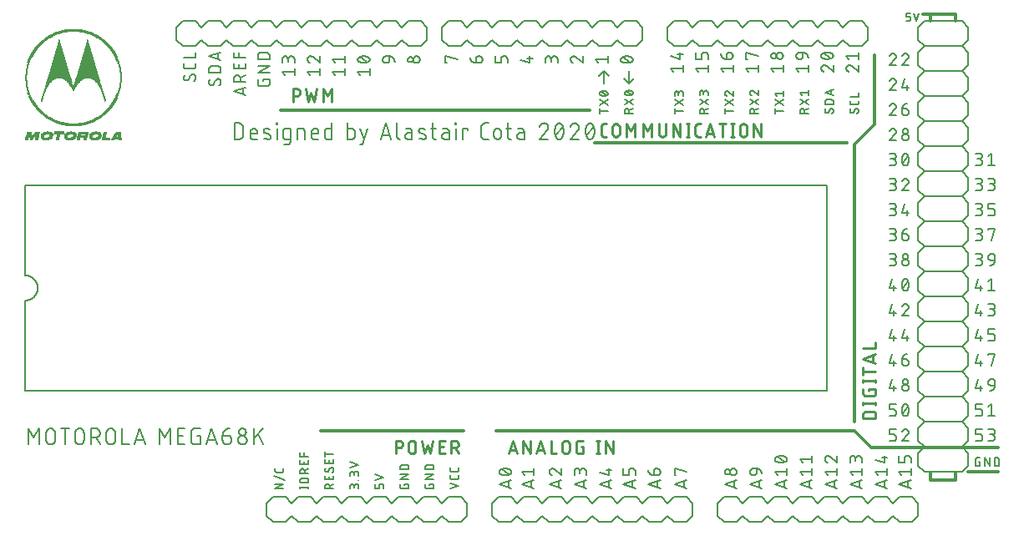
<source format=gbr>
G04 EAGLE Gerber RS-274X export*
G75*
%MOMM*%
%FSLAX34Y34*%
%LPD*%
%INSilkscreen Top*%
%IPPOS*%
%AMOC8*
5,1,8,0,0,1.08239X$1,22.5*%
G01*
%ADD10C,0.152400*%
%ADD11R,0.254000X0.012700*%
%ADD12R,0.190500X0.012700*%
%ADD13R,0.266700X0.012700*%
%ADD14R,0.330200X0.012700*%
%ADD15R,0.292100X0.012700*%
%ADD16R,0.342900X0.012700*%
%ADD17R,0.800100X0.012700*%
%ADD18R,0.304800X0.012700*%
%ADD19R,0.215900X0.012700*%
%ADD20R,0.482600X0.012700*%
%ADD21R,0.317500X0.012700*%
%ADD22R,0.495300X0.012700*%
%ADD23R,0.355600X0.012700*%
%ADD24R,0.469900X0.012700*%
%ADD25R,0.812800X0.012700*%
%ADD26R,0.228600X0.012700*%
%ADD27R,0.533400X0.012700*%
%ADD28R,0.546100X0.012700*%
%ADD29R,0.279400X0.012700*%
%ADD30R,0.825500X0.012700*%
%ADD31R,0.241300X0.012700*%
%ADD32R,0.635000X0.012700*%
%ADD33R,0.622300X0.012700*%
%ADD34R,0.609600X0.012700*%
%ADD35R,0.685800X0.012700*%
%ADD36R,0.368300X0.012700*%
%ADD37R,0.736600X0.012700*%
%ADD38R,0.787400X0.012700*%
%ADD39R,0.850900X0.012700*%
%ADD40R,0.838200X0.012700*%
%ADD41R,0.876300X0.012700*%
%ADD42R,0.889000X0.012700*%
%ADD43R,0.901700X0.012700*%
%ADD44R,0.914400X0.012700*%
%ADD45R,0.939800X0.012700*%
%ADD46R,0.965200X0.012700*%
%ADD47R,0.952500X0.012700*%
%ADD48R,1.003300X0.012700*%
%ADD49R,0.990600X0.012700*%
%ADD50R,1.028700X0.012700*%
%ADD51R,1.016000X0.012700*%
%ADD52R,0.977900X0.012700*%
%ADD53R,1.054100X0.012700*%
%ADD54R,1.041400X0.012700*%
%ADD55R,0.381000X0.012700*%
%ADD56R,1.066800X0.012700*%
%ADD57R,1.079500X0.012700*%
%ADD58R,0.393700X0.012700*%
%ADD59R,1.092200X0.012700*%
%ADD60R,0.406400X0.012700*%
%ADD61R,0.419100X0.012700*%
%ADD62R,0.927100X0.012700*%
%ADD63R,0.444500X0.012700*%
%ADD64R,0.431800X0.012700*%
%ADD65R,0.863600X0.012700*%
%ADD66R,0.508000X0.012700*%
%ADD67R,0.520700X0.012700*%
%ADD68R,0.558800X0.012700*%
%ADD69R,0.571500X0.012700*%
%ADD70R,0.596900X0.012700*%
%ADD71R,0.584200X0.012700*%
%ADD72R,0.457200X0.012700*%
%ADD73R,0.774700X0.012700*%
%ADD74R,0.762000X0.012700*%
%ADD75R,0.749300X0.012700*%
%ADD76R,0.723900X0.012700*%
%ADD77R,0.711200X0.012700*%
%ADD78R,0.698500X0.012700*%
%ADD79R,0.673100X0.012700*%
%ADD80R,0.660400X0.012700*%
%ADD81R,0.647700X0.012700*%
%ADD82R,0.203200X0.012700*%
%ADD83R,0.165100X0.012700*%
%ADD84R,1.193800X0.012700*%
%ADD85R,1.397000X0.012700*%
%ADD86R,1.460500X0.012700*%
%ADD87R,1.676400X0.012700*%
%ADD88R,1.841500X0.012700*%
%ADD89R,1.993900X0.012700*%
%ADD90R,2.070100X0.012700*%
%ADD91R,2.222500X0.012700*%
%ADD92R,2.324100X0.012700*%
%ADD93R,2.387600X0.012700*%
%ADD94R,2.514600X0.012700*%
%ADD95R,2.603500X0.012700*%
%ADD96R,2.654300X0.012700*%
%ADD97R,2.794000X0.012700*%
%ADD98R,2.908300X0.012700*%
%ADD99R,2.959100X0.012700*%
%ADD100R,1.206500X0.012700*%
%ADD101R,0.088900X0.012700*%
%ADD102R,0.076200X0.012700*%
%ADD103R,0.101600X0.012700*%
%ADD104R,0.114300X0.012700*%
%ADD105R,0.127000X0.012700*%
%ADD106R,0.139700X0.012700*%
%ADD107R,0.152400X0.012700*%
%ADD108R,0.038100X0.012700*%
%ADD109R,0.063500X0.012700*%
%ADD110R,0.177800X0.012700*%
%ADD111R,2.311400X0.012700*%
%ADD112R,2.298700X0.012700*%
%ADD113R,2.286000X0.012700*%
%ADD114R,2.273300X0.012700*%
%ADD115R,2.260600X0.012700*%
%ADD116R,2.247900X0.012700*%
%ADD117R,2.235200X0.012700*%
%ADD118R,2.209800X0.012700*%
%ADD119R,2.197100X0.012700*%
%ADD120R,2.184400X0.012700*%
%ADD121R,2.171700X0.012700*%
%ADD122R,2.159000X0.012700*%
%ADD123R,2.146300X0.012700*%
%ADD124R,2.133600X0.012700*%
%ADD125R,2.120900X0.012700*%
%ADD126R,2.108200X0.012700*%
%ADD127R,2.095500X0.012700*%
%ADD128R,2.082800X0.012700*%
%ADD129R,2.057400X0.012700*%
%ADD130R,2.044700X0.012700*%
%ADD131R,2.032000X0.012700*%
%ADD132R,2.019300X0.012700*%
%ADD133R,2.006600X0.012700*%
%ADD134R,1.981200X0.012700*%
%ADD135R,1.955800X0.012700*%
%ADD136R,1.968500X0.012700*%
%ADD137R,1.943100X0.012700*%
%ADD138R,1.930400X0.012700*%
%ADD139R,1.917700X0.012700*%
%ADD140R,1.905000X0.012700*%
%ADD141R,1.892300X0.012700*%
%ADD142R,1.879600X0.012700*%
%ADD143R,1.866900X0.012700*%
%ADD144R,1.854200X0.012700*%
%ADD145R,1.828800X0.012700*%
%ADD146R,1.816100X0.012700*%
%ADD147R,1.803400X0.012700*%
%ADD148R,1.790700X0.012700*%
%ADD149R,1.778000X0.012700*%
%ADD150R,1.765300X0.012700*%
%ADD151R,1.752600X0.012700*%
%ADD152R,1.739900X0.012700*%
%ADD153R,1.727200X0.012700*%
%ADD154R,1.714500X0.012700*%
%ADD155R,1.701800X0.012700*%
%ADD156R,1.689100X0.012700*%
%ADD157R,1.663700X0.012700*%
%ADD158R,1.651000X0.012700*%
%ADD159R,1.638300X0.012700*%
%ADD160R,1.625600X0.012700*%
%ADD161R,1.600200X0.012700*%
%ADD162R,1.587500X0.012700*%
%ADD163R,1.574800X0.012700*%
%ADD164R,1.562100X0.012700*%
%ADD165R,1.549400X0.012700*%
%ADD166R,1.536700X0.012700*%
%ADD167R,1.524000X0.012700*%
%ADD168R,1.511300X0.012700*%
%ADD169R,1.498600X0.012700*%
%ADD170R,1.485900X0.012700*%
%ADD171R,1.473200X0.012700*%
%ADD172R,1.447800X0.012700*%
%ADD173R,1.435100X0.012700*%
%ADD174R,1.422400X0.012700*%
%ADD175R,1.409700X0.012700*%
%ADD176R,1.384300X0.012700*%
%ADD177R,1.371600X0.012700*%
%ADD178R,1.358900X0.012700*%
%ADD179R,1.346200X0.012700*%
%ADD180R,1.333500X0.012700*%
%ADD181R,1.308100X0.012700*%
%ADD182R,1.320800X0.012700*%
%ADD183R,1.295400X0.012700*%
%ADD184R,1.282700X0.012700*%
%ADD185R,1.270000X0.012700*%
%ADD186R,1.257300X0.012700*%
%ADD187R,1.244600X0.012700*%
%ADD188R,1.231900X0.012700*%
%ADD189R,1.219200X0.012700*%
%ADD190R,1.181100X0.012700*%
%ADD191R,1.168400X0.012700*%
%ADD192R,1.155700X0.012700*%
%ADD193R,1.130300X0.012700*%
%ADD194R,1.117600X0.012700*%
%ADD195R,1.104900X0.012700*%
%ADD196R,0.025400X0.012700*%
%ADD197R,2.857500X0.012700*%
%ADD198R,2.781300X0.012700*%
%ADD199R,2.730500X0.012700*%
%ADD200R,2.616200X0.012700*%
%ADD201R,2.501900X0.012700*%
%ADD202R,2.413000X0.012700*%
%ADD203R,2.336800X0.012700*%
%ADD204R,1.612900X0.012700*%
%ADD205C,0.203200*%
%ADD206C,0.304800*%
%ADD207C,0.228600*%
%ADD208C,0.127000*%


D10*
X262763Y430403D02*
X262763Y446659D01*
X267279Y446659D01*
X267410Y446657D01*
X267542Y446651D01*
X267673Y446642D01*
X267803Y446628D01*
X267934Y446611D01*
X268063Y446590D01*
X268192Y446566D01*
X268320Y446537D01*
X268448Y446505D01*
X268574Y446469D01*
X268699Y446430D01*
X268824Y446387D01*
X268946Y446340D01*
X269068Y446290D01*
X269188Y446236D01*
X269306Y446179D01*
X269422Y446118D01*
X269537Y446054D01*
X269650Y445987D01*
X269761Y445916D01*
X269869Y445842D01*
X269976Y445765D01*
X270080Y445685D01*
X270182Y445602D01*
X270281Y445517D01*
X270378Y445428D01*
X270472Y445336D01*
X270564Y445242D01*
X270653Y445145D01*
X270738Y445046D01*
X270821Y444944D01*
X270901Y444840D01*
X270978Y444733D01*
X271052Y444625D01*
X271123Y444514D01*
X271190Y444401D01*
X271254Y444286D01*
X271315Y444170D01*
X271372Y444052D01*
X271426Y443932D01*
X271476Y443810D01*
X271523Y443688D01*
X271566Y443563D01*
X271605Y443438D01*
X271641Y443312D01*
X271673Y443184D01*
X271702Y443056D01*
X271726Y442927D01*
X271747Y442798D01*
X271764Y442667D01*
X271778Y442537D01*
X271787Y442406D01*
X271793Y442274D01*
X271795Y442143D01*
X271794Y442143D02*
X271794Y434919D01*
X271795Y434919D02*
X271793Y434788D01*
X271787Y434656D01*
X271778Y434525D01*
X271764Y434395D01*
X271747Y434264D01*
X271726Y434135D01*
X271702Y434006D01*
X271673Y433878D01*
X271641Y433750D01*
X271605Y433624D01*
X271566Y433499D01*
X271523Y433374D01*
X271476Y433252D01*
X271426Y433130D01*
X271372Y433010D01*
X271315Y432892D01*
X271254Y432776D01*
X271190Y432661D01*
X271123Y432548D01*
X271052Y432437D01*
X270978Y432329D01*
X270901Y432222D01*
X270821Y432118D01*
X270738Y432016D01*
X270653Y431917D01*
X270564Y431820D01*
X270472Y431726D01*
X270378Y431634D01*
X270281Y431545D01*
X270182Y431460D01*
X270080Y431377D01*
X269976Y431297D01*
X269869Y431220D01*
X269761Y431146D01*
X269650Y431075D01*
X269537Y431008D01*
X269422Y430944D01*
X269306Y430883D01*
X269188Y430826D01*
X269068Y430772D01*
X268946Y430722D01*
X268824Y430675D01*
X268699Y430632D01*
X268574Y430593D01*
X268448Y430557D01*
X268320Y430525D01*
X268192Y430496D01*
X268063Y430472D01*
X267933Y430451D01*
X267803Y430434D01*
X267673Y430420D01*
X267542Y430411D01*
X267410Y430405D01*
X267279Y430403D01*
X262763Y430403D01*
X281486Y430403D02*
X286001Y430403D01*
X281486Y430403D02*
X281385Y430405D01*
X281284Y430411D01*
X281183Y430420D01*
X281082Y430433D01*
X280982Y430450D01*
X280883Y430471D01*
X280785Y430495D01*
X280688Y430523D01*
X280591Y430555D01*
X280496Y430590D01*
X280403Y430629D01*
X280311Y430671D01*
X280220Y430717D01*
X280132Y430766D01*
X280045Y430818D01*
X279960Y430874D01*
X279877Y430932D01*
X279797Y430994D01*
X279719Y431059D01*
X279643Y431126D01*
X279570Y431196D01*
X279500Y431269D01*
X279433Y431345D01*
X279368Y431423D01*
X279306Y431503D01*
X279248Y431586D01*
X279192Y431671D01*
X279140Y431758D01*
X279091Y431846D01*
X279045Y431937D01*
X279003Y432029D01*
X278964Y432122D01*
X278929Y432217D01*
X278897Y432314D01*
X278869Y432411D01*
X278845Y432509D01*
X278824Y432608D01*
X278807Y432708D01*
X278794Y432809D01*
X278785Y432910D01*
X278779Y433011D01*
X278777Y433112D01*
X278776Y433112D02*
X278776Y437628D01*
X278777Y437628D02*
X278779Y437747D01*
X278785Y437867D01*
X278795Y437986D01*
X278809Y438104D01*
X278826Y438223D01*
X278848Y438340D01*
X278873Y438457D01*
X278903Y438572D01*
X278936Y438687D01*
X278973Y438801D01*
X279013Y438913D01*
X279058Y439024D01*
X279106Y439133D01*
X279157Y439241D01*
X279212Y439347D01*
X279271Y439451D01*
X279333Y439553D01*
X279398Y439653D01*
X279467Y439751D01*
X279539Y439847D01*
X279614Y439940D01*
X279691Y440030D01*
X279772Y440118D01*
X279856Y440203D01*
X279943Y440285D01*
X280032Y440365D01*
X280124Y440441D01*
X280218Y440515D01*
X280315Y440585D01*
X280413Y440652D01*
X280514Y440716D01*
X280618Y440776D01*
X280723Y440833D01*
X280830Y440886D01*
X280938Y440936D01*
X281048Y440982D01*
X281160Y441024D01*
X281273Y441063D01*
X281387Y441098D01*
X281502Y441129D01*
X281619Y441157D01*
X281736Y441180D01*
X281853Y441200D01*
X281972Y441216D01*
X282091Y441228D01*
X282210Y441236D01*
X282329Y441240D01*
X282449Y441240D01*
X282568Y441236D01*
X282687Y441228D01*
X282806Y441216D01*
X282925Y441200D01*
X283042Y441180D01*
X283159Y441157D01*
X283276Y441129D01*
X283391Y441098D01*
X283505Y441063D01*
X283618Y441024D01*
X283730Y440982D01*
X283840Y440936D01*
X283948Y440886D01*
X284055Y440833D01*
X284160Y440776D01*
X284264Y440716D01*
X284365Y440652D01*
X284463Y440585D01*
X284560Y440515D01*
X284654Y440441D01*
X284746Y440365D01*
X284835Y440285D01*
X284922Y440203D01*
X285006Y440118D01*
X285087Y440030D01*
X285164Y439940D01*
X285239Y439847D01*
X285311Y439751D01*
X285380Y439653D01*
X285445Y439553D01*
X285507Y439451D01*
X285566Y439347D01*
X285621Y439241D01*
X285672Y439133D01*
X285720Y439024D01*
X285765Y438913D01*
X285805Y438801D01*
X285842Y438687D01*
X285875Y438572D01*
X285905Y438457D01*
X285930Y438340D01*
X285952Y438223D01*
X285969Y438104D01*
X285983Y437986D01*
X285993Y437867D01*
X285999Y437747D01*
X286001Y437628D01*
X286001Y435822D01*
X278776Y435822D01*
X293678Y436725D02*
X298194Y434919D01*
X293678Y436725D02*
X293590Y436762D01*
X293504Y436803D01*
X293419Y436847D01*
X293336Y436895D01*
X293256Y436946D01*
X293177Y437000D01*
X293101Y437058D01*
X293027Y437118D01*
X292955Y437182D01*
X292887Y437248D01*
X292821Y437318D01*
X292758Y437389D01*
X292697Y437464D01*
X292640Y437540D01*
X292587Y437619D01*
X292536Y437700D01*
X292489Y437783D01*
X292445Y437868D01*
X292405Y437955D01*
X292368Y438043D01*
X292335Y438133D01*
X292305Y438224D01*
X292280Y438316D01*
X292258Y438409D01*
X292240Y438503D01*
X292225Y438597D01*
X292215Y438692D01*
X292209Y438788D01*
X292206Y438883D01*
X292207Y438979D01*
X292213Y439074D01*
X292222Y439170D01*
X292235Y439264D01*
X292251Y439358D01*
X292272Y439452D01*
X292297Y439544D01*
X292325Y439635D01*
X292357Y439725D01*
X292392Y439814D01*
X292431Y439901D01*
X292474Y439987D01*
X292520Y440071D01*
X292570Y440152D01*
X292622Y440232D01*
X292678Y440310D01*
X292738Y440385D01*
X292800Y440457D01*
X292865Y440527D01*
X292933Y440595D01*
X293003Y440659D01*
X293076Y440721D01*
X293152Y440779D01*
X293230Y440835D01*
X293310Y440887D01*
X293392Y440936D01*
X293476Y440981D01*
X293562Y441023D01*
X293649Y441062D01*
X293738Y441097D01*
X293829Y441128D01*
X293920Y441155D01*
X294013Y441179D01*
X294106Y441199D01*
X294200Y441215D01*
X294295Y441227D01*
X294390Y441236D01*
X294486Y441240D01*
X294581Y441241D01*
X294828Y441234D01*
X295074Y441222D01*
X295320Y441204D01*
X295566Y441179D01*
X295810Y441149D01*
X296054Y441113D01*
X296297Y441072D01*
X296539Y441024D01*
X296780Y440970D01*
X297019Y440911D01*
X297257Y440846D01*
X297493Y440775D01*
X297728Y440699D01*
X297961Y440617D01*
X298191Y440529D01*
X298419Y440436D01*
X298646Y440338D01*
X298194Y434918D02*
X298282Y434881D01*
X298368Y434840D01*
X298453Y434796D01*
X298536Y434748D01*
X298616Y434697D01*
X298695Y434643D01*
X298771Y434585D01*
X298845Y434525D01*
X298917Y434461D01*
X298985Y434395D01*
X299051Y434325D01*
X299114Y434254D01*
X299175Y434179D01*
X299232Y434103D01*
X299285Y434024D01*
X299336Y433943D01*
X299383Y433860D01*
X299427Y433775D01*
X299467Y433688D01*
X299504Y433600D01*
X299537Y433510D01*
X299567Y433419D01*
X299592Y433327D01*
X299614Y433234D01*
X299632Y433140D01*
X299647Y433046D01*
X299657Y432951D01*
X299663Y432855D01*
X299666Y432760D01*
X299665Y432664D01*
X299659Y432569D01*
X299650Y432473D01*
X299637Y432379D01*
X299621Y432285D01*
X299600Y432191D01*
X299575Y432099D01*
X299547Y432008D01*
X299515Y431918D01*
X299480Y431829D01*
X299441Y431742D01*
X299398Y431656D01*
X299352Y431572D01*
X299302Y431491D01*
X299250Y431411D01*
X299194Y431333D01*
X299134Y431258D01*
X299072Y431186D01*
X299007Y431116D01*
X298939Y431048D01*
X298869Y430984D01*
X298796Y430922D01*
X298720Y430864D01*
X298642Y430808D01*
X298562Y430756D01*
X298480Y430707D01*
X298396Y430662D01*
X298310Y430620D01*
X298223Y430581D01*
X298134Y430546D01*
X298043Y430515D01*
X297952Y430488D01*
X297859Y430464D01*
X297766Y430444D01*
X297672Y430428D01*
X297577Y430416D01*
X297482Y430407D01*
X297386Y430403D01*
X297291Y430402D01*
X297290Y430403D02*
X296928Y430412D01*
X296566Y430430D01*
X296205Y430457D01*
X295845Y430492D01*
X295485Y430535D01*
X295126Y430587D01*
X294769Y430648D01*
X294414Y430717D01*
X294060Y430794D01*
X293708Y430880D01*
X293358Y430974D01*
X293010Y431077D01*
X292665Y431187D01*
X292323Y431306D01*
X305836Y430403D02*
X305836Y441240D01*
X305384Y445756D02*
X305384Y446659D01*
X306287Y446659D01*
X306287Y445756D01*
X305384Y445756D01*
X314759Y430403D02*
X319275Y430403D01*
X314759Y430403D02*
X314658Y430405D01*
X314557Y430411D01*
X314456Y430420D01*
X314355Y430433D01*
X314255Y430450D01*
X314156Y430471D01*
X314058Y430495D01*
X313961Y430523D01*
X313864Y430555D01*
X313769Y430590D01*
X313676Y430629D01*
X313584Y430671D01*
X313493Y430717D01*
X313405Y430766D01*
X313318Y430818D01*
X313233Y430874D01*
X313150Y430932D01*
X313070Y430994D01*
X312992Y431059D01*
X312916Y431126D01*
X312843Y431196D01*
X312773Y431269D01*
X312706Y431345D01*
X312641Y431423D01*
X312579Y431503D01*
X312521Y431586D01*
X312465Y431671D01*
X312413Y431758D01*
X312364Y431846D01*
X312318Y431937D01*
X312276Y432029D01*
X312237Y432122D01*
X312202Y432217D01*
X312170Y432314D01*
X312142Y432411D01*
X312118Y432509D01*
X312097Y432608D01*
X312080Y432708D01*
X312067Y432809D01*
X312058Y432910D01*
X312052Y433011D01*
X312050Y433112D01*
X312050Y438531D01*
X312052Y438632D01*
X312058Y438733D01*
X312067Y438834D01*
X312080Y438935D01*
X312097Y439035D01*
X312118Y439134D01*
X312142Y439232D01*
X312170Y439329D01*
X312202Y439426D01*
X312237Y439521D01*
X312276Y439614D01*
X312318Y439706D01*
X312364Y439797D01*
X312413Y439886D01*
X312465Y439972D01*
X312521Y440057D01*
X312579Y440140D01*
X312641Y440220D01*
X312706Y440298D01*
X312773Y440374D01*
X312843Y440447D01*
X312916Y440517D01*
X312992Y440584D01*
X313070Y440649D01*
X313150Y440711D01*
X313233Y440769D01*
X313318Y440825D01*
X313405Y440877D01*
X313493Y440926D01*
X313584Y440972D01*
X313676Y441014D01*
X313769Y441053D01*
X313864Y441088D01*
X313961Y441120D01*
X314058Y441148D01*
X314156Y441172D01*
X314255Y441193D01*
X314355Y441210D01*
X314456Y441223D01*
X314557Y441232D01*
X314658Y441238D01*
X314759Y441240D01*
X319275Y441240D01*
X319275Y427694D01*
X319274Y427694D02*
X319272Y427590D01*
X319266Y427487D01*
X319256Y427383D01*
X319242Y427280D01*
X319224Y427178D01*
X319203Y427077D01*
X319177Y426976D01*
X319148Y426877D01*
X319115Y426778D01*
X319078Y426681D01*
X319037Y426586D01*
X318993Y426492D01*
X318945Y426400D01*
X318894Y426310D01*
X318839Y426221D01*
X318781Y426135D01*
X318719Y426052D01*
X318655Y425970D01*
X318587Y425892D01*
X318517Y425816D01*
X318444Y425742D01*
X318367Y425672D01*
X318289Y425604D01*
X318207Y425540D01*
X318124Y425478D01*
X318038Y425420D01*
X317949Y425365D01*
X317859Y425314D01*
X317767Y425266D01*
X317673Y425222D01*
X317578Y425181D01*
X317481Y425144D01*
X317382Y425111D01*
X317283Y425082D01*
X317182Y425056D01*
X317081Y425035D01*
X316979Y425017D01*
X316876Y425003D01*
X316772Y424993D01*
X316669Y424987D01*
X316565Y424985D01*
X316565Y424984D02*
X312953Y424984D01*
X326712Y430403D02*
X326712Y441240D01*
X331228Y441240D01*
X331332Y441238D01*
X331435Y441232D01*
X331539Y441222D01*
X331642Y441208D01*
X331744Y441190D01*
X331845Y441169D01*
X331946Y441143D01*
X332045Y441114D01*
X332144Y441081D01*
X332241Y441044D01*
X332336Y441003D01*
X332430Y440959D01*
X332522Y440911D01*
X332612Y440860D01*
X332701Y440805D01*
X332787Y440747D01*
X332870Y440685D01*
X332952Y440621D01*
X333030Y440553D01*
X333106Y440483D01*
X333180Y440410D01*
X333250Y440333D01*
X333318Y440255D01*
X333382Y440173D01*
X333444Y440090D01*
X333502Y440004D01*
X333557Y439915D01*
X333608Y439825D01*
X333656Y439733D01*
X333700Y439639D01*
X333741Y439544D01*
X333778Y439447D01*
X333811Y439348D01*
X333840Y439249D01*
X333866Y439148D01*
X333887Y439047D01*
X333905Y438945D01*
X333919Y438842D01*
X333929Y438738D01*
X333935Y438635D01*
X333937Y438531D01*
X333937Y430403D01*
X343489Y430403D02*
X348005Y430403D01*
X343489Y430403D02*
X343388Y430405D01*
X343287Y430411D01*
X343186Y430420D01*
X343085Y430433D01*
X342985Y430450D01*
X342886Y430471D01*
X342788Y430495D01*
X342691Y430523D01*
X342594Y430555D01*
X342499Y430590D01*
X342406Y430629D01*
X342314Y430671D01*
X342223Y430717D01*
X342135Y430766D01*
X342048Y430818D01*
X341963Y430874D01*
X341880Y430932D01*
X341800Y430994D01*
X341722Y431059D01*
X341646Y431126D01*
X341573Y431196D01*
X341503Y431269D01*
X341436Y431345D01*
X341371Y431423D01*
X341309Y431503D01*
X341251Y431586D01*
X341195Y431671D01*
X341143Y431758D01*
X341094Y431846D01*
X341048Y431937D01*
X341006Y432029D01*
X340967Y432122D01*
X340932Y432217D01*
X340900Y432314D01*
X340872Y432411D01*
X340848Y432509D01*
X340827Y432608D01*
X340810Y432708D01*
X340797Y432809D01*
X340788Y432910D01*
X340782Y433011D01*
X340780Y433112D01*
X340780Y437628D01*
X340781Y437628D02*
X340783Y437747D01*
X340789Y437867D01*
X340799Y437986D01*
X340813Y438104D01*
X340830Y438223D01*
X340852Y438340D01*
X340877Y438457D01*
X340907Y438572D01*
X340940Y438687D01*
X340977Y438801D01*
X341017Y438913D01*
X341062Y439024D01*
X341110Y439133D01*
X341161Y439241D01*
X341216Y439347D01*
X341275Y439451D01*
X341337Y439553D01*
X341402Y439653D01*
X341471Y439751D01*
X341543Y439847D01*
X341618Y439940D01*
X341695Y440030D01*
X341776Y440118D01*
X341860Y440203D01*
X341947Y440285D01*
X342036Y440365D01*
X342128Y440441D01*
X342222Y440515D01*
X342319Y440585D01*
X342417Y440652D01*
X342518Y440716D01*
X342622Y440776D01*
X342727Y440833D01*
X342834Y440886D01*
X342942Y440936D01*
X343052Y440982D01*
X343164Y441024D01*
X343277Y441063D01*
X343391Y441098D01*
X343506Y441129D01*
X343623Y441157D01*
X343740Y441180D01*
X343857Y441200D01*
X343976Y441216D01*
X344095Y441228D01*
X344214Y441236D01*
X344333Y441240D01*
X344453Y441240D01*
X344572Y441236D01*
X344691Y441228D01*
X344810Y441216D01*
X344929Y441200D01*
X345046Y441180D01*
X345163Y441157D01*
X345280Y441129D01*
X345395Y441098D01*
X345509Y441063D01*
X345622Y441024D01*
X345734Y440982D01*
X345844Y440936D01*
X345952Y440886D01*
X346059Y440833D01*
X346164Y440776D01*
X346268Y440716D01*
X346369Y440652D01*
X346467Y440585D01*
X346564Y440515D01*
X346658Y440441D01*
X346750Y440365D01*
X346839Y440285D01*
X346926Y440203D01*
X347010Y440118D01*
X347091Y440030D01*
X347168Y439940D01*
X347243Y439847D01*
X347315Y439751D01*
X347384Y439653D01*
X347449Y439553D01*
X347511Y439451D01*
X347570Y439347D01*
X347625Y439241D01*
X347676Y439133D01*
X347724Y439024D01*
X347769Y438913D01*
X347809Y438801D01*
X347846Y438687D01*
X347879Y438572D01*
X347909Y438457D01*
X347934Y438340D01*
X347956Y438223D01*
X347973Y438104D01*
X347987Y437986D01*
X347997Y437867D01*
X348003Y437747D01*
X348005Y437628D01*
X348005Y435822D01*
X340780Y435822D01*
X361479Y430403D02*
X361479Y446659D01*
X361479Y430403D02*
X356963Y430403D01*
X356862Y430405D01*
X356761Y430411D01*
X356660Y430420D01*
X356559Y430433D01*
X356459Y430450D01*
X356360Y430471D01*
X356262Y430495D01*
X356165Y430523D01*
X356068Y430555D01*
X355973Y430590D01*
X355880Y430629D01*
X355788Y430671D01*
X355697Y430717D01*
X355609Y430766D01*
X355522Y430818D01*
X355437Y430874D01*
X355354Y430932D01*
X355274Y430994D01*
X355196Y431059D01*
X355120Y431126D01*
X355047Y431196D01*
X354977Y431269D01*
X354910Y431345D01*
X354845Y431423D01*
X354783Y431503D01*
X354725Y431586D01*
X354669Y431671D01*
X354617Y431758D01*
X354568Y431846D01*
X354522Y431937D01*
X354480Y432029D01*
X354441Y432122D01*
X354406Y432217D01*
X354374Y432314D01*
X354346Y432411D01*
X354322Y432509D01*
X354301Y432608D01*
X354284Y432708D01*
X354271Y432809D01*
X354262Y432910D01*
X354256Y433011D01*
X354254Y433112D01*
X354254Y438531D01*
X354256Y438632D01*
X354262Y438733D01*
X354271Y438834D01*
X354284Y438935D01*
X354301Y439035D01*
X354322Y439134D01*
X354346Y439232D01*
X354374Y439329D01*
X354406Y439426D01*
X354441Y439521D01*
X354480Y439614D01*
X354522Y439706D01*
X354568Y439797D01*
X354617Y439886D01*
X354669Y439972D01*
X354725Y440057D01*
X354783Y440140D01*
X354845Y440220D01*
X354910Y440298D01*
X354977Y440374D01*
X355047Y440447D01*
X355120Y440517D01*
X355196Y440584D01*
X355274Y440649D01*
X355354Y440711D01*
X355437Y440769D01*
X355522Y440825D01*
X355609Y440877D01*
X355697Y440926D01*
X355788Y440972D01*
X355880Y441014D01*
X355973Y441053D01*
X356068Y441088D01*
X356165Y441120D01*
X356262Y441148D01*
X356360Y441172D01*
X356459Y441193D01*
X356559Y441210D01*
X356660Y441223D01*
X356761Y441232D01*
X356862Y441238D01*
X356963Y441240D01*
X361479Y441240D01*
X377326Y446659D02*
X377326Y430403D01*
X381842Y430403D01*
X381946Y430405D01*
X382049Y430411D01*
X382153Y430421D01*
X382256Y430435D01*
X382358Y430453D01*
X382459Y430474D01*
X382560Y430500D01*
X382659Y430529D01*
X382758Y430562D01*
X382855Y430599D01*
X382950Y430640D01*
X383044Y430684D01*
X383136Y430732D01*
X383226Y430783D01*
X383315Y430838D01*
X383401Y430896D01*
X383484Y430958D01*
X383566Y431022D01*
X383644Y431090D01*
X383720Y431160D01*
X383794Y431233D01*
X383864Y431310D01*
X383932Y431388D01*
X383996Y431470D01*
X384058Y431553D01*
X384116Y431639D01*
X384171Y431728D01*
X384222Y431818D01*
X384270Y431910D01*
X384314Y432004D01*
X384355Y432099D01*
X384392Y432196D01*
X384425Y432295D01*
X384454Y432394D01*
X384480Y432495D01*
X384501Y432596D01*
X384519Y432698D01*
X384533Y432801D01*
X384543Y432905D01*
X384549Y433008D01*
X384551Y433112D01*
X384551Y438531D01*
X384549Y438632D01*
X384543Y438733D01*
X384534Y438834D01*
X384521Y438935D01*
X384504Y439035D01*
X384483Y439134D01*
X384459Y439232D01*
X384431Y439329D01*
X384399Y439426D01*
X384364Y439521D01*
X384325Y439614D01*
X384283Y439706D01*
X384237Y439797D01*
X384188Y439886D01*
X384136Y439972D01*
X384080Y440057D01*
X384022Y440140D01*
X383960Y440220D01*
X383895Y440298D01*
X383828Y440374D01*
X383758Y440447D01*
X383685Y440517D01*
X383609Y440584D01*
X383531Y440649D01*
X383451Y440711D01*
X383368Y440769D01*
X383283Y440825D01*
X383197Y440877D01*
X383108Y440926D01*
X383017Y440972D01*
X382925Y441014D01*
X382832Y441053D01*
X382737Y441088D01*
X382640Y441120D01*
X382543Y441148D01*
X382445Y441172D01*
X382346Y441193D01*
X382246Y441210D01*
X382145Y441223D01*
X382044Y441232D01*
X381943Y441238D01*
X381842Y441240D01*
X377326Y441240D01*
X390279Y424984D02*
X392085Y424984D01*
X397504Y441240D01*
X390279Y441240D02*
X393891Y430403D01*
X410877Y430403D02*
X416296Y446659D01*
X421715Y430403D01*
X420360Y434467D02*
X412232Y434467D01*
X427510Y433112D02*
X427510Y446659D01*
X427510Y433112D02*
X427512Y433011D01*
X427518Y432910D01*
X427527Y432809D01*
X427540Y432708D01*
X427557Y432608D01*
X427578Y432509D01*
X427602Y432411D01*
X427630Y432314D01*
X427662Y432217D01*
X427697Y432122D01*
X427736Y432029D01*
X427778Y431937D01*
X427824Y431846D01*
X427873Y431758D01*
X427925Y431671D01*
X427981Y431586D01*
X428039Y431503D01*
X428101Y431423D01*
X428166Y431345D01*
X428233Y431269D01*
X428303Y431196D01*
X428376Y431126D01*
X428452Y431059D01*
X428530Y430994D01*
X428610Y430932D01*
X428693Y430874D01*
X428778Y430818D01*
X428865Y430766D01*
X428953Y430717D01*
X429044Y430671D01*
X429136Y430629D01*
X429229Y430590D01*
X429324Y430555D01*
X429421Y430523D01*
X429518Y430495D01*
X429616Y430471D01*
X429715Y430450D01*
X429815Y430433D01*
X429916Y430420D01*
X430017Y430411D01*
X430118Y430405D01*
X430219Y430403D01*
X438697Y436725D02*
X442761Y436725D01*
X438697Y436725D02*
X438585Y436723D01*
X438474Y436717D01*
X438363Y436707D01*
X438252Y436694D01*
X438142Y436676D01*
X438033Y436654D01*
X437924Y436629D01*
X437816Y436600D01*
X437710Y436567D01*
X437604Y436530D01*
X437500Y436490D01*
X437398Y436446D01*
X437297Y436398D01*
X437198Y436347D01*
X437100Y436292D01*
X437005Y436234D01*
X436912Y436173D01*
X436821Y436108D01*
X436732Y436040D01*
X436646Y435969D01*
X436563Y435896D01*
X436482Y435819D01*
X436403Y435739D01*
X436328Y435657D01*
X436256Y435572D01*
X436186Y435485D01*
X436120Y435395D01*
X436057Y435303D01*
X435997Y435208D01*
X435941Y435112D01*
X435888Y435014D01*
X435839Y434914D01*
X435793Y434812D01*
X435751Y434709D01*
X435712Y434604D01*
X435677Y434498D01*
X435646Y434391D01*
X435619Y434283D01*
X435595Y434174D01*
X435576Y434064D01*
X435560Y433954D01*
X435548Y433843D01*
X435540Y433731D01*
X435536Y433620D01*
X435536Y433508D01*
X435540Y433397D01*
X435548Y433285D01*
X435560Y433174D01*
X435576Y433064D01*
X435595Y432954D01*
X435619Y432845D01*
X435646Y432737D01*
X435677Y432630D01*
X435712Y432524D01*
X435751Y432419D01*
X435793Y432316D01*
X435839Y432214D01*
X435888Y432114D01*
X435941Y432016D01*
X435997Y431920D01*
X436057Y431825D01*
X436120Y431733D01*
X436186Y431643D01*
X436256Y431556D01*
X436328Y431471D01*
X436403Y431389D01*
X436482Y431309D01*
X436563Y431232D01*
X436646Y431159D01*
X436732Y431088D01*
X436821Y431020D01*
X436912Y430955D01*
X437005Y430894D01*
X437100Y430836D01*
X437198Y430781D01*
X437297Y430730D01*
X437398Y430682D01*
X437500Y430638D01*
X437604Y430598D01*
X437710Y430561D01*
X437816Y430528D01*
X437924Y430499D01*
X438033Y430474D01*
X438142Y430452D01*
X438252Y430434D01*
X438363Y430421D01*
X438474Y430411D01*
X438585Y430405D01*
X438697Y430403D01*
X442761Y430403D01*
X442761Y438531D01*
X442759Y438632D01*
X442753Y438733D01*
X442744Y438834D01*
X442731Y438935D01*
X442714Y439035D01*
X442693Y439134D01*
X442669Y439232D01*
X442641Y439329D01*
X442609Y439426D01*
X442574Y439521D01*
X442535Y439614D01*
X442493Y439706D01*
X442447Y439797D01*
X442398Y439886D01*
X442346Y439972D01*
X442290Y440057D01*
X442232Y440140D01*
X442170Y440220D01*
X442105Y440298D01*
X442038Y440374D01*
X441968Y440447D01*
X441895Y440517D01*
X441819Y440584D01*
X441741Y440649D01*
X441661Y440711D01*
X441578Y440769D01*
X441493Y440825D01*
X441407Y440877D01*
X441318Y440926D01*
X441227Y440972D01*
X441135Y441014D01*
X441042Y441053D01*
X440947Y441088D01*
X440850Y441120D01*
X440753Y441148D01*
X440655Y441172D01*
X440556Y441193D01*
X440456Y441210D01*
X440355Y441223D01*
X440254Y441232D01*
X440153Y441238D01*
X440052Y441240D01*
X436439Y441240D01*
X451032Y436725D02*
X455548Y434919D01*
X451032Y436725D02*
X450944Y436762D01*
X450858Y436803D01*
X450773Y436847D01*
X450690Y436895D01*
X450610Y436946D01*
X450531Y437000D01*
X450455Y437058D01*
X450381Y437118D01*
X450309Y437182D01*
X450241Y437248D01*
X450175Y437318D01*
X450112Y437389D01*
X450051Y437464D01*
X449994Y437540D01*
X449941Y437619D01*
X449890Y437700D01*
X449843Y437783D01*
X449799Y437868D01*
X449759Y437955D01*
X449722Y438043D01*
X449689Y438133D01*
X449659Y438224D01*
X449634Y438316D01*
X449612Y438409D01*
X449594Y438503D01*
X449579Y438597D01*
X449569Y438692D01*
X449563Y438788D01*
X449560Y438883D01*
X449561Y438979D01*
X449567Y439074D01*
X449576Y439170D01*
X449589Y439264D01*
X449605Y439358D01*
X449626Y439452D01*
X449651Y439544D01*
X449679Y439635D01*
X449711Y439725D01*
X449746Y439814D01*
X449785Y439901D01*
X449828Y439987D01*
X449874Y440071D01*
X449924Y440152D01*
X449976Y440232D01*
X450032Y440310D01*
X450092Y440385D01*
X450154Y440457D01*
X450219Y440527D01*
X450287Y440595D01*
X450357Y440659D01*
X450430Y440721D01*
X450506Y440779D01*
X450584Y440835D01*
X450664Y440887D01*
X450746Y440936D01*
X450830Y440981D01*
X450916Y441023D01*
X451003Y441062D01*
X451092Y441097D01*
X451183Y441128D01*
X451274Y441155D01*
X451367Y441179D01*
X451460Y441199D01*
X451554Y441215D01*
X451649Y441227D01*
X451744Y441236D01*
X451840Y441240D01*
X451935Y441241D01*
X452182Y441234D01*
X452428Y441222D01*
X452674Y441204D01*
X452920Y441179D01*
X453164Y441149D01*
X453408Y441113D01*
X453651Y441072D01*
X453893Y441024D01*
X454134Y440970D01*
X454373Y440911D01*
X454611Y440846D01*
X454847Y440775D01*
X455082Y440699D01*
X455315Y440617D01*
X455545Y440529D01*
X455773Y440436D01*
X456000Y440338D01*
X455548Y434918D02*
X455636Y434881D01*
X455722Y434840D01*
X455807Y434796D01*
X455890Y434748D01*
X455970Y434697D01*
X456049Y434643D01*
X456125Y434585D01*
X456199Y434525D01*
X456271Y434461D01*
X456339Y434395D01*
X456405Y434325D01*
X456468Y434254D01*
X456529Y434179D01*
X456586Y434103D01*
X456639Y434024D01*
X456690Y433943D01*
X456737Y433860D01*
X456781Y433775D01*
X456821Y433688D01*
X456858Y433600D01*
X456891Y433510D01*
X456921Y433419D01*
X456946Y433327D01*
X456968Y433234D01*
X456986Y433140D01*
X457001Y433046D01*
X457011Y432951D01*
X457017Y432855D01*
X457020Y432760D01*
X457019Y432664D01*
X457013Y432569D01*
X457004Y432473D01*
X456991Y432379D01*
X456975Y432285D01*
X456954Y432191D01*
X456929Y432099D01*
X456901Y432008D01*
X456869Y431918D01*
X456834Y431829D01*
X456795Y431742D01*
X456752Y431656D01*
X456706Y431572D01*
X456656Y431491D01*
X456604Y431411D01*
X456548Y431333D01*
X456488Y431258D01*
X456426Y431186D01*
X456361Y431116D01*
X456293Y431048D01*
X456223Y430984D01*
X456150Y430922D01*
X456074Y430864D01*
X455996Y430808D01*
X455916Y430756D01*
X455834Y430707D01*
X455750Y430662D01*
X455664Y430620D01*
X455577Y430581D01*
X455488Y430546D01*
X455397Y430515D01*
X455306Y430488D01*
X455213Y430464D01*
X455120Y430444D01*
X455026Y430428D01*
X454931Y430416D01*
X454836Y430407D01*
X454740Y430403D01*
X454645Y430402D01*
X454644Y430403D02*
X454282Y430412D01*
X453920Y430430D01*
X453559Y430457D01*
X453199Y430492D01*
X452839Y430535D01*
X452480Y430587D01*
X452123Y430648D01*
X451768Y430717D01*
X451414Y430794D01*
X451062Y430880D01*
X450712Y430974D01*
X450364Y431077D01*
X450019Y431187D01*
X449677Y431306D01*
X461927Y441240D02*
X467346Y441240D01*
X463734Y446659D02*
X463734Y433112D01*
X463736Y433011D01*
X463742Y432910D01*
X463751Y432809D01*
X463764Y432708D01*
X463781Y432608D01*
X463802Y432509D01*
X463826Y432411D01*
X463854Y432314D01*
X463886Y432217D01*
X463921Y432122D01*
X463960Y432029D01*
X464002Y431937D01*
X464048Y431846D01*
X464097Y431758D01*
X464149Y431671D01*
X464205Y431586D01*
X464263Y431503D01*
X464325Y431423D01*
X464390Y431345D01*
X464457Y431269D01*
X464527Y431196D01*
X464600Y431126D01*
X464676Y431059D01*
X464754Y430994D01*
X464834Y430932D01*
X464917Y430874D01*
X465002Y430818D01*
X465089Y430766D01*
X465177Y430717D01*
X465268Y430671D01*
X465360Y430629D01*
X465453Y430590D01*
X465548Y430555D01*
X465645Y430523D01*
X465742Y430495D01*
X465840Y430471D01*
X465939Y430450D01*
X466039Y430433D01*
X466140Y430420D01*
X466241Y430411D01*
X466342Y430405D01*
X466443Y430403D01*
X467346Y430403D01*
X476212Y436725D02*
X480276Y436725D01*
X476212Y436725D02*
X476100Y436723D01*
X475989Y436717D01*
X475878Y436707D01*
X475767Y436694D01*
X475657Y436676D01*
X475548Y436654D01*
X475439Y436629D01*
X475331Y436600D01*
X475225Y436567D01*
X475119Y436530D01*
X475015Y436490D01*
X474913Y436446D01*
X474812Y436398D01*
X474713Y436347D01*
X474615Y436292D01*
X474520Y436234D01*
X474427Y436173D01*
X474336Y436108D01*
X474247Y436040D01*
X474161Y435969D01*
X474078Y435896D01*
X473997Y435819D01*
X473918Y435739D01*
X473843Y435657D01*
X473771Y435572D01*
X473701Y435485D01*
X473635Y435395D01*
X473572Y435303D01*
X473512Y435208D01*
X473456Y435112D01*
X473403Y435014D01*
X473354Y434914D01*
X473308Y434812D01*
X473266Y434709D01*
X473227Y434604D01*
X473192Y434498D01*
X473161Y434391D01*
X473134Y434283D01*
X473110Y434174D01*
X473091Y434064D01*
X473075Y433954D01*
X473063Y433843D01*
X473055Y433731D01*
X473051Y433620D01*
X473051Y433508D01*
X473055Y433397D01*
X473063Y433285D01*
X473075Y433174D01*
X473091Y433064D01*
X473110Y432954D01*
X473134Y432845D01*
X473161Y432737D01*
X473192Y432630D01*
X473227Y432524D01*
X473266Y432419D01*
X473308Y432316D01*
X473354Y432214D01*
X473403Y432114D01*
X473456Y432016D01*
X473512Y431920D01*
X473572Y431825D01*
X473635Y431733D01*
X473701Y431643D01*
X473771Y431556D01*
X473843Y431471D01*
X473918Y431389D01*
X473997Y431309D01*
X474078Y431232D01*
X474161Y431159D01*
X474247Y431088D01*
X474336Y431020D01*
X474427Y430955D01*
X474520Y430894D01*
X474615Y430836D01*
X474713Y430781D01*
X474812Y430730D01*
X474913Y430682D01*
X475015Y430638D01*
X475119Y430598D01*
X475225Y430561D01*
X475331Y430528D01*
X475439Y430499D01*
X475548Y430474D01*
X475657Y430452D01*
X475767Y430434D01*
X475878Y430421D01*
X475989Y430411D01*
X476100Y430405D01*
X476212Y430403D01*
X480276Y430403D01*
X480276Y438531D01*
X480274Y438632D01*
X480268Y438733D01*
X480259Y438834D01*
X480246Y438935D01*
X480229Y439035D01*
X480208Y439134D01*
X480184Y439232D01*
X480156Y439329D01*
X480124Y439426D01*
X480089Y439521D01*
X480050Y439614D01*
X480008Y439706D01*
X479962Y439797D01*
X479913Y439886D01*
X479861Y439972D01*
X479805Y440057D01*
X479747Y440140D01*
X479685Y440220D01*
X479620Y440298D01*
X479553Y440374D01*
X479483Y440447D01*
X479410Y440517D01*
X479334Y440584D01*
X479256Y440649D01*
X479176Y440711D01*
X479093Y440769D01*
X479008Y440825D01*
X478922Y440877D01*
X478833Y440926D01*
X478742Y440972D01*
X478650Y441014D01*
X478557Y441053D01*
X478462Y441088D01*
X478365Y441120D01*
X478268Y441148D01*
X478170Y441172D01*
X478071Y441193D01*
X477971Y441210D01*
X477870Y441223D01*
X477769Y441232D01*
X477668Y441238D01*
X477567Y441240D01*
X473954Y441240D01*
X487158Y441240D02*
X487158Y430403D01*
X486706Y445756D02*
X486706Y446659D01*
X487609Y446659D01*
X487609Y445756D01*
X486706Y445756D01*
X494051Y441240D02*
X494051Y430403D01*
X494051Y441240D02*
X499470Y441240D01*
X499470Y439434D01*
X516435Y430403D02*
X520048Y430403D01*
X516435Y430403D02*
X516317Y430405D01*
X516199Y430411D01*
X516081Y430420D01*
X515964Y430434D01*
X515847Y430451D01*
X515730Y430472D01*
X515615Y430497D01*
X515500Y430526D01*
X515386Y430559D01*
X515274Y430595D01*
X515163Y430635D01*
X515053Y430678D01*
X514944Y430725D01*
X514837Y430775D01*
X514732Y430830D01*
X514629Y430887D01*
X514528Y430948D01*
X514428Y431012D01*
X514331Y431079D01*
X514236Y431149D01*
X514144Y431223D01*
X514053Y431299D01*
X513966Y431379D01*
X513881Y431461D01*
X513799Y431546D01*
X513719Y431633D01*
X513643Y431724D01*
X513569Y431816D01*
X513499Y431911D01*
X513432Y432008D01*
X513368Y432108D01*
X513307Y432209D01*
X513250Y432312D01*
X513195Y432417D01*
X513145Y432524D01*
X513098Y432633D01*
X513055Y432743D01*
X513015Y432854D01*
X512979Y432966D01*
X512946Y433080D01*
X512917Y433195D01*
X512892Y433310D01*
X512871Y433427D01*
X512854Y433544D01*
X512840Y433661D01*
X512831Y433779D01*
X512825Y433897D01*
X512823Y434015D01*
X512823Y443047D01*
X512825Y443165D01*
X512831Y443283D01*
X512840Y443401D01*
X512854Y443518D01*
X512871Y443635D01*
X512892Y443752D01*
X512917Y443867D01*
X512946Y443982D01*
X512979Y444096D01*
X513015Y444208D01*
X513055Y444319D01*
X513098Y444429D01*
X513145Y444538D01*
X513195Y444645D01*
X513249Y444750D01*
X513307Y444853D01*
X513368Y444954D01*
X513432Y445054D01*
X513499Y445151D01*
X513569Y445246D01*
X513643Y445338D01*
X513719Y445429D01*
X513799Y445516D01*
X513881Y445601D01*
X513966Y445683D01*
X514053Y445763D01*
X514144Y445839D01*
X514236Y445913D01*
X514331Y445983D01*
X514428Y446050D01*
X514528Y446114D01*
X514629Y446175D01*
X514732Y446232D01*
X514837Y446286D01*
X514944Y446337D01*
X515053Y446384D01*
X515163Y446427D01*
X515274Y446467D01*
X515386Y446503D01*
X515500Y446536D01*
X515615Y446565D01*
X515730Y446590D01*
X515847Y446611D01*
X515964Y446628D01*
X516081Y446642D01*
X516199Y446651D01*
X516317Y446657D01*
X516435Y446659D01*
X520048Y446659D01*
X525749Y437628D02*
X525749Y434015D01*
X525750Y437628D02*
X525752Y437747D01*
X525758Y437867D01*
X525768Y437986D01*
X525782Y438104D01*
X525799Y438223D01*
X525821Y438340D01*
X525846Y438457D01*
X525876Y438572D01*
X525909Y438687D01*
X525946Y438801D01*
X525986Y438913D01*
X526031Y439024D01*
X526079Y439133D01*
X526130Y439241D01*
X526185Y439347D01*
X526244Y439451D01*
X526306Y439553D01*
X526371Y439653D01*
X526440Y439751D01*
X526512Y439847D01*
X526587Y439940D01*
X526664Y440030D01*
X526745Y440118D01*
X526829Y440203D01*
X526916Y440285D01*
X527005Y440365D01*
X527097Y440441D01*
X527191Y440515D01*
X527288Y440585D01*
X527386Y440652D01*
X527487Y440716D01*
X527591Y440776D01*
X527696Y440833D01*
X527803Y440886D01*
X527911Y440936D01*
X528021Y440982D01*
X528133Y441024D01*
X528246Y441063D01*
X528360Y441098D01*
X528475Y441129D01*
X528592Y441157D01*
X528709Y441180D01*
X528826Y441200D01*
X528945Y441216D01*
X529064Y441228D01*
X529183Y441236D01*
X529302Y441240D01*
X529422Y441240D01*
X529541Y441236D01*
X529660Y441228D01*
X529779Y441216D01*
X529898Y441200D01*
X530015Y441180D01*
X530132Y441157D01*
X530249Y441129D01*
X530364Y441098D01*
X530478Y441063D01*
X530591Y441024D01*
X530703Y440982D01*
X530813Y440936D01*
X530921Y440886D01*
X531028Y440833D01*
X531133Y440776D01*
X531237Y440716D01*
X531338Y440652D01*
X531436Y440585D01*
X531533Y440515D01*
X531627Y440441D01*
X531719Y440365D01*
X531808Y440285D01*
X531895Y440203D01*
X531979Y440118D01*
X532060Y440030D01*
X532137Y439940D01*
X532212Y439847D01*
X532284Y439751D01*
X532353Y439653D01*
X532418Y439553D01*
X532480Y439451D01*
X532539Y439347D01*
X532594Y439241D01*
X532645Y439133D01*
X532693Y439024D01*
X532738Y438913D01*
X532778Y438801D01*
X532815Y438687D01*
X532848Y438572D01*
X532878Y438457D01*
X532903Y438340D01*
X532925Y438223D01*
X532942Y438104D01*
X532956Y437986D01*
X532966Y437867D01*
X532972Y437747D01*
X532974Y437628D01*
X532974Y434015D01*
X532972Y433896D01*
X532966Y433776D01*
X532956Y433657D01*
X532942Y433539D01*
X532925Y433420D01*
X532903Y433303D01*
X532878Y433186D01*
X532848Y433071D01*
X532815Y432956D01*
X532778Y432842D01*
X532738Y432730D01*
X532693Y432619D01*
X532645Y432510D01*
X532594Y432402D01*
X532539Y432296D01*
X532480Y432192D01*
X532418Y432090D01*
X532353Y431990D01*
X532284Y431892D01*
X532212Y431796D01*
X532137Y431703D01*
X532060Y431613D01*
X531979Y431525D01*
X531895Y431440D01*
X531808Y431358D01*
X531719Y431278D01*
X531627Y431202D01*
X531533Y431128D01*
X531436Y431058D01*
X531338Y430991D01*
X531237Y430927D01*
X531133Y430867D01*
X531028Y430810D01*
X530921Y430757D01*
X530813Y430707D01*
X530703Y430661D01*
X530591Y430619D01*
X530478Y430580D01*
X530364Y430545D01*
X530249Y430514D01*
X530132Y430486D01*
X530015Y430463D01*
X529898Y430443D01*
X529779Y430427D01*
X529660Y430415D01*
X529541Y430407D01*
X529422Y430403D01*
X529302Y430403D01*
X529183Y430407D01*
X529064Y430415D01*
X528945Y430427D01*
X528826Y430443D01*
X528709Y430463D01*
X528592Y430486D01*
X528475Y430514D01*
X528360Y430545D01*
X528246Y430580D01*
X528133Y430619D01*
X528021Y430661D01*
X527911Y430707D01*
X527803Y430757D01*
X527696Y430810D01*
X527591Y430867D01*
X527487Y430927D01*
X527386Y430991D01*
X527288Y431058D01*
X527191Y431128D01*
X527097Y431202D01*
X527005Y431278D01*
X526916Y431358D01*
X526829Y431440D01*
X526745Y431525D01*
X526664Y431613D01*
X526587Y431703D01*
X526512Y431796D01*
X526440Y431892D01*
X526371Y431990D01*
X526306Y432090D01*
X526244Y432192D01*
X526185Y432296D01*
X526130Y432402D01*
X526079Y432510D01*
X526031Y432619D01*
X525986Y432730D01*
X525946Y432842D01*
X525909Y432956D01*
X525876Y433071D01*
X525846Y433186D01*
X525821Y433303D01*
X525799Y433420D01*
X525782Y433539D01*
X525768Y433657D01*
X525758Y433776D01*
X525752Y433896D01*
X525750Y434015D01*
X537999Y441240D02*
X543418Y441240D01*
X539805Y446659D02*
X539805Y433112D01*
X539806Y433112D02*
X539808Y433011D01*
X539814Y432910D01*
X539823Y432809D01*
X539836Y432708D01*
X539853Y432608D01*
X539874Y432509D01*
X539898Y432411D01*
X539926Y432314D01*
X539958Y432217D01*
X539993Y432122D01*
X540032Y432029D01*
X540074Y431937D01*
X540120Y431846D01*
X540169Y431758D01*
X540221Y431671D01*
X540277Y431586D01*
X540335Y431503D01*
X540397Y431423D01*
X540462Y431345D01*
X540529Y431269D01*
X540599Y431196D01*
X540672Y431126D01*
X540748Y431059D01*
X540826Y430994D01*
X540906Y430932D01*
X540989Y430874D01*
X541074Y430818D01*
X541161Y430766D01*
X541249Y430717D01*
X541340Y430671D01*
X541432Y430629D01*
X541525Y430590D01*
X541620Y430555D01*
X541717Y430523D01*
X541814Y430495D01*
X541912Y430471D01*
X542011Y430450D01*
X542111Y430433D01*
X542212Y430420D01*
X542313Y430411D01*
X542414Y430405D01*
X542515Y430403D01*
X543418Y430403D01*
X552284Y436725D02*
X556348Y436725D01*
X552284Y436725D02*
X552172Y436723D01*
X552061Y436717D01*
X551950Y436707D01*
X551839Y436694D01*
X551729Y436676D01*
X551620Y436654D01*
X551511Y436629D01*
X551403Y436600D01*
X551297Y436567D01*
X551191Y436530D01*
X551087Y436490D01*
X550985Y436446D01*
X550884Y436398D01*
X550785Y436347D01*
X550687Y436292D01*
X550592Y436234D01*
X550499Y436173D01*
X550408Y436108D01*
X550319Y436040D01*
X550233Y435969D01*
X550150Y435896D01*
X550069Y435819D01*
X549990Y435739D01*
X549915Y435657D01*
X549843Y435572D01*
X549773Y435485D01*
X549707Y435395D01*
X549644Y435303D01*
X549584Y435208D01*
X549528Y435112D01*
X549475Y435014D01*
X549426Y434914D01*
X549380Y434812D01*
X549338Y434709D01*
X549299Y434604D01*
X549264Y434498D01*
X549233Y434391D01*
X549206Y434283D01*
X549182Y434174D01*
X549163Y434064D01*
X549147Y433954D01*
X549135Y433843D01*
X549127Y433731D01*
X549123Y433620D01*
X549123Y433508D01*
X549127Y433397D01*
X549135Y433285D01*
X549147Y433174D01*
X549163Y433064D01*
X549182Y432954D01*
X549206Y432845D01*
X549233Y432737D01*
X549264Y432630D01*
X549299Y432524D01*
X549338Y432419D01*
X549380Y432316D01*
X549426Y432214D01*
X549475Y432114D01*
X549528Y432016D01*
X549584Y431920D01*
X549644Y431825D01*
X549707Y431733D01*
X549773Y431643D01*
X549843Y431556D01*
X549915Y431471D01*
X549990Y431389D01*
X550069Y431309D01*
X550150Y431232D01*
X550233Y431159D01*
X550319Y431088D01*
X550408Y431020D01*
X550499Y430955D01*
X550592Y430894D01*
X550687Y430836D01*
X550785Y430781D01*
X550884Y430730D01*
X550985Y430682D01*
X551087Y430638D01*
X551191Y430598D01*
X551297Y430561D01*
X551403Y430528D01*
X551511Y430499D01*
X551620Y430474D01*
X551729Y430452D01*
X551839Y430434D01*
X551950Y430421D01*
X552061Y430411D01*
X552172Y430405D01*
X552284Y430403D01*
X556348Y430403D01*
X556348Y438531D01*
X556347Y438531D02*
X556345Y438632D01*
X556339Y438733D01*
X556330Y438834D01*
X556317Y438935D01*
X556300Y439035D01*
X556279Y439134D01*
X556255Y439232D01*
X556227Y439329D01*
X556195Y439426D01*
X556160Y439521D01*
X556121Y439614D01*
X556079Y439706D01*
X556033Y439797D01*
X555984Y439886D01*
X555932Y439972D01*
X555876Y440057D01*
X555818Y440140D01*
X555756Y440220D01*
X555691Y440298D01*
X555624Y440374D01*
X555554Y440447D01*
X555481Y440517D01*
X555405Y440584D01*
X555327Y440649D01*
X555247Y440711D01*
X555164Y440769D01*
X555079Y440825D01*
X554993Y440877D01*
X554904Y440926D01*
X554813Y440972D01*
X554721Y441014D01*
X554628Y441053D01*
X554533Y441088D01*
X554436Y441120D01*
X554339Y441148D01*
X554241Y441172D01*
X554142Y441193D01*
X554042Y441210D01*
X553941Y441223D01*
X553840Y441232D01*
X553739Y441238D01*
X553638Y441240D01*
X550026Y441240D01*
X576707Y446659D02*
X576832Y446657D01*
X576957Y446651D01*
X577082Y446642D01*
X577206Y446628D01*
X577330Y446611D01*
X577454Y446590D01*
X577576Y446565D01*
X577698Y446536D01*
X577819Y446504D01*
X577939Y446468D01*
X578058Y446428D01*
X578175Y446385D01*
X578291Y446338D01*
X578406Y446287D01*
X578518Y446233D01*
X578630Y446175D01*
X578739Y446115D01*
X578846Y446050D01*
X578952Y445983D01*
X579055Y445912D01*
X579156Y445838D01*
X579255Y445761D01*
X579351Y445681D01*
X579445Y445598D01*
X579536Y445513D01*
X579625Y445424D01*
X579710Y445333D01*
X579793Y445239D01*
X579873Y445143D01*
X579950Y445044D01*
X580024Y444943D01*
X580095Y444840D01*
X580162Y444734D01*
X580227Y444627D01*
X580287Y444518D01*
X580345Y444406D01*
X580399Y444294D01*
X580450Y444179D01*
X580497Y444063D01*
X580540Y443946D01*
X580580Y443827D01*
X580616Y443707D01*
X580648Y443586D01*
X580677Y443464D01*
X580702Y443342D01*
X580723Y443218D01*
X580740Y443094D01*
X580754Y442970D01*
X580763Y442845D01*
X580769Y442720D01*
X580771Y442595D01*
X576707Y446659D02*
X576564Y446657D01*
X576422Y446651D01*
X576279Y446641D01*
X576137Y446628D01*
X575996Y446610D01*
X575854Y446589D01*
X575714Y446564D01*
X575574Y446535D01*
X575435Y446502D01*
X575297Y446465D01*
X575160Y446425D01*
X575025Y446381D01*
X574890Y446333D01*
X574757Y446281D01*
X574625Y446226D01*
X574495Y446167D01*
X574367Y446105D01*
X574240Y446039D01*
X574115Y445970D01*
X573992Y445898D01*
X573872Y445822D01*
X573753Y445743D01*
X573636Y445660D01*
X573522Y445575D01*
X573410Y445486D01*
X573301Y445395D01*
X573194Y445300D01*
X573089Y445203D01*
X572988Y445102D01*
X572889Y444999D01*
X572793Y444894D01*
X572700Y444785D01*
X572610Y444674D01*
X572523Y444561D01*
X572439Y444446D01*
X572359Y444328D01*
X572281Y444208D01*
X572207Y444086D01*
X572137Y443962D01*
X572069Y443836D01*
X572006Y443708D01*
X571945Y443579D01*
X571888Y443448D01*
X571835Y443316D01*
X571786Y443182D01*
X571740Y443047D01*
X579416Y439434D02*
X579510Y439526D01*
X579600Y439620D01*
X579688Y439717D01*
X579773Y439817D01*
X579855Y439919D01*
X579934Y440024D01*
X580009Y440131D01*
X580081Y440240D01*
X580150Y440351D01*
X580216Y440465D01*
X580278Y440580D01*
X580337Y440697D01*
X580392Y440816D01*
X580443Y440936D01*
X580491Y441058D01*
X580536Y441181D01*
X580576Y441305D01*
X580613Y441431D01*
X580646Y441558D01*
X580675Y441685D01*
X580701Y441814D01*
X580722Y441943D01*
X580740Y442073D01*
X580753Y442203D01*
X580763Y442333D01*
X580769Y442464D01*
X580771Y442595D01*
X579416Y439434D02*
X571740Y430403D01*
X580771Y430403D01*
X587371Y438531D02*
X587375Y438851D01*
X587386Y439170D01*
X587405Y439490D01*
X587432Y439808D01*
X587466Y440126D01*
X587508Y440443D01*
X587558Y440759D01*
X587615Y441074D01*
X587679Y441387D01*
X587751Y441699D01*
X587830Y442009D01*
X587917Y442316D01*
X588011Y442622D01*
X588112Y442925D01*
X588221Y443226D01*
X588336Y443524D01*
X588459Y443820D01*
X588589Y444112D01*
X588726Y444401D01*
X588726Y444402D02*
X588765Y444510D01*
X588808Y444617D01*
X588854Y444722D01*
X588905Y444826D01*
X588958Y444928D01*
X589015Y445028D01*
X589076Y445126D01*
X589140Y445221D01*
X589207Y445315D01*
X589278Y445406D01*
X589351Y445495D01*
X589428Y445581D01*
X589507Y445664D01*
X589589Y445745D01*
X589674Y445823D01*
X589762Y445897D01*
X589852Y445969D01*
X589944Y446037D01*
X590039Y446103D01*
X590136Y446165D01*
X590235Y446223D01*
X590337Y446279D01*
X590439Y446330D01*
X590544Y446378D01*
X590650Y446423D01*
X590758Y446464D01*
X590867Y446501D01*
X590977Y446534D01*
X591089Y446563D01*
X591201Y446589D01*
X591314Y446611D01*
X591428Y446628D01*
X591542Y446642D01*
X591657Y446652D01*
X591772Y446658D01*
X591887Y446660D01*
X591887Y446659D02*
X592002Y446657D01*
X592117Y446651D01*
X592232Y446641D01*
X592346Y446627D01*
X592460Y446610D01*
X592573Y446588D01*
X592685Y446562D01*
X592797Y446533D01*
X592907Y446500D01*
X593016Y446463D01*
X593124Y446422D01*
X593230Y446377D01*
X593335Y446329D01*
X593437Y446278D01*
X593538Y446222D01*
X593638Y446164D01*
X593735Y446102D01*
X593829Y446037D01*
X593922Y445968D01*
X594012Y445896D01*
X594100Y445822D01*
X594185Y445744D01*
X594267Y445663D01*
X594346Y445580D01*
X594423Y445494D01*
X594496Y445405D01*
X594567Y445314D01*
X594634Y445220D01*
X594698Y445125D01*
X594759Y445027D01*
X594816Y444927D01*
X594869Y444825D01*
X594920Y444721D01*
X594966Y444616D01*
X595009Y444509D01*
X595048Y444401D01*
X595047Y444401D02*
X595184Y444112D01*
X595314Y443820D01*
X595437Y443524D01*
X595552Y443226D01*
X595661Y442925D01*
X595762Y442622D01*
X595856Y442316D01*
X595943Y442009D01*
X596022Y441699D01*
X596094Y441387D01*
X596158Y441074D01*
X596215Y440759D01*
X596265Y440443D01*
X596307Y440126D01*
X596341Y439808D01*
X596368Y439490D01*
X596387Y439170D01*
X596398Y438851D01*
X596402Y438531D01*
X587371Y438531D02*
X587375Y438211D01*
X587386Y437892D01*
X587405Y437572D01*
X587432Y437254D01*
X587466Y436936D01*
X587508Y436619D01*
X587558Y436303D01*
X587615Y435988D01*
X587679Y435675D01*
X587751Y435363D01*
X587830Y435053D01*
X587917Y434746D01*
X588011Y434440D01*
X588112Y434137D01*
X588221Y433836D01*
X588336Y433538D01*
X588459Y433242D01*
X588589Y432950D01*
X588726Y432661D01*
X588765Y432553D01*
X588808Y432446D01*
X588854Y432341D01*
X588905Y432237D01*
X588958Y432135D01*
X589015Y432035D01*
X589076Y431937D01*
X589140Y431842D01*
X589207Y431748D01*
X589278Y431657D01*
X589351Y431568D01*
X589428Y431482D01*
X589507Y431399D01*
X589589Y431318D01*
X589674Y431240D01*
X589762Y431166D01*
X589852Y431094D01*
X589945Y431025D01*
X590039Y430960D01*
X590136Y430898D01*
X590236Y430840D01*
X590337Y430784D01*
X590439Y430733D01*
X590544Y430685D01*
X590650Y430640D01*
X590758Y430599D01*
X590867Y430562D01*
X590977Y430529D01*
X591089Y430500D01*
X591201Y430474D01*
X591314Y430452D01*
X591428Y430435D01*
X591542Y430421D01*
X591657Y430411D01*
X591772Y430405D01*
X591887Y430403D01*
X595047Y432661D02*
X595184Y432950D01*
X595314Y433242D01*
X595437Y433538D01*
X595552Y433836D01*
X595661Y434137D01*
X595762Y434440D01*
X595856Y434746D01*
X595943Y435053D01*
X596022Y435363D01*
X596094Y435675D01*
X596158Y435988D01*
X596215Y436303D01*
X596265Y436619D01*
X596307Y436936D01*
X596341Y437254D01*
X596368Y437572D01*
X596387Y437892D01*
X596398Y438211D01*
X596402Y438531D01*
X595048Y432661D02*
X595009Y432553D01*
X594966Y432446D01*
X594920Y432341D01*
X594869Y432237D01*
X594816Y432135D01*
X594759Y432035D01*
X594698Y431937D01*
X594634Y431842D01*
X594567Y431748D01*
X594496Y431657D01*
X594423Y431568D01*
X594346Y431482D01*
X594267Y431399D01*
X594185Y431318D01*
X594100Y431240D01*
X594012Y431166D01*
X593922Y431094D01*
X593829Y431025D01*
X593735Y430960D01*
X593638Y430898D01*
X593538Y430840D01*
X593437Y430784D01*
X593334Y430733D01*
X593230Y430685D01*
X593124Y430640D01*
X593016Y430599D01*
X592907Y430562D01*
X592797Y430529D01*
X592685Y430500D01*
X592573Y430474D01*
X592460Y430452D01*
X592346Y430435D01*
X592232Y430421D01*
X592117Y430411D01*
X592002Y430405D01*
X591887Y430403D01*
X588274Y434015D02*
X595499Y443047D01*
X607969Y446659D02*
X608094Y446657D01*
X608219Y446651D01*
X608344Y446642D01*
X608468Y446628D01*
X608592Y446611D01*
X608716Y446590D01*
X608838Y446565D01*
X608960Y446536D01*
X609081Y446504D01*
X609201Y446468D01*
X609320Y446428D01*
X609437Y446385D01*
X609553Y446338D01*
X609668Y446287D01*
X609780Y446233D01*
X609892Y446175D01*
X610001Y446115D01*
X610108Y446050D01*
X610214Y445983D01*
X610317Y445912D01*
X610418Y445838D01*
X610517Y445761D01*
X610613Y445681D01*
X610707Y445598D01*
X610798Y445513D01*
X610887Y445424D01*
X610972Y445333D01*
X611055Y445239D01*
X611135Y445143D01*
X611212Y445044D01*
X611286Y444943D01*
X611357Y444840D01*
X611424Y444734D01*
X611489Y444627D01*
X611549Y444518D01*
X611607Y444406D01*
X611661Y444294D01*
X611712Y444179D01*
X611759Y444063D01*
X611802Y443946D01*
X611842Y443827D01*
X611878Y443707D01*
X611910Y443586D01*
X611939Y443464D01*
X611964Y443342D01*
X611985Y443218D01*
X612002Y443094D01*
X612016Y442970D01*
X612025Y442845D01*
X612031Y442720D01*
X612033Y442595D01*
X607969Y446659D02*
X607826Y446657D01*
X607684Y446651D01*
X607541Y446641D01*
X607399Y446628D01*
X607258Y446610D01*
X607116Y446589D01*
X606976Y446564D01*
X606836Y446535D01*
X606697Y446502D01*
X606559Y446465D01*
X606422Y446425D01*
X606287Y446381D01*
X606152Y446333D01*
X606019Y446281D01*
X605887Y446226D01*
X605757Y446167D01*
X605629Y446105D01*
X605502Y446039D01*
X605377Y445970D01*
X605254Y445898D01*
X605134Y445822D01*
X605015Y445743D01*
X604898Y445660D01*
X604784Y445575D01*
X604672Y445486D01*
X604563Y445395D01*
X604456Y445300D01*
X604351Y445203D01*
X604250Y445102D01*
X604151Y444999D01*
X604055Y444894D01*
X603962Y444785D01*
X603872Y444674D01*
X603785Y444561D01*
X603701Y444446D01*
X603621Y444328D01*
X603543Y444208D01*
X603469Y444086D01*
X603399Y443962D01*
X603331Y443836D01*
X603268Y443708D01*
X603207Y443579D01*
X603150Y443448D01*
X603097Y443316D01*
X603048Y443182D01*
X603002Y443047D01*
X610678Y439434D02*
X610772Y439526D01*
X610862Y439620D01*
X610950Y439717D01*
X611035Y439817D01*
X611117Y439919D01*
X611196Y440024D01*
X611271Y440131D01*
X611343Y440240D01*
X611412Y440351D01*
X611478Y440465D01*
X611540Y440580D01*
X611599Y440697D01*
X611654Y440816D01*
X611705Y440936D01*
X611753Y441058D01*
X611798Y441181D01*
X611838Y441305D01*
X611875Y441431D01*
X611908Y441558D01*
X611937Y441685D01*
X611963Y441814D01*
X611984Y441943D01*
X612002Y442073D01*
X612015Y442203D01*
X612025Y442333D01*
X612031Y442464D01*
X612033Y442595D01*
X610679Y439434D02*
X603002Y430403D01*
X612033Y430403D01*
X618634Y438531D02*
X618638Y438851D01*
X618649Y439170D01*
X618668Y439490D01*
X618695Y439808D01*
X618729Y440126D01*
X618771Y440443D01*
X618821Y440759D01*
X618878Y441074D01*
X618942Y441387D01*
X619014Y441699D01*
X619093Y442009D01*
X619180Y442316D01*
X619274Y442622D01*
X619375Y442925D01*
X619484Y443226D01*
X619599Y443524D01*
X619722Y443820D01*
X619852Y444112D01*
X619989Y444401D01*
X619988Y444402D02*
X620027Y444510D01*
X620070Y444617D01*
X620116Y444722D01*
X620167Y444826D01*
X620220Y444928D01*
X620277Y445028D01*
X620338Y445126D01*
X620402Y445221D01*
X620469Y445315D01*
X620540Y445406D01*
X620613Y445495D01*
X620690Y445581D01*
X620769Y445664D01*
X620851Y445745D01*
X620936Y445823D01*
X621024Y445897D01*
X621114Y445969D01*
X621206Y446037D01*
X621301Y446103D01*
X621398Y446165D01*
X621497Y446223D01*
X621599Y446279D01*
X621701Y446330D01*
X621806Y446378D01*
X621912Y446423D01*
X622020Y446464D01*
X622129Y446501D01*
X622239Y446534D01*
X622351Y446563D01*
X622463Y446589D01*
X622576Y446611D01*
X622690Y446628D01*
X622804Y446642D01*
X622919Y446652D01*
X623034Y446658D01*
X623149Y446660D01*
X623149Y446659D02*
X623264Y446657D01*
X623379Y446651D01*
X623494Y446641D01*
X623608Y446627D01*
X623722Y446610D01*
X623835Y446588D01*
X623947Y446562D01*
X624059Y446533D01*
X624169Y446500D01*
X624278Y446463D01*
X624386Y446422D01*
X624492Y446377D01*
X624597Y446329D01*
X624699Y446278D01*
X624800Y446222D01*
X624900Y446164D01*
X624997Y446102D01*
X625091Y446037D01*
X625184Y445968D01*
X625274Y445896D01*
X625362Y445822D01*
X625447Y445744D01*
X625529Y445663D01*
X625608Y445580D01*
X625685Y445494D01*
X625758Y445405D01*
X625829Y445314D01*
X625896Y445220D01*
X625960Y445125D01*
X626021Y445027D01*
X626078Y444927D01*
X626131Y444825D01*
X626182Y444721D01*
X626228Y444616D01*
X626271Y444509D01*
X626310Y444401D01*
X626309Y444401D02*
X626446Y444112D01*
X626576Y443820D01*
X626699Y443524D01*
X626814Y443226D01*
X626923Y442925D01*
X627024Y442622D01*
X627118Y442316D01*
X627205Y442009D01*
X627284Y441699D01*
X627356Y441387D01*
X627420Y441074D01*
X627477Y440759D01*
X627527Y440443D01*
X627569Y440126D01*
X627603Y439808D01*
X627630Y439490D01*
X627649Y439170D01*
X627660Y438851D01*
X627664Y438531D01*
X618634Y438531D02*
X618638Y438211D01*
X618649Y437892D01*
X618668Y437572D01*
X618695Y437254D01*
X618729Y436936D01*
X618771Y436619D01*
X618821Y436303D01*
X618878Y435988D01*
X618942Y435675D01*
X619014Y435363D01*
X619093Y435053D01*
X619180Y434746D01*
X619274Y434440D01*
X619375Y434137D01*
X619484Y433836D01*
X619599Y433538D01*
X619722Y433242D01*
X619852Y432950D01*
X619989Y432661D01*
X619988Y432661D02*
X620027Y432553D01*
X620070Y432446D01*
X620116Y432341D01*
X620167Y432237D01*
X620220Y432135D01*
X620277Y432035D01*
X620338Y431937D01*
X620402Y431842D01*
X620469Y431748D01*
X620540Y431657D01*
X620613Y431568D01*
X620690Y431482D01*
X620769Y431399D01*
X620851Y431318D01*
X620936Y431240D01*
X621024Y431166D01*
X621114Y431094D01*
X621207Y431025D01*
X621301Y430960D01*
X621398Y430898D01*
X621498Y430840D01*
X621599Y430784D01*
X621701Y430733D01*
X621806Y430685D01*
X621912Y430640D01*
X622020Y430599D01*
X622129Y430562D01*
X622239Y430529D01*
X622351Y430500D01*
X622463Y430474D01*
X622576Y430452D01*
X622690Y430435D01*
X622804Y430421D01*
X622919Y430411D01*
X623034Y430405D01*
X623149Y430403D01*
X626309Y432661D02*
X626446Y432950D01*
X626576Y433242D01*
X626699Y433538D01*
X626814Y433836D01*
X626923Y434137D01*
X627024Y434440D01*
X627118Y434746D01*
X627205Y435053D01*
X627284Y435363D01*
X627356Y435675D01*
X627420Y435988D01*
X627477Y436303D01*
X627527Y436619D01*
X627569Y436936D01*
X627603Y437254D01*
X627630Y437572D01*
X627649Y437892D01*
X627660Y438211D01*
X627664Y438531D01*
X626310Y432661D02*
X626271Y432553D01*
X626228Y432446D01*
X626182Y432341D01*
X626131Y432237D01*
X626078Y432135D01*
X626021Y432035D01*
X625960Y431937D01*
X625896Y431842D01*
X625829Y431748D01*
X625758Y431657D01*
X625685Y431568D01*
X625608Y431482D01*
X625529Y431399D01*
X625447Y431318D01*
X625362Y431240D01*
X625274Y431166D01*
X625184Y431094D01*
X625091Y431025D01*
X624997Y430960D01*
X624900Y430898D01*
X624800Y430840D01*
X624699Y430784D01*
X624596Y430733D01*
X624492Y430685D01*
X624386Y430640D01*
X624278Y430599D01*
X624169Y430562D01*
X624059Y430529D01*
X623947Y430500D01*
X623835Y430474D01*
X623722Y430452D01*
X623608Y430435D01*
X623494Y430421D01*
X623379Y430411D01*
X623264Y430405D01*
X623149Y430403D01*
X619537Y434015D02*
X626762Y443047D01*
X53848Y137160D02*
X53848Y120904D01*
X59267Y128129D02*
X53848Y137160D01*
X59267Y128129D02*
X64685Y137160D01*
X64685Y120904D01*
X71945Y125420D02*
X71945Y132644D01*
X71947Y132777D01*
X71953Y132909D01*
X71963Y133041D01*
X71976Y133173D01*
X71994Y133305D01*
X72015Y133435D01*
X72040Y133566D01*
X72069Y133695D01*
X72102Y133823D01*
X72138Y133951D01*
X72178Y134077D01*
X72222Y134202D01*
X72270Y134326D01*
X72321Y134448D01*
X72376Y134569D01*
X72434Y134688D01*
X72496Y134806D01*
X72561Y134921D01*
X72630Y135035D01*
X72701Y135146D01*
X72777Y135255D01*
X72855Y135362D01*
X72936Y135467D01*
X73021Y135569D01*
X73108Y135669D01*
X73198Y135766D01*
X73291Y135861D01*
X73387Y135952D01*
X73485Y136041D01*
X73586Y136127D01*
X73690Y136210D01*
X73796Y136290D01*
X73904Y136366D01*
X74014Y136440D01*
X74127Y136510D01*
X74241Y136577D01*
X74358Y136640D01*
X74476Y136700D01*
X74596Y136757D01*
X74718Y136810D01*
X74841Y136859D01*
X74965Y136905D01*
X75091Y136947D01*
X75218Y136985D01*
X75346Y137020D01*
X75475Y137051D01*
X75604Y137078D01*
X75735Y137101D01*
X75866Y137121D01*
X75998Y137136D01*
X76130Y137148D01*
X76262Y137156D01*
X76395Y137160D01*
X76527Y137160D01*
X76660Y137156D01*
X76792Y137148D01*
X76924Y137136D01*
X77056Y137121D01*
X77187Y137101D01*
X77318Y137078D01*
X77447Y137051D01*
X77576Y137020D01*
X77704Y136985D01*
X77831Y136947D01*
X77957Y136905D01*
X78081Y136859D01*
X78204Y136810D01*
X78326Y136757D01*
X78446Y136700D01*
X78564Y136640D01*
X78681Y136577D01*
X78795Y136510D01*
X78908Y136440D01*
X79018Y136366D01*
X79126Y136290D01*
X79232Y136210D01*
X79336Y136127D01*
X79437Y136041D01*
X79535Y135952D01*
X79631Y135861D01*
X79724Y135766D01*
X79814Y135669D01*
X79901Y135569D01*
X79986Y135467D01*
X80067Y135362D01*
X80145Y135255D01*
X80221Y135146D01*
X80292Y135035D01*
X80361Y134921D01*
X80426Y134806D01*
X80488Y134688D01*
X80546Y134569D01*
X80601Y134448D01*
X80652Y134326D01*
X80700Y134202D01*
X80744Y134077D01*
X80784Y133951D01*
X80820Y133823D01*
X80853Y133695D01*
X80882Y133566D01*
X80907Y133435D01*
X80928Y133305D01*
X80946Y133173D01*
X80959Y133041D01*
X80969Y132909D01*
X80975Y132777D01*
X80977Y132644D01*
X80977Y125420D01*
X80975Y125287D01*
X80969Y125155D01*
X80959Y125023D01*
X80946Y124891D01*
X80928Y124759D01*
X80907Y124629D01*
X80882Y124498D01*
X80853Y124369D01*
X80820Y124241D01*
X80784Y124113D01*
X80744Y123987D01*
X80700Y123862D01*
X80652Y123738D01*
X80601Y123616D01*
X80546Y123495D01*
X80488Y123376D01*
X80426Y123258D01*
X80361Y123143D01*
X80292Y123029D01*
X80221Y122918D01*
X80145Y122809D01*
X80067Y122702D01*
X79986Y122597D01*
X79901Y122495D01*
X79814Y122395D01*
X79724Y122298D01*
X79631Y122203D01*
X79535Y122112D01*
X79437Y122023D01*
X79336Y121937D01*
X79232Y121854D01*
X79126Y121774D01*
X79018Y121698D01*
X78908Y121624D01*
X78795Y121554D01*
X78681Y121487D01*
X78564Y121424D01*
X78446Y121364D01*
X78326Y121307D01*
X78204Y121254D01*
X78081Y121205D01*
X77957Y121159D01*
X77831Y121117D01*
X77704Y121079D01*
X77576Y121044D01*
X77447Y121013D01*
X77318Y120986D01*
X77187Y120963D01*
X77056Y120943D01*
X76924Y120928D01*
X76792Y120916D01*
X76660Y120908D01*
X76527Y120904D01*
X76395Y120904D01*
X76262Y120908D01*
X76130Y120916D01*
X75998Y120928D01*
X75866Y120943D01*
X75735Y120963D01*
X75604Y120986D01*
X75475Y121013D01*
X75346Y121044D01*
X75218Y121079D01*
X75091Y121117D01*
X74965Y121159D01*
X74841Y121205D01*
X74718Y121254D01*
X74596Y121307D01*
X74476Y121364D01*
X74358Y121424D01*
X74241Y121487D01*
X74127Y121554D01*
X74014Y121624D01*
X73904Y121698D01*
X73796Y121774D01*
X73690Y121854D01*
X73586Y121937D01*
X73485Y122023D01*
X73387Y122112D01*
X73291Y122203D01*
X73198Y122298D01*
X73108Y122395D01*
X73021Y122495D01*
X72936Y122597D01*
X72855Y122702D01*
X72777Y122809D01*
X72701Y122918D01*
X72630Y123029D01*
X72561Y123143D01*
X72496Y123258D01*
X72434Y123376D01*
X72376Y123495D01*
X72321Y123616D01*
X72270Y123738D01*
X72222Y123862D01*
X72178Y123987D01*
X72138Y124113D01*
X72102Y124241D01*
X72069Y124369D01*
X72040Y124498D01*
X72015Y124629D01*
X71994Y124759D01*
X71976Y124891D01*
X71963Y125023D01*
X71953Y125155D01*
X71947Y125287D01*
X71945Y125420D01*
X91050Y120904D02*
X91050Y137160D01*
X86535Y137160D02*
X95566Y137160D01*
X101124Y132644D02*
X101124Y125420D01*
X101123Y132644D02*
X101125Y132777D01*
X101131Y132909D01*
X101141Y133041D01*
X101154Y133173D01*
X101172Y133305D01*
X101193Y133435D01*
X101218Y133566D01*
X101247Y133695D01*
X101280Y133823D01*
X101316Y133951D01*
X101356Y134077D01*
X101400Y134202D01*
X101448Y134326D01*
X101499Y134448D01*
X101554Y134569D01*
X101612Y134688D01*
X101674Y134806D01*
X101739Y134921D01*
X101808Y135035D01*
X101879Y135146D01*
X101955Y135255D01*
X102033Y135362D01*
X102114Y135467D01*
X102199Y135569D01*
X102286Y135669D01*
X102376Y135766D01*
X102469Y135861D01*
X102565Y135952D01*
X102663Y136041D01*
X102764Y136127D01*
X102868Y136210D01*
X102974Y136290D01*
X103082Y136366D01*
X103192Y136440D01*
X103305Y136510D01*
X103419Y136577D01*
X103536Y136640D01*
X103654Y136700D01*
X103774Y136757D01*
X103896Y136810D01*
X104019Y136859D01*
X104143Y136905D01*
X104269Y136947D01*
X104396Y136985D01*
X104524Y137020D01*
X104653Y137051D01*
X104782Y137078D01*
X104913Y137101D01*
X105044Y137121D01*
X105176Y137136D01*
X105308Y137148D01*
X105440Y137156D01*
X105573Y137160D01*
X105705Y137160D01*
X105838Y137156D01*
X105970Y137148D01*
X106102Y137136D01*
X106234Y137121D01*
X106365Y137101D01*
X106496Y137078D01*
X106625Y137051D01*
X106754Y137020D01*
X106882Y136985D01*
X107009Y136947D01*
X107135Y136905D01*
X107259Y136859D01*
X107382Y136810D01*
X107504Y136757D01*
X107624Y136700D01*
X107742Y136640D01*
X107859Y136577D01*
X107973Y136510D01*
X108086Y136440D01*
X108196Y136366D01*
X108304Y136290D01*
X108410Y136210D01*
X108514Y136127D01*
X108615Y136041D01*
X108713Y135952D01*
X108809Y135861D01*
X108902Y135766D01*
X108992Y135669D01*
X109079Y135569D01*
X109164Y135467D01*
X109245Y135362D01*
X109323Y135255D01*
X109399Y135146D01*
X109470Y135035D01*
X109539Y134921D01*
X109604Y134806D01*
X109666Y134688D01*
X109724Y134569D01*
X109779Y134448D01*
X109830Y134326D01*
X109878Y134202D01*
X109922Y134077D01*
X109962Y133951D01*
X109998Y133823D01*
X110031Y133695D01*
X110060Y133566D01*
X110085Y133435D01*
X110106Y133305D01*
X110124Y133173D01*
X110137Y133041D01*
X110147Y132909D01*
X110153Y132777D01*
X110155Y132644D01*
X110155Y125420D01*
X110153Y125287D01*
X110147Y125155D01*
X110137Y125023D01*
X110124Y124891D01*
X110106Y124759D01*
X110085Y124629D01*
X110060Y124498D01*
X110031Y124369D01*
X109998Y124241D01*
X109962Y124113D01*
X109922Y123987D01*
X109878Y123862D01*
X109830Y123738D01*
X109779Y123616D01*
X109724Y123495D01*
X109666Y123376D01*
X109604Y123258D01*
X109539Y123143D01*
X109470Y123029D01*
X109399Y122918D01*
X109323Y122809D01*
X109245Y122702D01*
X109164Y122597D01*
X109079Y122495D01*
X108992Y122395D01*
X108902Y122298D01*
X108809Y122203D01*
X108713Y122112D01*
X108615Y122023D01*
X108514Y121937D01*
X108410Y121854D01*
X108304Y121774D01*
X108196Y121698D01*
X108086Y121624D01*
X107973Y121554D01*
X107859Y121487D01*
X107742Y121424D01*
X107624Y121364D01*
X107504Y121307D01*
X107382Y121254D01*
X107259Y121205D01*
X107135Y121159D01*
X107009Y121117D01*
X106882Y121079D01*
X106754Y121044D01*
X106625Y121013D01*
X106496Y120986D01*
X106365Y120963D01*
X106234Y120943D01*
X106102Y120928D01*
X105970Y120916D01*
X105838Y120908D01*
X105705Y120904D01*
X105573Y120904D01*
X105440Y120908D01*
X105308Y120916D01*
X105176Y120928D01*
X105044Y120943D01*
X104913Y120963D01*
X104782Y120986D01*
X104653Y121013D01*
X104524Y121044D01*
X104396Y121079D01*
X104269Y121117D01*
X104143Y121159D01*
X104019Y121205D01*
X103896Y121254D01*
X103774Y121307D01*
X103654Y121364D01*
X103536Y121424D01*
X103419Y121487D01*
X103305Y121554D01*
X103192Y121624D01*
X103082Y121698D01*
X102974Y121774D01*
X102868Y121854D01*
X102764Y121937D01*
X102663Y122023D01*
X102565Y122112D01*
X102469Y122203D01*
X102376Y122298D01*
X102286Y122395D01*
X102199Y122495D01*
X102114Y122597D01*
X102033Y122702D01*
X101955Y122809D01*
X101879Y122918D01*
X101808Y123029D01*
X101739Y123143D01*
X101674Y123258D01*
X101612Y123376D01*
X101554Y123495D01*
X101499Y123616D01*
X101448Y123738D01*
X101400Y123862D01*
X101356Y123987D01*
X101316Y124113D01*
X101280Y124241D01*
X101247Y124369D01*
X101218Y124498D01*
X101193Y124629D01*
X101172Y124759D01*
X101154Y124891D01*
X101141Y125023D01*
X101131Y125155D01*
X101125Y125287D01*
X101123Y125420D01*
X117368Y120904D02*
X117368Y137160D01*
X121883Y137160D01*
X122016Y137158D01*
X122148Y137152D01*
X122280Y137142D01*
X122412Y137129D01*
X122544Y137111D01*
X122674Y137090D01*
X122805Y137065D01*
X122934Y137036D01*
X123062Y137003D01*
X123190Y136967D01*
X123316Y136927D01*
X123441Y136883D01*
X123565Y136835D01*
X123687Y136784D01*
X123808Y136729D01*
X123927Y136671D01*
X124045Y136609D01*
X124160Y136544D01*
X124274Y136475D01*
X124385Y136404D01*
X124494Y136328D01*
X124601Y136250D01*
X124706Y136169D01*
X124808Y136084D01*
X124908Y135997D01*
X125005Y135907D01*
X125100Y135814D01*
X125191Y135718D01*
X125280Y135620D01*
X125366Y135519D01*
X125449Y135415D01*
X125529Y135309D01*
X125605Y135201D01*
X125679Y135091D01*
X125749Y134978D01*
X125816Y134864D01*
X125879Y134747D01*
X125939Y134629D01*
X125996Y134509D01*
X126049Y134387D01*
X126098Y134264D01*
X126144Y134140D01*
X126186Y134014D01*
X126224Y133887D01*
X126259Y133759D01*
X126290Y133630D01*
X126317Y133501D01*
X126340Y133370D01*
X126360Y133239D01*
X126375Y133107D01*
X126387Y132975D01*
X126395Y132843D01*
X126399Y132710D01*
X126399Y132578D01*
X126395Y132445D01*
X126387Y132313D01*
X126375Y132181D01*
X126360Y132049D01*
X126340Y131918D01*
X126317Y131787D01*
X126290Y131658D01*
X126259Y131529D01*
X126224Y131401D01*
X126186Y131274D01*
X126144Y131148D01*
X126098Y131024D01*
X126049Y130901D01*
X125996Y130779D01*
X125939Y130659D01*
X125879Y130541D01*
X125816Y130424D01*
X125749Y130310D01*
X125679Y130197D01*
X125605Y130087D01*
X125529Y129979D01*
X125449Y129873D01*
X125366Y129769D01*
X125280Y129668D01*
X125191Y129570D01*
X125100Y129474D01*
X125005Y129381D01*
X124908Y129291D01*
X124808Y129204D01*
X124706Y129119D01*
X124601Y129038D01*
X124494Y128960D01*
X124385Y128884D01*
X124274Y128813D01*
X124160Y128744D01*
X124045Y128679D01*
X123927Y128617D01*
X123808Y128559D01*
X123687Y128504D01*
X123565Y128453D01*
X123441Y128405D01*
X123316Y128361D01*
X123190Y128321D01*
X123062Y128285D01*
X122934Y128252D01*
X122805Y128223D01*
X122674Y128198D01*
X122544Y128177D01*
X122412Y128159D01*
X122280Y128146D01*
X122148Y128136D01*
X122016Y128130D01*
X121883Y128128D01*
X121883Y128129D02*
X117368Y128129D01*
X122786Y128129D02*
X126399Y120904D01*
X132907Y125420D02*
X132907Y132644D01*
X132909Y132777D01*
X132915Y132909D01*
X132925Y133041D01*
X132938Y133173D01*
X132956Y133305D01*
X132977Y133435D01*
X133002Y133566D01*
X133031Y133695D01*
X133064Y133823D01*
X133100Y133951D01*
X133140Y134077D01*
X133184Y134202D01*
X133232Y134326D01*
X133283Y134448D01*
X133338Y134569D01*
X133396Y134688D01*
X133458Y134806D01*
X133523Y134921D01*
X133592Y135035D01*
X133663Y135146D01*
X133739Y135255D01*
X133817Y135362D01*
X133898Y135467D01*
X133983Y135569D01*
X134070Y135669D01*
X134160Y135766D01*
X134253Y135861D01*
X134349Y135952D01*
X134447Y136041D01*
X134548Y136127D01*
X134652Y136210D01*
X134758Y136290D01*
X134866Y136366D01*
X134976Y136440D01*
X135089Y136510D01*
X135203Y136577D01*
X135320Y136640D01*
X135438Y136700D01*
X135558Y136757D01*
X135680Y136810D01*
X135803Y136859D01*
X135927Y136905D01*
X136053Y136947D01*
X136180Y136985D01*
X136308Y137020D01*
X136437Y137051D01*
X136566Y137078D01*
X136697Y137101D01*
X136828Y137121D01*
X136960Y137136D01*
X137092Y137148D01*
X137224Y137156D01*
X137357Y137160D01*
X137489Y137160D01*
X137622Y137156D01*
X137754Y137148D01*
X137886Y137136D01*
X138018Y137121D01*
X138149Y137101D01*
X138280Y137078D01*
X138409Y137051D01*
X138538Y137020D01*
X138666Y136985D01*
X138793Y136947D01*
X138919Y136905D01*
X139043Y136859D01*
X139166Y136810D01*
X139288Y136757D01*
X139408Y136700D01*
X139526Y136640D01*
X139643Y136577D01*
X139757Y136510D01*
X139870Y136440D01*
X139980Y136366D01*
X140088Y136290D01*
X140194Y136210D01*
X140298Y136127D01*
X140399Y136041D01*
X140497Y135952D01*
X140593Y135861D01*
X140686Y135766D01*
X140776Y135669D01*
X140863Y135569D01*
X140948Y135467D01*
X141029Y135362D01*
X141107Y135255D01*
X141183Y135146D01*
X141254Y135035D01*
X141323Y134921D01*
X141388Y134806D01*
X141450Y134688D01*
X141508Y134569D01*
X141563Y134448D01*
X141614Y134326D01*
X141662Y134202D01*
X141706Y134077D01*
X141746Y133951D01*
X141782Y133823D01*
X141815Y133695D01*
X141844Y133566D01*
X141869Y133435D01*
X141890Y133305D01*
X141908Y133173D01*
X141921Y133041D01*
X141931Y132909D01*
X141937Y132777D01*
X141939Y132644D01*
X141938Y132644D02*
X141938Y125420D01*
X141939Y125420D02*
X141937Y125287D01*
X141931Y125155D01*
X141921Y125023D01*
X141908Y124891D01*
X141890Y124759D01*
X141869Y124629D01*
X141844Y124498D01*
X141815Y124369D01*
X141782Y124241D01*
X141746Y124113D01*
X141706Y123987D01*
X141662Y123862D01*
X141614Y123738D01*
X141563Y123616D01*
X141508Y123495D01*
X141450Y123376D01*
X141388Y123258D01*
X141323Y123143D01*
X141254Y123029D01*
X141183Y122918D01*
X141107Y122809D01*
X141029Y122702D01*
X140948Y122597D01*
X140863Y122495D01*
X140776Y122395D01*
X140686Y122298D01*
X140593Y122203D01*
X140497Y122112D01*
X140399Y122023D01*
X140298Y121937D01*
X140194Y121854D01*
X140088Y121774D01*
X139980Y121698D01*
X139870Y121624D01*
X139757Y121554D01*
X139643Y121487D01*
X139526Y121424D01*
X139408Y121364D01*
X139288Y121307D01*
X139166Y121254D01*
X139043Y121205D01*
X138919Y121159D01*
X138793Y121117D01*
X138666Y121079D01*
X138538Y121044D01*
X138409Y121013D01*
X138280Y120986D01*
X138149Y120963D01*
X138018Y120943D01*
X137886Y120928D01*
X137754Y120916D01*
X137622Y120908D01*
X137489Y120904D01*
X137357Y120904D01*
X137224Y120908D01*
X137092Y120916D01*
X136960Y120928D01*
X136828Y120943D01*
X136697Y120963D01*
X136566Y120986D01*
X136437Y121013D01*
X136308Y121044D01*
X136180Y121079D01*
X136053Y121117D01*
X135927Y121159D01*
X135803Y121205D01*
X135680Y121254D01*
X135558Y121307D01*
X135438Y121364D01*
X135320Y121424D01*
X135203Y121487D01*
X135089Y121554D01*
X134976Y121624D01*
X134866Y121698D01*
X134758Y121774D01*
X134652Y121854D01*
X134548Y121937D01*
X134447Y122023D01*
X134349Y122112D01*
X134253Y122203D01*
X134160Y122298D01*
X134070Y122395D01*
X133983Y122495D01*
X133898Y122597D01*
X133817Y122702D01*
X133739Y122809D01*
X133663Y122918D01*
X133592Y123029D01*
X133523Y123143D01*
X133458Y123258D01*
X133396Y123376D01*
X133338Y123495D01*
X133283Y123616D01*
X133232Y123738D01*
X133184Y123862D01*
X133140Y123987D01*
X133100Y124113D01*
X133064Y124241D01*
X133031Y124369D01*
X133002Y124498D01*
X132977Y124629D01*
X132956Y124759D01*
X132938Y124891D01*
X132925Y125023D01*
X132915Y125155D01*
X132909Y125287D01*
X132907Y125420D01*
X149089Y120904D02*
X149089Y137160D01*
X149089Y120904D02*
X156314Y120904D01*
X161182Y120904D02*
X166601Y137160D01*
X172020Y120904D01*
X170665Y124968D02*
X162537Y124968D01*
X186713Y120904D02*
X186713Y137160D01*
X192132Y128129D01*
X197551Y137160D01*
X197551Y120904D01*
X205362Y120904D02*
X212587Y120904D01*
X205362Y120904D02*
X205362Y137160D01*
X212587Y137160D01*
X210780Y129935D02*
X205362Y129935D01*
X225201Y129935D02*
X227910Y129935D01*
X227910Y120904D01*
X222492Y120904D01*
X222374Y120906D01*
X222256Y120912D01*
X222138Y120921D01*
X222021Y120935D01*
X221904Y120952D01*
X221787Y120973D01*
X221672Y120998D01*
X221557Y121027D01*
X221443Y121060D01*
X221331Y121096D01*
X221220Y121136D01*
X221110Y121179D01*
X221001Y121226D01*
X220894Y121276D01*
X220789Y121331D01*
X220686Y121388D01*
X220585Y121449D01*
X220485Y121513D01*
X220388Y121580D01*
X220293Y121650D01*
X220201Y121724D01*
X220110Y121800D01*
X220023Y121880D01*
X219938Y121962D01*
X219856Y122047D01*
X219776Y122134D01*
X219700Y122225D01*
X219626Y122317D01*
X219556Y122412D01*
X219489Y122509D01*
X219425Y122609D01*
X219364Y122710D01*
X219307Y122813D01*
X219252Y122918D01*
X219202Y123025D01*
X219155Y123134D01*
X219112Y123244D01*
X219072Y123355D01*
X219036Y123467D01*
X219003Y123581D01*
X218974Y123696D01*
X218949Y123811D01*
X218928Y123928D01*
X218911Y124045D01*
X218897Y124162D01*
X218888Y124280D01*
X218882Y124398D01*
X218880Y124516D01*
X218879Y124516D02*
X218879Y133548D01*
X218880Y133548D02*
X218882Y133666D01*
X218888Y133784D01*
X218897Y133902D01*
X218911Y134019D01*
X218928Y134136D01*
X218949Y134253D01*
X218974Y134368D01*
X219003Y134483D01*
X219036Y134597D01*
X219072Y134709D01*
X219112Y134820D01*
X219155Y134930D01*
X219202Y135039D01*
X219252Y135146D01*
X219306Y135251D01*
X219364Y135354D01*
X219425Y135455D01*
X219489Y135555D01*
X219556Y135652D01*
X219626Y135747D01*
X219700Y135839D01*
X219776Y135930D01*
X219856Y136017D01*
X219938Y136102D01*
X220023Y136184D01*
X220110Y136264D01*
X220201Y136340D01*
X220293Y136414D01*
X220388Y136484D01*
X220485Y136551D01*
X220585Y136615D01*
X220686Y136676D01*
X220789Y136733D01*
X220894Y136787D01*
X221001Y136838D01*
X221110Y136885D01*
X221220Y136928D01*
X221331Y136968D01*
X221443Y137004D01*
X221557Y137037D01*
X221672Y137066D01*
X221787Y137091D01*
X221904Y137112D01*
X222021Y137129D01*
X222138Y137143D01*
X222256Y137152D01*
X222374Y137158D01*
X222492Y137160D01*
X227910Y137160D01*
X239547Y137160D02*
X234128Y120904D01*
X244966Y120904D02*
X239547Y137160D01*
X243611Y124968D02*
X235483Y124968D01*
X250663Y129935D02*
X256081Y129935D01*
X256199Y129933D01*
X256317Y129927D01*
X256435Y129918D01*
X256552Y129904D01*
X256669Y129887D01*
X256786Y129866D01*
X256901Y129841D01*
X257016Y129812D01*
X257130Y129779D01*
X257242Y129743D01*
X257353Y129703D01*
X257463Y129660D01*
X257572Y129613D01*
X257679Y129563D01*
X257784Y129508D01*
X257887Y129451D01*
X257988Y129390D01*
X258088Y129326D01*
X258185Y129259D01*
X258280Y129189D01*
X258372Y129115D01*
X258463Y129039D01*
X258550Y128959D01*
X258635Y128877D01*
X258717Y128792D01*
X258797Y128705D01*
X258873Y128614D01*
X258947Y128522D01*
X259017Y128427D01*
X259084Y128330D01*
X259148Y128230D01*
X259209Y128129D01*
X259266Y128026D01*
X259321Y127921D01*
X259371Y127814D01*
X259418Y127705D01*
X259461Y127595D01*
X259501Y127484D01*
X259537Y127372D01*
X259570Y127258D01*
X259599Y127143D01*
X259624Y127028D01*
X259645Y126911D01*
X259662Y126794D01*
X259676Y126677D01*
X259685Y126559D01*
X259691Y126441D01*
X259693Y126323D01*
X259694Y126323D02*
X259694Y125420D01*
X259692Y125287D01*
X259686Y125155D01*
X259676Y125023D01*
X259663Y124891D01*
X259645Y124759D01*
X259624Y124629D01*
X259599Y124498D01*
X259570Y124369D01*
X259537Y124241D01*
X259501Y124113D01*
X259461Y123987D01*
X259417Y123862D01*
X259369Y123738D01*
X259318Y123616D01*
X259263Y123495D01*
X259205Y123376D01*
X259143Y123258D01*
X259078Y123143D01*
X259009Y123029D01*
X258938Y122918D01*
X258862Y122809D01*
X258784Y122702D01*
X258703Y122597D01*
X258618Y122495D01*
X258531Y122395D01*
X258441Y122298D01*
X258348Y122203D01*
X258252Y122112D01*
X258154Y122023D01*
X258053Y121937D01*
X257949Y121854D01*
X257843Y121774D01*
X257735Y121698D01*
X257625Y121624D01*
X257512Y121554D01*
X257398Y121487D01*
X257281Y121424D01*
X257163Y121364D01*
X257043Y121307D01*
X256921Y121254D01*
X256798Y121205D01*
X256674Y121159D01*
X256548Y121117D01*
X256421Y121079D01*
X256293Y121044D01*
X256164Y121013D01*
X256035Y120986D01*
X255904Y120963D01*
X255773Y120943D01*
X255641Y120928D01*
X255509Y120916D01*
X255377Y120908D01*
X255244Y120904D01*
X255112Y120904D01*
X254979Y120908D01*
X254847Y120916D01*
X254715Y120928D01*
X254583Y120943D01*
X254452Y120963D01*
X254321Y120986D01*
X254192Y121013D01*
X254063Y121044D01*
X253935Y121079D01*
X253808Y121117D01*
X253682Y121159D01*
X253558Y121205D01*
X253435Y121254D01*
X253313Y121307D01*
X253193Y121364D01*
X253075Y121424D01*
X252958Y121487D01*
X252844Y121554D01*
X252731Y121624D01*
X252621Y121698D01*
X252513Y121774D01*
X252407Y121854D01*
X252303Y121937D01*
X252202Y122023D01*
X252104Y122112D01*
X252008Y122203D01*
X251915Y122298D01*
X251825Y122395D01*
X251738Y122495D01*
X251653Y122597D01*
X251572Y122702D01*
X251494Y122809D01*
X251418Y122918D01*
X251347Y123029D01*
X251278Y123143D01*
X251213Y123258D01*
X251151Y123376D01*
X251093Y123495D01*
X251038Y123616D01*
X250987Y123738D01*
X250939Y123862D01*
X250895Y123987D01*
X250855Y124113D01*
X250819Y124241D01*
X250786Y124369D01*
X250757Y124498D01*
X250732Y124629D01*
X250711Y124759D01*
X250693Y124891D01*
X250680Y125023D01*
X250670Y125155D01*
X250664Y125287D01*
X250662Y125420D01*
X250663Y125420D02*
X250663Y129935D01*
X250665Y130112D01*
X250672Y130290D01*
X250683Y130467D01*
X250698Y130643D01*
X250717Y130819D01*
X250741Y130995D01*
X250769Y131170D01*
X250802Y131345D01*
X250839Y131518D01*
X250880Y131691D01*
X250925Y131862D01*
X250974Y132032D01*
X251028Y132201D01*
X251085Y132369D01*
X251147Y132535D01*
X251213Y132700D01*
X251283Y132863D01*
X251357Y133024D01*
X251434Y133183D01*
X251516Y133341D01*
X251602Y133496D01*
X251691Y133649D01*
X251784Y133800D01*
X251881Y133949D01*
X251981Y134095D01*
X252085Y134239D01*
X252192Y134380D01*
X252303Y134518D01*
X252417Y134654D01*
X252535Y134787D01*
X252655Y134917D01*
X252779Y135044D01*
X252906Y135168D01*
X253036Y135288D01*
X253169Y135406D01*
X253304Y135520D01*
X253443Y135631D01*
X253584Y135738D01*
X253728Y135842D01*
X253874Y135942D01*
X254023Y136039D01*
X254174Y136132D01*
X254327Y136221D01*
X254482Y136307D01*
X254640Y136389D01*
X254799Y136466D01*
X254960Y136540D01*
X255123Y136610D01*
X255288Y136676D01*
X255454Y136738D01*
X255622Y136795D01*
X255791Y136849D01*
X255961Y136898D01*
X256132Y136943D01*
X256305Y136984D01*
X256478Y137021D01*
X256653Y137054D01*
X256828Y137082D01*
X257004Y137106D01*
X257180Y137125D01*
X257356Y137140D01*
X257533Y137151D01*
X257711Y137158D01*
X257888Y137160D01*
X266293Y125420D02*
X266295Y125553D01*
X266301Y125685D01*
X266311Y125817D01*
X266324Y125949D01*
X266342Y126081D01*
X266363Y126211D01*
X266388Y126342D01*
X266417Y126471D01*
X266450Y126599D01*
X266486Y126727D01*
X266526Y126853D01*
X266570Y126978D01*
X266618Y127102D01*
X266669Y127224D01*
X266724Y127345D01*
X266782Y127464D01*
X266844Y127582D01*
X266909Y127697D01*
X266978Y127811D01*
X267049Y127922D01*
X267125Y128031D01*
X267203Y128138D01*
X267284Y128243D01*
X267369Y128345D01*
X267456Y128445D01*
X267546Y128542D01*
X267639Y128637D01*
X267735Y128728D01*
X267833Y128817D01*
X267934Y128903D01*
X268038Y128986D01*
X268144Y129066D01*
X268252Y129142D01*
X268362Y129216D01*
X268475Y129286D01*
X268589Y129353D01*
X268706Y129416D01*
X268824Y129476D01*
X268944Y129533D01*
X269066Y129586D01*
X269189Y129635D01*
X269313Y129681D01*
X269439Y129723D01*
X269566Y129761D01*
X269694Y129796D01*
X269823Y129827D01*
X269952Y129854D01*
X270083Y129877D01*
X270214Y129897D01*
X270346Y129912D01*
X270478Y129924D01*
X270610Y129932D01*
X270743Y129936D01*
X270875Y129936D01*
X271008Y129932D01*
X271140Y129924D01*
X271272Y129912D01*
X271404Y129897D01*
X271535Y129877D01*
X271666Y129854D01*
X271795Y129827D01*
X271924Y129796D01*
X272052Y129761D01*
X272179Y129723D01*
X272305Y129681D01*
X272429Y129635D01*
X272552Y129586D01*
X272674Y129533D01*
X272794Y129476D01*
X272912Y129416D01*
X273029Y129353D01*
X273143Y129286D01*
X273256Y129216D01*
X273366Y129142D01*
X273474Y129066D01*
X273580Y128986D01*
X273684Y128903D01*
X273785Y128817D01*
X273883Y128728D01*
X273979Y128637D01*
X274072Y128542D01*
X274162Y128445D01*
X274249Y128345D01*
X274334Y128243D01*
X274415Y128138D01*
X274493Y128031D01*
X274569Y127922D01*
X274640Y127811D01*
X274709Y127697D01*
X274774Y127582D01*
X274836Y127464D01*
X274894Y127345D01*
X274949Y127224D01*
X275000Y127102D01*
X275048Y126978D01*
X275092Y126853D01*
X275132Y126727D01*
X275168Y126599D01*
X275201Y126471D01*
X275230Y126342D01*
X275255Y126211D01*
X275276Y126081D01*
X275294Y125949D01*
X275307Y125817D01*
X275317Y125685D01*
X275323Y125553D01*
X275325Y125420D01*
X275323Y125287D01*
X275317Y125155D01*
X275307Y125023D01*
X275294Y124891D01*
X275276Y124759D01*
X275255Y124629D01*
X275230Y124498D01*
X275201Y124369D01*
X275168Y124241D01*
X275132Y124113D01*
X275092Y123987D01*
X275048Y123862D01*
X275000Y123738D01*
X274949Y123616D01*
X274894Y123495D01*
X274836Y123376D01*
X274774Y123258D01*
X274709Y123143D01*
X274640Y123029D01*
X274569Y122918D01*
X274493Y122809D01*
X274415Y122702D01*
X274334Y122597D01*
X274249Y122495D01*
X274162Y122395D01*
X274072Y122298D01*
X273979Y122203D01*
X273883Y122112D01*
X273785Y122023D01*
X273684Y121937D01*
X273580Y121854D01*
X273474Y121774D01*
X273366Y121698D01*
X273256Y121624D01*
X273143Y121554D01*
X273029Y121487D01*
X272912Y121424D01*
X272794Y121364D01*
X272674Y121307D01*
X272552Y121254D01*
X272429Y121205D01*
X272305Y121159D01*
X272179Y121117D01*
X272052Y121079D01*
X271924Y121044D01*
X271795Y121013D01*
X271666Y120986D01*
X271535Y120963D01*
X271404Y120943D01*
X271272Y120928D01*
X271140Y120916D01*
X271008Y120908D01*
X270875Y120904D01*
X270743Y120904D01*
X270610Y120908D01*
X270478Y120916D01*
X270346Y120928D01*
X270214Y120943D01*
X270083Y120963D01*
X269952Y120986D01*
X269823Y121013D01*
X269694Y121044D01*
X269566Y121079D01*
X269439Y121117D01*
X269313Y121159D01*
X269189Y121205D01*
X269066Y121254D01*
X268944Y121307D01*
X268824Y121364D01*
X268706Y121424D01*
X268589Y121487D01*
X268475Y121554D01*
X268362Y121624D01*
X268252Y121698D01*
X268144Y121774D01*
X268038Y121854D01*
X267934Y121937D01*
X267833Y122023D01*
X267735Y122112D01*
X267639Y122203D01*
X267546Y122298D01*
X267456Y122395D01*
X267369Y122495D01*
X267284Y122597D01*
X267203Y122702D01*
X267125Y122809D01*
X267049Y122918D01*
X266978Y123029D01*
X266909Y123143D01*
X266844Y123258D01*
X266782Y123376D01*
X266724Y123495D01*
X266669Y123616D01*
X266618Y123738D01*
X266570Y123862D01*
X266526Y123987D01*
X266486Y124113D01*
X266450Y124241D01*
X266417Y124369D01*
X266388Y124498D01*
X266363Y124629D01*
X266342Y124759D01*
X266324Y124891D01*
X266311Y125023D01*
X266301Y125155D01*
X266295Y125287D01*
X266293Y125420D01*
X267197Y133548D02*
X267199Y133667D01*
X267205Y133787D01*
X267215Y133906D01*
X267229Y134024D01*
X267246Y134143D01*
X267268Y134260D01*
X267293Y134377D01*
X267323Y134492D01*
X267356Y134607D01*
X267393Y134721D01*
X267433Y134833D01*
X267478Y134944D01*
X267526Y135053D01*
X267577Y135161D01*
X267632Y135267D01*
X267691Y135371D01*
X267753Y135473D01*
X267818Y135573D01*
X267887Y135671D01*
X267959Y135767D01*
X268034Y135860D01*
X268111Y135950D01*
X268192Y136038D01*
X268276Y136123D01*
X268363Y136205D01*
X268452Y136285D01*
X268544Y136361D01*
X268638Y136435D01*
X268735Y136505D01*
X268833Y136572D01*
X268934Y136636D01*
X269038Y136696D01*
X269143Y136753D01*
X269250Y136806D01*
X269358Y136856D01*
X269468Y136902D01*
X269580Y136944D01*
X269693Y136983D01*
X269807Y137018D01*
X269922Y137049D01*
X270039Y137077D01*
X270156Y137100D01*
X270273Y137120D01*
X270392Y137136D01*
X270511Y137148D01*
X270630Y137156D01*
X270749Y137160D01*
X270869Y137160D01*
X270988Y137156D01*
X271107Y137148D01*
X271226Y137136D01*
X271345Y137120D01*
X271462Y137100D01*
X271579Y137077D01*
X271696Y137049D01*
X271811Y137018D01*
X271925Y136983D01*
X272038Y136944D01*
X272150Y136902D01*
X272260Y136856D01*
X272368Y136806D01*
X272475Y136753D01*
X272580Y136696D01*
X272684Y136636D01*
X272785Y136572D01*
X272883Y136505D01*
X272980Y136435D01*
X273074Y136361D01*
X273166Y136285D01*
X273255Y136205D01*
X273342Y136123D01*
X273426Y136038D01*
X273507Y135950D01*
X273584Y135860D01*
X273659Y135767D01*
X273731Y135671D01*
X273800Y135573D01*
X273865Y135473D01*
X273927Y135371D01*
X273986Y135267D01*
X274041Y135161D01*
X274092Y135053D01*
X274140Y134944D01*
X274185Y134833D01*
X274225Y134721D01*
X274262Y134607D01*
X274295Y134492D01*
X274325Y134377D01*
X274350Y134260D01*
X274372Y134143D01*
X274389Y134024D01*
X274403Y133906D01*
X274413Y133787D01*
X274419Y133667D01*
X274421Y133548D01*
X274419Y133429D01*
X274413Y133309D01*
X274403Y133190D01*
X274389Y133072D01*
X274372Y132953D01*
X274350Y132836D01*
X274325Y132719D01*
X274295Y132604D01*
X274262Y132489D01*
X274225Y132375D01*
X274185Y132263D01*
X274140Y132152D01*
X274092Y132043D01*
X274041Y131935D01*
X273986Y131829D01*
X273927Y131725D01*
X273865Y131623D01*
X273800Y131523D01*
X273731Y131425D01*
X273659Y131329D01*
X273584Y131236D01*
X273507Y131146D01*
X273426Y131058D01*
X273342Y130973D01*
X273255Y130891D01*
X273166Y130811D01*
X273074Y130735D01*
X272980Y130661D01*
X272883Y130591D01*
X272785Y130524D01*
X272684Y130460D01*
X272580Y130400D01*
X272475Y130343D01*
X272368Y130290D01*
X272260Y130240D01*
X272150Y130194D01*
X272038Y130152D01*
X271925Y130113D01*
X271811Y130078D01*
X271696Y130047D01*
X271579Y130019D01*
X271462Y129996D01*
X271345Y129976D01*
X271226Y129960D01*
X271107Y129948D01*
X270988Y129940D01*
X270869Y129936D01*
X270749Y129936D01*
X270630Y129940D01*
X270511Y129948D01*
X270392Y129960D01*
X270273Y129976D01*
X270156Y129996D01*
X270039Y130019D01*
X269922Y130047D01*
X269807Y130078D01*
X269693Y130113D01*
X269580Y130152D01*
X269468Y130194D01*
X269358Y130240D01*
X269250Y130290D01*
X269143Y130343D01*
X269038Y130400D01*
X268934Y130460D01*
X268833Y130524D01*
X268735Y130591D01*
X268638Y130661D01*
X268544Y130735D01*
X268452Y130811D01*
X268363Y130891D01*
X268276Y130973D01*
X268192Y131058D01*
X268111Y131146D01*
X268034Y131236D01*
X267959Y131329D01*
X267887Y131425D01*
X267818Y131523D01*
X267753Y131623D01*
X267691Y131725D01*
X267632Y131829D01*
X267577Y131935D01*
X267526Y132043D01*
X267478Y132152D01*
X267433Y132263D01*
X267393Y132375D01*
X267356Y132489D01*
X267323Y132604D01*
X267293Y132719D01*
X267268Y132836D01*
X267246Y132953D01*
X267229Y133072D01*
X267215Y133190D01*
X267205Y133309D01*
X267199Y133429D01*
X267197Y133548D01*
X282657Y137160D02*
X282657Y120904D01*
X282657Y127226D02*
X291688Y137160D01*
X286270Y130838D02*
X291688Y120904D01*
D11*
X51753Y429133D03*
D12*
X56642Y429133D03*
D13*
X61976Y429133D03*
D14*
X71946Y429133D03*
D15*
X83185Y429133D03*
D14*
X95695Y429133D03*
D13*
X104267Y429133D03*
D16*
X111760Y429133D03*
X121031Y429133D03*
D17*
X132207Y429133D03*
D11*
X139002Y429133D03*
D18*
X147130Y429133D03*
D11*
X51753Y429260D03*
D19*
X56642Y429260D03*
D15*
X61976Y429260D03*
D20*
X71819Y429260D03*
D21*
X83185Y429260D03*
D22*
X95758Y429260D03*
D13*
X104267Y429260D03*
D23*
X111697Y429260D03*
D24*
X121158Y429260D03*
D25*
X132271Y429260D03*
D13*
X139065Y429260D03*
D21*
X147066Y429260D03*
D13*
X51816Y429387D03*
D26*
X56706Y429387D03*
D15*
X61976Y429387D03*
D27*
X71819Y429387D03*
D21*
X83185Y429387D03*
D28*
X95758Y429387D03*
D29*
X104331Y429387D03*
D23*
X111697Y429387D03*
D27*
X121095Y429387D03*
D30*
X132334Y429387D03*
D29*
X139129Y429387D03*
D21*
X147066Y429387D03*
D13*
X51816Y429514D03*
D31*
X56769Y429514D03*
D15*
X61976Y429514D03*
D32*
X71946Y429514D03*
D21*
X83185Y429514D03*
D33*
X95758Y429514D03*
D29*
X104331Y429514D03*
D23*
X111697Y429514D03*
D34*
X121095Y429514D03*
D30*
X132334Y429514D03*
D29*
X139256Y429514D03*
D14*
X147003Y429514D03*
D13*
X51816Y429641D03*
D11*
X56833Y429641D03*
D29*
X62040Y429641D03*
D35*
X71946Y429641D03*
D21*
X83312Y429641D03*
D35*
X95695Y429641D03*
D29*
X104458Y429641D03*
D36*
X111633Y429641D03*
D35*
X121222Y429641D03*
D30*
X132334Y429641D03*
D29*
X139256Y429641D03*
D21*
X146939Y429641D03*
D13*
X51943Y429768D03*
X56896Y429768D03*
D15*
X62103Y429768D03*
D37*
X71946Y429768D03*
D21*
X83312Y429768D03*
D37*
X95822Y429768D03*
D29*
X104458Y429768D03*
D36*
X111633Y429768D03*
D37*
X121222Y429768D03*
D30*
X132334Y429768D03*
D29*
X139383Y429768D03*
D21*
X146939Y429768D03*
D13*
X51943Y429895D03*
X56896Y429895D03*
D15*
X62103Y429895D03*
D38*
X71946Y429895D03*
D21*
X83312Y429895D03*
D38*
X95822Y429895D03*
D29*
X104458Y429895D03*
D23*
X111697Y429895D03*
D38*
X121222Y429895D03*
D30*
X132334Y429895D03*
D29*
X139510Y429895D03*
D21*
X146939Y429895D03*
D29*
X52007Y430022D03*
D15*
X56896Y430022D03*
D29*
X62167Y430022D03*
D39*
X72009Y430022D03*
D18*
X83376Y430022D03*
D30*
X95758Y430022D03*
D29*
X104458Y430022D03*
D23*
X111697Y430022D03*
D40*
X121222Y430022D03*
X132398Y430022D03*
D13*
X139573Y430022D03*
D21*
X146939Y430022D03*
D29*
X52007Y430149D03*
D18*
X56960Y430149D03*
D15*
X62230Y430149D03*
D41*
X72009Y430149D03*
D18*
X83376Y430149D03*
D41*
X95758Y430149D03*
D29*
X104458Y430149D03*
D36*
X111633Y430149D03*
D42*
X121222Y430149D03*
D30*
X132461Y430149D03*
D13*
X139700Y430149D03*
D21*
X146939Y430149D03*
D29*
X52007Y430276D03*
D21*
X57023Y430276D03*
D15*
X62230Y430276D03*
D43*
X72009Y430276D03*
D21*
X83439Y430276D03*
D44*
X95822Y430276D03*
D29*
X104585Y430276D03*
D36*
X111633Y430276D03*
D44*
X121222Y430276D03*
D30*
X132461Y430276D03*
D29*
X139764Y430276D03*
D14*
X146876Y430276D03*
D13*
X52070Y430403D03*
D14*
X57087Y430403D03*
D15*
X62230Y430403D03*
D45*
X72073Y430403D03*
D18*
X83503Y430403D03*
D46*
X95822Y430403D03*
D29*
X104585Y430403D03*
D36*
X111633Y430403D03*
D47*
X121285Y430403D03*
D30*
X132461Y430403D03*
D48*
X143510Y430403D03*
D13*
X52070Y430530D03*
D16*
X57150Y430530D03*
D29*
X62294Y430530D03*
D49*
X72073Y430530D03*
D21*
X83566Y430530D03*
D49*
X95822Y430530D03*
D29*
X104585Y430530D03*
D36*
X111633Y430530D03*
D49*
X121222Y430530D03*
D30*
X132461Y430530D03*
D49*
X143574Y430530D03*
D13*
X52197Y430657D03*
D23*
X57087Y430657D03*
D29*
X62294Y430657D03*
D50*
X72009Y430657D03*
D21*
X83566Y430657D03*
D51*
X95822Y430657D03*
D29*
X104712Y430657D03*
D36*
X111633Y430657D03*
D51*
X121349Y430657D03*
D30*
X132588Y430657D03*
D52*
X143510Y430657D03*
D13*
X52197Y430784D03*
D36*
X57150Y430784D03*
D15*
X62357Y430784D03*
D53*
X72009Y430784D03*
D21*
X83566Y430784D03*
D54*
X95822Y430784D03*
D29*
X104712Y430784D03*
D55*
X111697Y430784D03*
D54*
X121349Y430784D03*
D30*
X132588Y430784D03*
D46*
X143574Y430784D03*
D13*
X52197Y430911D03*
D36*
X57150Y430911D03*
D15*
X62357Y430911D03*
D56*
X72073Y430911D03*
D21*
X83566Y430911D03*
D56*
X95822Y430911D03*
D15*
X104775Y430911D03*
D55*
X111697Y430911D03*
D57*
X121285Y430911D03*
D25*
X132652Y430911D03*
D47*
X143637Y430911D03*
D13*
X52197Y431038D03*
D58*
X57150Y431038D03*
D29*
X62421Y431038D03*
D59*
X72073Y431038D03*
D21*
X83566Y431038D03*
D57*
X95885Y431038D03*
D15*
X104775Y431038D03*
D58*
X111760Y431038D03*
D59*
X121349Y431038D03*
D17*
X132588Y431038D03*
D45*
X143574Y431038D03*
D11*
X52261Y431165D03*
D60*
X57214Y431165D03*
D15*
X62484Y431165D03*
D58*
X68580Y431165D03*
D20*
X75248Y431165D03*
D21*
X83693Y431165D03*
D60*
X92393Y431165D03*
D24*
X99060Y431165D03*
D29*
X104839Y431165D03*
D58*
X111760Y431165D03*
D61*
X117856Y431165D03*
D24*
X124587Y431165D03*
D23*
X130366Y431165D03*
D62*
X143637Y431165D03*
D13*
X52324Y431292D03*
D61*
X57277Y431292D03*
D29*
X62548Y431292D03*
D55*
X68390Y431292D03*
D63*
X75565Y431292D03*
D21*
X83693Y431292D03*
D58*
X92202Y431292D03*
D63*
X99314Y431292D03*
D29*
X104839Y431292D03*
D58*
X111760Y431292D03*
X117602Y431292D03*
D63*
X124841Y431292D03*
D16*
X130302Y431292D03*
D44*
X143701Y431292D03*
D13*
X52324Y431419D03*
D64*
X57341Y431419D03*
D15*
X62611Y431419D03*
D55*
X68263Y431419D03*
D64*
X75756Y431419D03*
D21*
X83693Y431419D03*
D55*
X92139Y431419D03*
D64*
X99505Y431419D03*
D29*
X104839Y431419D03*
D58*
X111760Y431419D03*
D55*
X117539Y431419D03*
D64*
X125032Y431419D03*
D23*
X130366Y431419D03*
D44*
X143701Y431419D03*
D29*
X52388Y431546D03*
D63*
X57404Y431546D03*
D15*
X62611Y431546D03*
D55*
X68136Y431546D03*
D64*
X75883Y431546D03*
D18*
X83757Y431546D03*
D55*
X92012Y431546D03*
D61*
X99695Y431546D03*
D15*
X104902Y431546D03*
D58*
X111760Y431546D03*
D55*
X117412Y431546D03*
D61*
X125222Y431546D03*
D16*
X130429Y431546D03*
D43*
X143764Y431546D03*
D13*
X52451Y431673D03*
D24*
X57404Y431673D03*
D15*
X62611Y431673D03*
D36*
X68072Y431673D03*
D61*
X76073Y431673D03*
D18*
X83757Y431673D03*
D36*
X91948Y431673D03*
D60*
X99886Y431673D03*
D15*
X104902Y431673D03*
D58*
X111633Y431673D03*
D36*
X117348Y431673D03*
D61*
X125349Y431673D03*
D16*
X130429Y431673D03*
D41*
X143764Y431673D03*
D13*
X52451Y431800D03*
D20*
X57468Y431800D03*
D15*
X62611Y431800D03*
D55*
X68009Y431800D03*
D60*
X76137Y431800D03*
D21*
X83820Y431800D03*
D36*
X91821Y431800D03*
D58*
X100076Y431800D03*
D48*
X108585Y431800D03*
D36*
X117221Y431800D03*
D58*
X125476Y431800D03*
D23*
X130493Y431800D03*
D41*
X143764Y431800D03*
D11*
X52515Y431927D03*
D22*
X57531Y431927D03*
D29*
X62675Y431927D03*
D36*
X67945Y431927D03*
D58*
X76327Y431927D03*
D21*
X83820Y431927D03*
D36*
X91821Y431927D03*
D58*
X100203Y431927D03*
D49*
X108522Y431927D03*
D36*
X117221Y431927D03*
D58*
X125603Y431927D03*
D23*
X130493Y431927D03*
D65*
X143828Y431927D03*
D11*
X52515Y432054D03*
D22*
X57531Y432054D03*
D15*
X62738Y432054D03*
D36*
X67945Y432054D03*
D58*
X76454Y432054D03*
D21*
X83820Y432054D03*
D23*
X91758Y432054D03*
D58*
X100330Y432054D03*
D49*
X108522Y432054D03*
D36*
X117221Y432054D03*
D55*
X125667Y432054D03*
D23*
X130493Y432054D03*
D39*
X143891Y432054D03*
D13*
X52578Y432181D03*
D66*
X57595Y432181D03*
D15*
X62738Y432181D03*
D36*
X67945Y432181D03*
D55*
X76518Y432181D03*
D14*
X83884Y432181D03*
D36*
X91694Y432181D03*
D55*
X100394Y432181D03*
D52*
X108458Y432181D03*
D36*
X117221Y432181D03*
D55*
X125794Y432181D03*
D16*
X130556Y432181D03*
D18*
X141161Y432181D03*
D16*
X146431Y432181D03*
D13*
X52578Y432308D03*
D67*
X57658Y432308D03*
D15*
X62738Y432308D03*
D23*
X67882Y432308D03*
D55*
X76645Y432308D03*
D21*
X83947Y432308D03*
D36*
X91694Y432308D03*
X100457Y432308D03*
D47*
X108458Y432308D03*
D36*
X117221Y432308D03*
D55*
X125921Y432308D03*
D23*
X130620Y432308D03*
D29*
X141161Y432308D03*
D14*
X146495Y432308D03*
D11*
X52642Y432435D03*
D27*
X57722Y432435D03*
D18*
X62802Y432435D03*
D23*
X67882Y432435D03*
D36*
X76708Y432435D03*
D21*
X83947Y432435D03*
D36*
X91694Y432435D03*
X100584Y432435D03*
D45*
X108395Y432435D03*
D36*
X117221Y432435D03*
X125984Y432435D03*
D16*
X130683Y432435D03*
D13*
X141224Y432435D03*
D14*
X146495Y432435D03*
D13*
X52705Y432562D03*
D68*
X57722Y432562D03*
D15*
X62865Y432562D03*
D23*
X67882Y432562D03*
D36*
X76835Y432562D03*
D18*
X84011Y432562D03*
D36*
X91694Y432562D03*
D23*
X100648Y432562D03*
D43*
X108204Y432562D03*
D36*
X117221Y432562D03*
D23*
X126048Y432562D03*
D16*
X130683Y432562D03*
D13*
X141224Y432562D03*
D21*
X146431Y432562D03*
D13*
X52705Y432689D03*
D69*
X57785Y432689D03*
D15*
X62865Y432689D03*
D23*
X67882Y432689D03*
X76899Y432689D03*
D21*
X84074Y432689D03*
D36*
X91694Y432689D03*
D23*
X100775Y432689D03*
D41*
X108204Y432689D03*
D36*
X117221Y432689D03*
X126111Y432689D03*
D23*
X130747Y432689D03*
D13*
X141351Y432689D03*
D21*
X146431Y432689D03*
D13*
X52705Y432816D03*
D69*
X57785Y432816D03*
D15*
X62992Y432816D03*
D36*
X67945Y432816D03*
D23*
X77026Y432816D03*
D21*
X84074Y432816D03*
D36*
X91694Y432816D03*
D23*
X100775Y432816D03*
D41*
X108204Y432816D03*
D36*
X117221Y432816D03*
D23*
X126175Y432816D03*
X130747Y432816D03*
D13*
X141478Y432816D03*
D21*
X146431Y432816D03*
D29*
X52769Y432943D03*
D70*
X57785Y432943D03*
D15*
X62992Y432943D03*
D36*
X67945Y432943D03*
D23*
X77026Y432943D03*
D21*
X84074Y432943D03*
D55*
X91758Y432943D03*
D23*
X100902Y432943D03*
D41*
X108204Y432943D03*
D36*
X117221Y432943D03*
X126238Y432943D03*
D16*
X130810Y432943D03*
D13*
X141605Y432943D03*
D21*
X146431Y432943D03*
D13*
X52832Y433070D03*
D34*
X57849Y433070D03*
D15*
X62992Y433070D03*
D36*
X67945Y433070D03*
D16*
X77089Y433070D03*
D18*
X84138Y433070D03*
D55*
X91758Y433070D03*
D23*
X100902Y433070D03*
D43*
X108331Y433070D03*
D36*
X117221Y433070D03*
D23*
X126302Y433070D03*
D16*
X130810Y433070D03*
D29*
X141669Y433070D03*
D18*
X146368Y433070D03*
D13*
X52832Y433197D03*
D32*
X57849Y433197D03*
D29*
X63056Y433197D03*
D55*
X68009Y433197D03*
D23*
X77153Y433197D03*
D18*
X84138Y433197D03*
D58*
X91821Y433197D03*
D16*
X100965Y433197D03*
D45*
X108522Y433197D03*
D36*
X117221Y433197D03*
D23*
X126302Y433197D03*
D16*
X130810Y433197D03*
D13*
X141732Y433197D03*
D18*
X146368Y433197D03*
D13*
X52959Y433324D03*
D21*
X56261Y433324D03*
D29*
X59627Y433324D03*
D15*
X63119Y433324D03*
D55*
X68009Y433324D03*
D23*
X77153Y433324D03*
D18*
X84265Y433324D03*
D55*
X91885Y433324D03*
D16*
X100965Y433324D03*
D46*
X108776Y433324D03*
D55*
X117285Y433324D03*
D23*
X126429Y433324D03*
D16*
X130810Y433324D03*
D29*
X141796Y433324D03*
D21*
X146304Y433324D03*
D13*
X52959Y433451D03*
D21*
X56261Y433451D03*
D29*
X59754Y433451D03*
D15*
X63119Y433451D03*
D55*
X68009Y433451D03*
D23*
X77153Y433451D03*
D18*
X84265Y433451D03*
D55*
X91885Y433451D03*
D16*
X100965Y433451D03*
D49*
X108903Y433451D03*
D55*
X117285Y433451D03*
D23*
X126429Y433451D03*
X130874Y433451D03*
D29*
X141923Y433451D03*
D18*
X146241Y433451D03*
D13*
X52959Y433578D03*
D21*
X56261Y433578D03*
D15*
X59817Y433578D03*
X63119Y433578D03*
D55*
X68009Y433578D03*
D23*
X77153Y433578D03*
D18*
X84265Y433578D03*
D58*
X91948Y433578D03*
D16*
X100965Y433578D03*
D48*
X108966Y433578D03*
D58*
X117348Y433578D03*
D23*
X126429Y433578D03*
D16*
X130937Y433578D03*
D13*
X141986Y433578D03*
D18*
X146241Y433578D03*
D11*
X53023Y433705D03*
D18*
X56198Y433705D03*
D15*
X59944Y433705D03*
D29*
X63183Y433705D03*
D55*
X68136Y433705D03*
D23*
X77153Y433705D03*
D18*
X84265Y433705D03*
D55*
X92012Y433705D03*
D16*
X100965Y433705D03*
D15*
X105537Y433705D03*
D23*
X112332Y433705D03*
D55*
X117412Y433705D03*
D23*
X126429Y433705D03*
D16*
X130937Y433705D03*
D29*
X142050Y433705D03*
D18*
X146241Y433705D03*
D13*
X53086Y433832D03*
D18*
X56198Y433832D03*
D15*
X60071Y433832D03*
X63119Y433832D03*
D58*
X68199Y433832D03*
D23*
X77153Y433832D03*
D21*
X84328Y433832D03*
D58*
X92075Y433832D03*
D16*
X100965Y433832D03*
D15*
X105537Y433832D03*
D21*
X112649Y433832D03*
D58*
X117475Y433832D03*
D23*
X126429Y433832D03*
X131001Y433832D03*
D29*
X142177Y433832D03*
D18*
X146241Y433832D03*
D71*
X54674Y433959D03*
D70*
X61722Y433959D03*
D58*
X68326Y433959D03*
D23*
X77153Y433959D03*
D18*
X84392Y433959D03*
D60*
X92139Y433959D03*
D16*
X100965Y433959D03*
D13*
X105537Y433959D03*
D21*
X112776Y433959D03*
D58*
X117475Y433959D03*
D23*
X126429Y433959D03*
D16*
X131064Y433959D03*
D13*
X142240Y433959D03*
D18*
X146241Y433959D03*
D71*
X54674Y434086D03*
X61786Y434086D03*
D60*
X68390Y434086D03*
D23*
X77153Y434086D03*
D18*
X84392Y434086D03*
D60*
X92266Y434086D03*
D16*
X100965Y434086D03*
D13*
X105537Y434086D03*
D21*
X112903Y434086D03*
D58*
X117602Y434086D03*
D23*
X126429Y434086D03*
D16*
X131064Y434086D03*
D13*
X142367Y434086D03*
D21*
X146177Y434086D03*
D71*
X54674Y434213D03*
D69*
X61849Y434213D03*
D60*
X68517Y434213D03*
D23*
X77153Y434213D03*
D21*
X84455Y434213D03*
D61*
X92329Y434213D03*
D16*
X100965Y434213D03*
D29*
X105601Y434213D03*
D18*
X112967Y434213D03*
D60*
X117666Y434213D03*
D36*
X126365Y434213D03*
D23*
X131128Y434213D03*
D13*
X142494Y434213D03*
D18*
X146114Y434213D03*
D69*
X54737Y434340D03*
D71*
X61913Y434340D03*
D61*
X68580Y434340D03*
D23*
X77153Y434340D03*
D21*
X84455Y434340D03*
D61*
X92456Y434340D03*
D23*
X100902Y434340D03*
D29*
X105601Y434340D03*
D21*
X113030Y434340D03*
D60*
X117793Y434340D03*
D36*
X126365Y434340D03*
D16*
X131191Y434340D03*
D13*
X142494Y434340D03*
D21*
X146050Y434340D03*
D69*
X54737Y434467D03*
X61976Y434467D03*
D61*
X68707Y434467D03*
D36*
X77089Y434467D03*
D21*
X84455Y434467D03*
D61*
X92583Y434467D03*
D36*
X100838Y434467D03*
D15*
X105664Y434467D03*
D18*
X113094Y434467D03*
D61*
X117856Y434467D03*
D36*
X126238Y434467D03*
D16*
X131191Y434467D03*
D13*
X142621Y434467D03*
D21*
X146050Y434467D03*
D68*
X54674Y434594D03*
X62040Y434594D03*
D64*
X68771Y434594D03*
D36*
X76962Y434594D03*
D21*
X84582Y434594D03*
D61*
X92710Y434594D03*
D55*
X100775Y434594D03*
D29*
X105728Y434594D03*
D18*
X113094Y434594D03*
D61*
X117983Y434594D03*
D36*
X126238Y434594D03*
D16*
X131191Y434594D03*
D13*
X142748Y434594D03*
D21*
X146050Y434594D03*
D68*
X54674Y434721D03*
X62167Y434721D03*
D64*
X68898Y434721D03*
D55*
X76899Y434721D03*
D21*
X84582Y434721D03*
D64*
X92774Y434721D03*
D55*
X100648Y434721D03*
D29*
X105728Y434721D03*
D18*
X113221Y434721D03*
D64*
X118174Y434721D03*
D36*
X126111Y434721D03*
D16*
X131191Y434721D03*
D13*
X142748Y434721D03*
D21*
X146050Y434721D03*
D28*
X54737Y434848D03*
X62230Y434848D03*
D63*
X69088Y434848D03*
D55*
X76772Y434848D03*
D21*
X84582Y434848D03*
D64*
X92901Y434848D03*
D58*
X100584Y434848D03*
D29*
X105728Y434848D03*
D21*
X113157Y434848D03*
D64*
X118301Y434848D03*
D55*
X126048Y434848D03*
D23*
X131255Y434848D03*
D13*
X142875Y434848D03*
D21*
X146050Y434848D03*
D28*
X54737Y434975D03*
D27*
X62294Y434975D03*
D72*
X69279Y434975D03*
D60*
X76645Y434975D03*
D14*
X84646Y434975D03*
D72*
X93028Y434975D03*
D58*
X100457Y434975D03*
D29*
X105855Y434975D03*
D21*
X113157Y434975D03*
D63*
X118491Y434975D03*
D55*
X125921Y434975D03*
D16*
X131318Y434975D03*
D70*
X144526Y434975D03*
D28*
X54737Y435102D03*
D27*
X62421Y435102D03*
D24*
X69469Y435102D03*
D60*
X76518Y435102D03*
D46*
X84646Y435102D03*
D24*
X93218Y435102D03*
D61*
X100330Y435102D03*
D29*
X105855Y435102D03*
D14*
X113094Y435102D03*
D24*
X118745Y435102D03*
D60*
X125794Y435102D03*
D23*
X131382Y435102D03*
D71*
X144590Y435102D03*
D27*
X54801Y435229D03*
D67*
X62484Y435229D03*
D20*
X69660Y435229D03*
D64*
X76391Y435229D03*
D48*
X84709Y435229D03*
D20*
X93409Y435229D03*
D64*
X100140Y435229D03*
D29*
X105855Y435229D03*
D16*
X113030Y435229D03*
D20*
X118936Y435229D03*
D61*
X125603Y435229D03*
D23*
X131382Y435229D03*
D68*
X144590Y435229D03*
D67*
X54737Y435356D03*
D66*
X62548Y435356D03*
X69914Y435356D03*
D24*
X76073Y435356D03*
D51*
X84773Y435356D03*
D67*
X93726Y435356D03*
D24*
X99949Y435356D03*
D29*
X105982Y435356D03*
D36*
X112903Y435356D03*
D66*
X119190Y435356D03*
D72*
X125286Y435356D03*
D23*
X131382Y435356D03*
D28*
X144653Y435356D03*
D67*
X54737Y435483D03*
D66*
X62548Y435483D03*
D59*
X72962Y435483D03*
D51*
X84773Y435483D03*
D59*
X96711Y435483D03*
D51*
X109665Y435483D03*
D57*
X122174Y435483D03*
D16*
X131445Y435483D03*
D28*
X144653Y435483D03*
D66*
X54801Y435610D03*
D22*
X62611Y435610D03*
D56*
X72962Y435610D03*
D48*
X84836Y435610D03*
D56*
X96711Y435610D03*
D51*
X109665Y435610D03*
D53*
X122174Y435610D03*
D16*
X131445Y435610D03*
D27*
X144717Y435610D03*
D22*
X54737Y435737D03*
X62738Y435737D03*
D54*
X72962Y435737D03*
D48*
X84836Y435737D03*
D54*
X96711Y435737D03*
D51*
X109665Y435737D03*
D54*
X122238Y435737D03*
D23*
X131509Y435737D03*
D67*
X144780Y435737D03*
D22*
X54737Y435864D03*
D20*
X62802Y435864D03*
D51*
X72962Y435864D03*
D48*
X84836Y435864D03*
D51*
X96711Y435864D03*
X109665Y435864D03*
X122238Y435864D03*
D16*
X131572Y435864D03*
D67*
X144780Y435864D03*
D20*
X54801Y435991D03*
D22*
X62865Y435991D03*
D49*
X72962Y435991D03*
D51*
X84900Y435991D03*
D52*
X96774Y435991D03*
D51*
X109665Y435991D03*
D52*
X122174Y435991D03*
D16*
X131572Y435991D03*
D66*
X144844Y435991D03*
D24*
X54737Y436118D03*
D20*
X62929Y436118D03*
D46*
X72962Y436118D03*
D51*
X84900Y436118D03*
D45*
X96838Y436118D03*
D48*
X109728Y436118D03*
D45*
X122111Y436118D03*
D23*
X131636Y436118D03*
D22*
X144780Y436118D03*
D24*
X54737Y436245D03*
X62992Y436245D03*
D62*
X73025Y436245D03*
D51*
X85027Y436245D03*
D43*
X96774Y436245D03*
D48*
X109728Y436245D03*
D43*
X122174Y436245D03*
D16*
X131699Y436245D03*
D20*
X144844Y436245D03*
D72*
X54801Y436372D03*
D20*
X63056Y436372D03*
D41*
X73025Y436372D03*
D51*
X85027Y436372D03*
D65*
X96838Y436372D03*
D48*
X109728Y436372D03*
D65*
X122238Y436372D03*
D16*
X131699Y436372D03*
D24*
X144907Y436372D03*
D72*
X54801Y436499D03*
D24*
X63119Y436499D03*
D30*
X73025Y436499D03*
D48*
X85090Y436499D03*
D30*
X96901Y436499D03*
D49*
X109665Y436499D03*
D25*
X122238Y436499D03*
D23*
X131763Y436499D03*
D72*
X144971Y436499D03*
X54801Y436626D03*
X63183Y436626D03*
D73*
X73025Y436626D03*
D48*
X85090Y436626D03*
D74*
X96838Y436626D03*
D46*
X109538Y436626D03*
D75*
X122174Y436626D03*
D23*
X131763Y436626D03*
D72*
X144971Y436626D03*
X54801Y436753D03*
D63*
X63246Y436753D03*
D76*
X73025Y436753D03*
D49*
X85154Y436753D03*
D77*
X96838Y436753D03*
D45*
X109538Y436753D03*
D78*
X122174Y436753D03*
D23*
X131763Y436753D03*
D63*
X145034Y436753D03*
X54737Y436880D03*
D64*
X63310Y436880D03*
D79*
X73025Y436880D03*
D48*
X85217Y436880D03*
D80*
X96838Y436880D03*
D44*
X109411Y436880D03*
D81*
X122174Y436880D03*
D23*
X131763Y436880D03*
D61*
X145034Y436880D03*
D64*
X54801Y437007D03*
D61*
X63373Y437007D03*
D28*
X73025Y437007D03*
D48*
X85217Y437007D03*
D69*
X96901Y437007D03*
D41*
X109347Y437007D03*
D68*
X122238Y437007D03*
D16*
X131826Y437007D03*
D60*
X145098Y437007D03*
X54801Y437134D03*
X63437Y437134D03*
D63*
X72898Y437134D03*
D48*
X85217Y437134D03*
D63*
X96901Y437134D03*
D25*
X109030Y437134D03*
D61*
X122301Y437134D03*
D14*
X131763Y437134D03*
D55*
X145098Y437134D03*
X54801Y437261D03*
D23*
X63437Y437261D03*
D55*
X72962Y437261D03*
D48*
X85217Y437261D03*
D55*
X96965Y437261D03*
D74*
X108903Y437261D03*
D36*
X122301Y437261D03*
D15*
X131826Y437261D03*
D16*
X145161Y437261D03*
D82*
X73089Y437388D03*
D46*
X85281Y437388D03*
D19*
X96647Y437388D03*
D83*
X122047Y437388D03*
D76*
X99695Y443357D03*
D38*
X99632Y443484D03*
D84*
X99632Y443611D03*
D85*
X99632Y443738D03*
D86*
X99695Y443865D03*
D87*
X99632Y443992D03*
D88*
X99695Y444119D03*
D89*
X99568Y444246D03*
D90*
X99568Y444373D03*
D91*
X99695Y444500D03*
D92*
X99695Y444627D03*
D93*
X99632Y444754D03*
D94*
X99632Y444881D03*
D95*
X99695Y445008D03*
D96*
X99695Y445135D03*
D97*
X99632Y445262D03*
D98*
X99695Y445389D03*
D99*
X99695Y445516D03*
D100*
X90551Y445643D03*
X108839Y445643D03*
D56*
X89345Y445770D03*
D54*
X109919Y445770D03*
D52*
X88519Y445897D03*
D47*
X110744Y445897D03*
D46*
X88202Y446024D03*
D47*
X110998Y446024D03*
D42*
X87440Y446151D03*
D43*
X111760Y446151D03*
D40*
X86805Y446278D03*
X112459Y446278D03*
D30*
X86487Y446405D03*
D40*
X112713Y446405D03*
D38*
X85916Y446532D03*
X113221Y446532D03*
D73*
X85598Y446659D03*
D75*
X113919Y446659D03*
D74*
X85281Y446786D03*
D75*
X114173Y446786D03*
D76*
X84709Y446913D03*
D37*
X114618Y446913D03*
D77*
X84138Y447040D03*
D78*
X115062Y447040D03*
D35*
X83757Y447167D03*
X115507Y447167D03*
X83503Y447294D03*
D79*
X115824Y447294D03*
D80*
X83122Y447421D03*
X116269Y447421D03*
D81*
X82804Y447548D03*
X116586Y447548D03*
X82550Y447675D03*
D32*
X116777Y447675D03*
X82106Y447802D03*
D33*
X117221Y447802D03*
D70*
X81661Y447929D03*
D34*
X117539Y447929D03*
D70*
X81407Y448056D03*
D34*
X117793Y448056D03*
D71*
X81090Y448183D03*
D70*
X118110Y448183D03*
D71*
X80836Y448310D03*
X118555Y448310D03*
D69*
X80518Y448437D03*
D71*
X118809Y448437D03*
D68*
X80201Y448564D03*
D69*
X119126Y448564D03*
D28*
X79883Y448691D03*
D68*
X119317Y448691D03*
D28*
X79629Y448818D03*
X119634Y448818D03*
X79375Y448945D03*
D27*
X119952Y448945D03*
D67*
X78994Y449072D03*
D27*
X120206Y449072D03*
D67*
X78740Y449199D03*
D27*
X120460Y449199D03*
D66*
X78550Y449326D03*
D67*
X120650Y449326D03*
D66*
X78296Y449453D03*
D67*
X121031Y449453D03*
D66*
X78042Y449580D03*
D67*
X121285Y449580D03*
D66*
X77788Y449707D03*
D22*
X121539Y449707D03*
X77470Y449834D03*
D20*
X121730Y449834D03*
X77280Y449961D03*
X121984Y449961D03*
D24*
X77089Y450088D03*
D22*
X122174Y450088D03*
D24*
X76835Y450215D03*
D22*
X122428Y450215D03*
D24*
X76581Y450342D03*
D72*
X122746Y450342D03*
D24*
X76327Y450469D03*
D72*
X123000Y450469D03*
D24*
X76073Y450596D03*
D72*
X123254Y450596D03*
X75883Y450723D03*
X123508Y450723D03*
D63*
X75692Y450850D03*
D72*
X123635Y450850D03*
D63*
X75438Y450977D03*
D72*
X123762Y450977D03*
D63*
X75184Y451104D03*
D72*
X124016Y451104D03*
D63*
X74930Y451231D03*
X124206Y451231D03*
X74803Y451358D03*
X124460Y451358D03*
D64*
X74613Y451485D03*
D63*
X124714Y451485D03*
D64*
X74359Y451612D03*
D63*
X124968Y451612D03*
D61*
X74168Y451739D03*
D64*
X125159Y451739D03*
X73978Y451866D03*
X125286Y451866D03*
D63*
X73787Y451993D03*
D61*
X125476Y451993D03*
D64*
X73597Y452120D03*
D61*
X125730Y452120D03*
X73406Y452247D03*
X125984Y452247D03*
X73152Y452374D03*
D60*
X126175Y452374D03*
D61*
X73025Y452501D03*
D60*
X126302Y452501D03*
D61*
X72771Y452628D03*
D60*
X126429Y452628D03*
D61*
X72517Y452755D03*
D60*
X126683Y452755D03*
X72327Y452882D03*
D58*
X126873Y452882D03*
D60*
X72200Y453009D03*
D58*
X127127Y453009D03*
D60*
X72073Y453136D03*
D58*
X127254Y453136D03*
X71882Y453263D03*
D60*
X127445Y453263D03*
D55*
X71692Y453390D03*
D58*
X127635Y453390D03*
X71501Y453517D03*
X127762Y453517D03*
D55*
X71311Y453644D03*
D58*
X127889Y453644D03*
D55*
X71184Y453771D03*
X128080Y453771D03*
X71057Y453898D03*
X128334Y453898D03*
D36*
X70866Y454025D03*
D55*
X128461Y454025D03*
X70676Y454152D03*
D36*
X128651Y454152D03*
D58*
X70485Y454279D03*
D36*
X128778Y454279D03*
D55*
X70295Y454406D03*
D36*
X128905Y454406D03*
D55*
X70168Y454533D03*
X129096Y454533D03*
D36*
X69977Y454660D03*
X129286Y454660D03*
X69850Y454787D03*
D23*
X129477Y454787D03*
D36*
X69723Y454914D03*
D23*
X129604Y454914D03*
X69533Y455041D03*
X129731Y455041D03*
D36*
X69342Y455168D03*
D23*
X129858Y455168D03*
D36*
X69215Y455295D03*
D16*
X130048Y455295D03*
D36*
X69088Y455422D03*
D23*
X130239Y455422D03*
X68898Y455549D03*
X130366Y455549D03*
D16*
X68707Y455676D03*
D36*
X130556Y455676D03*
D16*
X68580Y455803D03*
D23*
X130747Y455803D03*
D16*
X68453Y455930D03*
D23*
X130874Y455930D03*
D16*
X68326Y456057D03*
X131064Y456057D03*
X68199Y456184D03*
X131191Y456184D03*
X68072Y456311D03*
X131318Y456311D03*
D14*
X67882Y456438D03*
D16*
X131445Y456438D03*
D14*
X67755Y456565D03*
D16*
X131572Y456565D03*
D14*
X67628Y456692D03*
D16*
X131699Y456692D03*
D14*
X67501Y456819D03*
X131890Y456819D03*
X67374Y456946D03*
X132017Y456946D03*
D16*
X67183Y457073D03*
D14*
X132144Y457073D03*
D16*
X67056Y457200D03*
D14*
X132271Y457200D03*
D23*
X66866Y457327D03*
D14*
X132398Y457327D03*
D23*
X66739Y457454D03*
D14*
X132525Y457454D03*
D16*
X66548Y457581D03*
D14*
X132652Y457581D03*
X66358Y457708D03*
X132779Y457708D03*
X66231Y457835D03*
X132906Y457835D03*
D21*
X66167Y457962D03*
D14*
X133033Y457962D03*
D21*
X66040Y458089D03*
D14*
X133160Y458089D03*
D21*
X65913Y458216D03*
D14*
X133287Y458216D03*
D18*
X65850Y458343D03*
D14*
X133414Y458343D03*
D18*
X65723Y458470D03*
D14*
X133541Y458470D03*
D18*
X65596Y458597D03*
D14*
X133668Y458597D03*
D18*
X65469Y458724D03*
D21*
X133858Y458724D03*
D18*
X65342Y458851D03*
D21*
X133985Y458851D03*
D18*
X65215Y458978D03*
D21*
X134112Y458978D03*
D18*
X65088Y459105D03*
D21*
X134239Y459105D03*
D18*
X64961Y459232D03*
D21*
X134366Y459232D03*
D18*
X64834Y459359D03*
D21*
X134493Y459359D03*
D18*
X64707Y459486D03*
D21*
X134620Y459486D03*
D18*
X64580Y459613D03*
X134684Y459613D03*
X64453Y459740D03*
X134811Y459740D03*
X64326Y459867D03*
D21*
X134874Y459867D03*
D18*
X64199Y459994D03*
D21*
X135001Y459994D03*
D18*
X64072Y460121D03*
X135065Y460121D03*
X63945Y460248D03*
X135192Y460248D03*
X63818Y460375D03*
X135319Y460375D03*
X63691Y460502D03*
X135446Y460502D03*
D15*
X63627Y460629D03*
D18*
X135573Y460629D03*
D15*
X63500Y460756D03*
D21*
X135763Y460756D03*
D15*
X63373Y460883D03*
D18*
X135827Y460883D03*
X63310Y461010D03*
X135954Y461010D03*
X63183Y461137D03*
X136081Y461137D03*
D21*
X63119Y461264D03*
D15*
X136144Y461264D03*
D18*
X63056Y461391D03*
D15*
X136271Y461391D03*
D18*
X62929Y461518D03*
D15*
X136398Y461518D03*
X62865Y461645D03*
X136525Y461645D03*
X62738Y461772D03*
X136652Y461772D03*
X62611Y461899D03*
D18*
X136716Y461899D03*
D15*
X62484Y462026D03*
D18*
X136843Y462026D03*
D15*
X62357Y462153D03*
X136906Y462153D03*
X62230Y462280D03*
X137033Y462280D03*
D29*
X62167Y462407D03*
D15*
X137160Y462407D03*
D29*
X62040Y462534D03*
D15*
X137287Y462534D03*
X61976Y462661D03*
X137414Y462661D03*
X61849Y462788D03*
D29*
X137478Y462788D03*
D15*
X61722Y462915D03*
D29*
X137605Y462915D03*
D15*
X61595Y463042D03*
D29*
X137605Y463042D03*
D15*
X61468Y463169D03*
D29*
X137732Y463169D03*
X61405Y463296D03*
X137859Y463296D03*
D15*
X61341Y463423D03*
X137922Y463423D03*
D29*
X61278Y463550D03*
D15*
X138049Y463550D03*
X61214Y463677D03*
D29*
X138113Y463677D03*
D15*
X61087Y463804D03*
D29*
X138240Y463804D03*
X61024Y463931D03*
D15*
X138303Y463931D03*
D29*
X60897Y464058D03*
X138367Y464058D03*
X60770Y464185D03*
X138494Y464185D03*
D15*
X60706Y464312D03*
D29*
X138621Y464312D03*
X60643Y464439D03*
D13*
X138684Y464439D03*
D29*
X60516Y464566D03*
D13*
X138811Y464566D03*
X60452Y464693D03*
D29*
X138875Y464693D03*
D13*
X60325Y464820D03*
X138938Y464820D03*
D29*
X60262Y464947D03*
X139002Y464947D03*
D13*
X60198Y465074D03*
D29*
X139129Y465074D03*
X60135Y465201D03*
X139256Y465201D03*
X60008Y465328D03*
D13*
X139319Y465328D03*
X59944Y465455D03*
D11*
X139383Y465455D03*
D29*
X59881Y465582D03*
D13*
X139446Y465582D03*
D29*
X59754Y465709D03*
D13*
X139573Y465709D03*
D29*
X59627Y465836D03*
X139637Y465836D03*
D13*
X59563Y465963D03*
X139700Y465963D03*
D29*
X59500Y466090D03*
X139764Y466090D03*
D13*
X59436Y466217D03*
D29*
X139891Y466217D03*
X59373Y466344D03*
D13*
X139954Y466344D03*
D29*
X59246Y466471D03*
X140018Y466471D03*
D13*
X59182Y466598D03*
X140081Y466598D03*
D29*
X59119Y466725D03*
D13*
X140208Y466725D03*
D29*
X58992Y466852D03*
D11*
X140272Y466852D03*
D29*
X58865Y466979D03*
D11*
X140399Y466979D03*
D29*
X58865Y467106D03*
D13*
X140462Y467106D03*
D29*
X58738Y467233D03*
D13*
X140589Y467233D03*
X58674Y467360D03*
X140589Y467360D03*
X58547Y467487D03*
X140716Y467487D03*
X58547Y467614D03*
D29*
X140780Y467614D03*
D13*
X58420Y467741D03*
X140843Y467741D03*
X58420Y467868D03*
X140970Y467868D03*
X58293Y467995D03*
D11*
X141034Y467995D03*
X58230Y468122D03*
D13*
X141097Y468122D03*
X58166Y468249D03*
D11*
X141161Y468249D03*
D13*
X58039Y468376D03*
X141224Y468376D03*
D11*
X57976Y468503D03*
D101*
X67183Y468503D03*
D102*
X131890Y468503D03*
D13*
X141224Y468503D03*
X57912Y468630D03*
D103*
X67120Y468630D03*
X131890Y468630D03*
D13*
X141351Y468630D03*
X57912Y468757D03*
D103*
X67247Y468757D03*
D104*
X131826Y468757D03*
D11*
X141415Y468757D03*
D13*
X57785Y468884D03*
D103*
X67247Y468884D03*
D104*
X131826Y468884D03*
D13*
X141478Y468884D03*
X57785Y469011D03*
D103*
X67247Y469011D03*
X131763Y469011D03*
D11*
X141542Y469011D03*
D13*
X57658Y469138D03*
D103*
X67247Y469138D03*
X131763Y469138D03*
D11*
X141669Y469138D03*
X57595Y469265D03*
D104*
X67310Y469265D03*
D103*
X131636Y469265D03*
D11*
X141669Y469265D03*
X57468Y469392D03*
D103*
X67374Y469392D03*
X131636Y469392D03*
D11*
X141796Y469392D03*
X57468Y469519D03*
D103*
X67374Y469519D03*
X131636Y469519D03*
D11*
X141796Y469519D03*
X57341Y469646D03*
D103*
X67501Y469646D03*
D101*
X131572Y469646D03*
D11*
X141923Y469646D03*
X57341Y469773D03*
D103*
X67501Y469773D03*
D101*
X131572Y469773D03*
D13*
X141986Y469773D03*
D11*
X57214Y469900D03*
D103*
X67501Y469900D03*
X131509Y469900D03*
D11*
X142050Y469900D03*
X57214Y470027D03*
D104*
X67564Y470027D03*
D103*
X131509Y470027D03*
D13*
X142113Y470027D03*
D11*
X57087Y470154D03*
D104*
X67564Y470154D03*
X131445Y470154D03*
D11*
X142177Y470154D03*
X56960Y470281D03*
D103*
X67628Y470281D03*
X131382Y470281D03*
D13*
X142240Y470281D03*
D11*
X56960Y470408D03*
D104*
X67691Y470408D03*
D103*
X131382Y470408D03*
D11*
X142304Y470408D03*
X56833Y470535D03*
D104*
X67691Y470535D03*
X131318Y470535D03*
D13*
X142367Y470535D03*
D11*
X56833Y470662D03*
D103*
X67755Y470662D03*
X131255Y470662D03*
D11*
X142431Y470662D03*
D31*
X56769Y470789D03*
D103*
X67755Y470789D03*
X131255Y470789D03*
D11*
X142558Y470789D03*
X56706Y470916D03*
D103*
X67755Y470916D03*
D101*
X131191Y470916D03*
D11*
X142558Y470916D03*
D31*
X56642Y471043D03*
D103*
X67882Y471043D03*
X131128Y471043D03*
D31*
X142621Y471043D03*
D11*
X56579Y471170D03*
D103*
X67882Y471170D03*
X131128Y471170D03*
D11*
X142685Y471170D03*
D31*
X56515Y471297D03*
D103*
X67882Y471297D03*
X131128Y471297D03*
D31*
X142748Y471297D03*
D11*
X56452Y471424D03*
D103*
X68009Y471424D03*
X131128Y471424D03*
D11*
X142812Y471424D03*
D31*
X56388Y471551D03*
D103*
X68009Y471551D03*
X131001Y471551D03*
D13*
X142875Y471551D03*
D11*
X56325Y471678D03*
D104*
X68072Y471678D03*
D103*
X131001Y471678D03*
D13*
X143002Y471678D03*
D31*
X56261Y471805D03*
D103*
X68136Y471805D03*
D104*
X130937Y471805D03*
D11*
X143066Y471805D03*
X56198Y471932D03*
D103*
X68136Y471932D03*
D104*
X130937Y471932D03*
D11*
X143066Y471932D03*
D31*
X56134Y472059D03*
D103*
X68136Y472059D03*
X130874Y472059D03*
D31*
X143129Y472059D03*
D11*
X56071Y472186D03*
D103*
X68263Y472186D03*
X130874Y472186D03*
D31*
X143256Y472186D03*
X56007Y472313D03*
D103*
X68263Y472313D03*
X130747Y472313D03*
D31*
X143256Y472313D03*
D11*
X55944Y472440D03*
D103*
X68263Y472440D03*
X130747Y472440D03*
D11*
X143320Y472440D03*
X55944Y472567D03*
D104*
X68326Y472567D03*
D103*
X130747Y472567D03*
D31*
X143383Y472567D03*
D11*
X55817Y472694D03*
D103*
X68390Y472694D03*
D104*
X130683Y472694D03*
D11*
X143447Y472694D03*
X55817Y472821D03*
D104*
X68453Y472821D03*
D103*
X130620Y472821D03*
D31*
X143510Y472821D03*
X55753Y472948D03*
D104*
X68453Y472948D03*
X130556Y472948D03*
D11*
X143574Y472948D03*
X55690Y473075D03*
D104*
X68453Y473075D03*
D103*
X130493Y473075D03*
D11*
X143574Y473075D03*
D31*
X55626Y473202D03*
D104*
X68580Y473202D03*
D103*
X130493Y473202D03*
D11*
X143701Y473202D03*
X55563Y473329D03*
D104*
X68580Y473329D03*
D103*
X130493Y473329D03*
D11*
X143701Y473329D03*
D31*
X55499Y473456D03*
D104*
X68580Y473456D03*
D103*
X130366Y473456D03*
D11*
X143828Y473456D03*
X55436Y473583D03*
D104*
X68580Y473583D03*
D103*
X130366Y473583D03*
D11*
X143828Y473583D03*
D31*
X55372Y473710D03*
D104*
X68707Y473710D03*
D103*
X130366Y473710D03*
D31*
X143891Y473710D03*
X55372Y473837D03*
D104*
X68707Y473837D03*
X130302Y473837D03*
D11*
X143955Y473837D03*
D31*
X55372Y473964D03*
D104*
X68707Y473964D03*
D103*
X130239Y473964D03*
D31*
X144018Y473964D03*
X55245Y474091D03*
D104*
X68834Y474091D03*
X130175Y474091D03*
D11*
X144082Y474091D03*
D31*
X55245Y474218D03*
D104*
X68834Y474218D03*
X130175Y474218D03*
D11*
X144082Y474218D03*
D31*
X55118Y474345D03*
D105*
X68898Y474345D03*
D104*
X130175Y474345D03*
D31*
X144145Y474345D03*
X55118Y474472D03*
D104*
X68961Y474472D03*
X130175Y474472D03*
D11*
X144209Y474472D03*
X55055Y474599D03*
D104*
X68961Y474599D03*
X130048Y474599D03*
D31*
X144272Y474599D03*
X54991Y474726D03*
D104*
X68961Y474726D03*
X130048Y474726D03*
D26*
X144336Y474726D03*
D31*
X54991Y474853D03*
D104*
X69088Y474853D03*
D105*
X129985Y474853D03*
D31*
X144399Y474853D03*
D11*
X54928Y474980D03*
D104*
X69088Y474980D03*
X129921Y474980D03*
D31*
X144399Y474980D03*
X54864Y475107D03*
D104*
X69088Y475107D03*
D105*
X129858Y475107D03*
D31*
X144399Y475107D03*
D11*
X54801Y475234D03*
D104*
X69215Y475234D03*
D105*
X129858Y475234D03*
D11*
X144463Y475234D03*
D31*
X54737Y475361D03*
D104*
X69215Y475361D03*
X129794Y475361D03*
D31*
X144526Y475361D03*
D11*
X54674Y475488D03*
D105*
X69279Y475488D03*
X129731Y475488D03*
D11*
X144590Y475488D03*
D31*
X54610Y475615D03*
D105*
X69279Y475615D03*
X129731Y475615D03*
D31*
X144653Y475615D03*
X54610Y475742D03*
D105*
X69406Y475742D03*
D104*
X129667Y475742D03*
D11*
X144717Y475742D03*
D31*
X54610Y475869D03*
D105*
X69406Y475869D03*
X129604Y475869D03*
D31*
X144780Y475869D03*
D26*
X54547Y475996D03*
D106*
X69469Y475996D03*
D105*
X129604Y475996D03*
D31*
X144780Y475996D03*
X54483Y476123D03*
D106*
X69469Y476123D03*
X129540Y476123D03*
D11*
X144844Y476123D03*
D26*
X54420Y476250D03*
D106*
X69596Y476250D03*
X129540Y476250D03*
D31*
X144907Y476250D03*
X54356Y476377D03*
D106*
X69596Y476377D03*
X129413Y476377D03*
D31*
X144907Y476377D03*
D26*
X54293Y476504D03*
D105*
X69660Y476504D03*
D106*
X129413Y476504D03*
D31*
X144907Y476504D03*
X54229Y476631D03*
D105*
X69660Y476631D03*
X129350Y476631D03*
D31*
X145034Y476631D03*
X54229Y476758D03*
D106*
X69723Y476758D03*
D105*
X129350Y476758D03*
D31*
X145034Y476758D03*
X54229Y476885D03*
D105*
X69787Y476885D03*
D106*
X129286Y476885D03*
D11*
X145098Y476885D03*
X54166Y477012D03*
D105*
X69787Y477012D03*
X129223Y477012D03*
D31*
X145161Y477012D03*
X54102Y477139D03*
D106*
X69850Y477139D03*
X129159Y477139D03*
D31*
X145161Y477139D03*
X54102Y477266D03*
D106*
X69850Y477266D03*
X129159Y477266D03*
D31*
X145288Y477266D03*
D26*
X54039Y477393D03*
D107*
X69914Y477393D03*
X129096Y477393D03*
D31*
X145288Y477393D03*
X53975Y477520D03*
D106*
X69977Y477520D03*
X129032Y477520D03*
D31*
X145288Y477520D03*
D26*
X53912Y477647D03*
D107*
X70041Y477647D03*
X128969Y477647D03*
D31*
X145288Y477647D03*
X53848Y477774D03*
D107*
X70041Y477774D03*
D106*
X128905Y477774D03*
D31*
X145415Y477774D03*
X53848Y477901D03*
D106*
X70104Y477901D03*
X128905Y477901D03*
D31*
X145415Y477901D03*
X53848Y478028D03*
D106*
X70104Y478028D03*
D107*
X128842Y478028D03*
D31*
X145415Y478028D03*
X53721Y478155D03*
D106*
X70231Y478155D03*
D107*
X128842Y478155D03*
D31*
X145542Y478155D03*
X53721Y478282D03*
D107*
X70295Y478282D03*
X128842Y478282D03*
D31*
X145542Y478282D03*
X53721Y478409D03*
D107*
X70295Y478409D03*
X128715Y478409D03*
D26*
X145606Y478409D03*
X53658Y478536D03*
D83*
X70358Y478536D03*
D107*
X128715Y478536D03*
D26*
X145606Y478536D03*
D31*
X53594Y478663D03*
D107*
X70422Y478663D03*
X128715Y478663D03*
D31*
X145669Y478663D03*
D26*
X53531Y478790D03*
D107*
X70422Y478790D03*
X128588Y478790D03*
D31*
X145669Y478790D03*
X53467Y478917D03*
D83*
X70485Y478917D03*
D107*
X128588Y478917D03*
D26*
X145733Y478917D03*
D31*
X53467Y479044D03*
D83*
X70485Y479044D03*
D108*
X99441Y479044D03*
D83*
X128524Y479044D03*
D31*
X145796Y479044D03*
X53467Y479171D03*
D107*
X70549Y479171D03*
D109*
X99441Y479171D03*
D107*
X128461Y479171D03*
D31*
X145796Y479171D03*
X53467Y479298D03*
D83*
X70612Y479298D03*
D102*
X99505Y479298D03*
D83*
X128397Y479298D03*
D26*
X145860Y479298D03*
X53404Y479425D03*
D83*
X70612Y479425D03*
D103*
X99505Y479425D03*
D83*
X128397Y479425D03*
D26*
X145860Y479425D03*
D31*
X53340Y479552D03*
D83*
X70739Y479552D03*
D103*
X99505Y479552D03*
D83*
X128270Y479552D03*
D31*
X145923Y479552D03*
X53340Y479679D03*
D83*
X70739Y479679D03*
D105*
X99505Y479679D03*
D83*
X128270Y479679D03*
D26*
X145987Y479679D03*
D31*
X53340Y479806D03*
D110*
X70803Y479806D03*
D105*
X99505Y479806D03*
D110*
X128207Y479806D03*
D26*
X145987Y479806D03*
D31*
X53340Y479933D03*
D83*
X70866Y479933D03*
D107*
X99505Y479933D03*
D110*
X128207Y479933D03*
D31*
X146050Y479933D03*
D26*
X53277Y480060D03*
D110*
X70930Y480060D03*
D107*
X99505Y480060D03*
D12*
X128143Y480060D03*
D31*
X146050Y480060D03*
X53213Y480187D03*
D110*
X70930Y480187D03*
X99505Y480187D03*
X128080Y480187D03*
D31*
X146050Y480187D03*
D26*
X53150Y480314D03*
D110*
X71057Y480314D03*
X99505Y480314D03*
D12*
X128016Y480314D03*
D31*
X146050Y480314D03*
D26*
X53150Y480441D03*
D110*
X71057Y480441D03*
D82*
X99505Y480441D03*
D110*
X127953Y480441D03*
D26*
X146114Y480441D03*
D31*
X53086Y480568D03*
D12*
X71120Y480568D03*
D82*
X99505Y480568D03*
D110*
X127953Y480568D03*
D31*
X146177Y480568D03*
X53086Y480695D03*
D110*
X71184Y480695D03*
D26*
X99505Y480695D03*
D12*
X127889Y480695D03*
D31*
X146177Y480695D03*
X53086Y480822D03*
D12*
X71247Y480822D03*
D26*
X99505Y480822D03*
D12*
X127762Y480822D03*
D26*
X146241Y480822D03*
D31*
X52959Y480949D03*
D12*
X71247Y480949D03*
D11*
X99505Y480949D03*
D12*
X127762Y480949D03*
D31*
X146304Y480949D03*
X52959Y481076D03*
D82*
X71311Y481076D03*
D11*
X99505Y481076D03*
D82*
X127699Y481076D03*
D31*
X146304Y481076D03*
X52959Y481203D03*
D82*
X71311Y481203D03*
D29*
X99505Y481203D03*
D82*
X127699Y481203D03*
D31*
X146431Y481203D03*
D26*
X52896Y481330D03*
D82*
X71438Y481330D03*
D18*
X99505Y481330D03*
D82*
X127699Y481330D03*
D31*
X146431Y481330D03*
D26*
X52896Y481457D03*
D82*
X71438Y481457D03*
D18*
X99505Y481457D03*
D82*
X127572Y481457D03*
D31*
X146431Y481457D03*
D26*
X52896Y481584D03*
D19*
X71501Y481584D03*
D14*
X99505Y481584D03*
D19*
X127508Y481584D03*
D31*
X146431Y481584D03*
D19*
X52832Y481711D03*
X71501Y481711D03*
D16*
X99441Y481711D03*
D19*
X127508Y481711D03*
D31*
X146431Y481711D03*
D19*
X52832Y481838D03*
X71628Y481838D03*
D23*
X99505Y481838D03*
D19*
X127381Y481838D03*
D26*
X146495Y481838D03*
X52769Y481965D03*
D19*
X71628Y481965D03*
D36*
X99441Y481965D03*
D19*
X127381Y481965D03*
D26*
X146495Y481965D03*
X52769Y482092D03*
X71692Y482092D03*
D55*
X99505Y482092D03*
D19*
X127254Y482092D03*
D31*
X146558Y482092D03*
D26*
X52769Y482219D03*
D19*
X71755Y482219D03*
D60*
X99505Y482219D03*
D19*
X127254Y482219D03*
D31*
X146558Y482219D03*
X52705Y482346D03*
D26*
X71819Y482346D03*
D64*
X99505Y482346D03*
D26*
X127191Y482346D03*
X146622Y482346D03*
X52642Y482473D03*
X71819Y482473D03*
D64*
X99505Y482473D03*
D26*
X127191Y482473D03*
X146622Y482473D03*
X52642Y482600D03*
X71946Y482600D03*
D72*
X99505Y482600D03*
D31*
X127127Y482600D03*
D26*
X146622Y482600D03*
D31*
X52578Y482727D03*
D26*
X71946Y482727D03*
D24*
X99568Y482727D03*
D26*
X127064Y482727D03*
D19*
X146685Y482727D03*
D31*
X52578Y482854D03*
X72009Y482854D03*
D20*
X99505Y482854D03*
D31*
X127000Y482854D03*
D26*
X146749Y482854D03*
X52515Y482981D03*
X72073Y482981D03*
D66*
X99505Y482981D03*
D31*
X127000Y482981D03*
D26*
X146749Y482981D03*
X52515Y483108D03*
D31*
X72136Y483108D03*
D66*
X99505Y483108D03*
D31*
X126873Y483108D03*
X146812Y483108D03*
D26*
X52515Y483235D03*
D11*
X72200Y483235D03*
X98108Y483235D03*
X100902Y483235D03*
X126810Y483235D03*
D31*
X146812Y483235D03*
D19*
X52451Y483362D03*
D11*
X72327Y483362D03*
D31*
X98044Y483362D03*
D11*
X100902Y483362D03*
D13*
X126746Y483362D03*
D31*
X146812Y483362D03*
D26*
X52388Y483489D03*
D11*
X72327Y483489D03*
X97981Y483489D03*
X101029Y483489D03*
X126683Y483489D03*
D26*
X146876Y483489D03*
X52388Y483616D03*
D13*
X72390Y483616D03*
X97917Y483616D03*
X101092Y483616D03*
X126619Y483616D03*
D26*
X146876Y483616D03*
X52388Y483743D03*
D13*
X72390Y483743D03*
X97790Y483743D03*
D29*
X101156Y483743D03*
D13*
X126619Y483743D03*
D26*
X146876Y483743D03*
X52388Y483870D03*
D11*
X72454Y483870D03*
D13*
X97790Y483870D03*
D29*
X101156Y483870D03*
D13*
X126492Y483870D03*
D31*
X146939Y483870D03*
D26*
X52388Y483997D03*
D13*
X72517Y483997D03*
X97663Y483997D03*
D29*
X101283Y483997D03*
D13*
X126492Y483997D03*
D31*
X146939Y483997D03*
D26*
X52388Y484124D03*
D29*
X72581Y484124D03*
X97600Y484124D03*
D15*
X101346Y484124D03*
D29*
X126429Y484124D03*
D31*
X146939Y484124D03*
D19*
X52324Y484251D03*
D15*
X72644Y484251D03*
X97536Y484251D03*
D29*
X101410Y484251D03*
X126429Y484251D03*
D31*
X146939Y484251D03*
D19*
X52324Y484378D03*
D29*
X72708Y484378D03*
D18*
X97473Y484378D03*
D15*
X101473Y484378D03*
X126365Y484378D03*
D26*
X147003Y484378D03*
X52261Y484505D03*
D15*
X72771Y484505D03*
D18*
X97473Y484505D03*
D15*
X101473Y484505D03*
X126238Y484505D03*
D26*
X147003Y484505D03*
X52261Y484632D03*
D18*
X72835Y484632D03*
X97346Y484632D03*
D15*
X101600Y484632D03*
X126238Y484632D03*
D26*
X147003Y484632D03*
D31*
X52197Y484759D03*
D15*
X72898Y484759D03*
D18*
X97346Y484759D03*
X101664Y484759D03*
X126175Y484759D03*
D19*
X147066Y484759D03*
D31*
X52197Y484886D03*
D18*
X72962Y484886D03*
D21*
X97282Y484886D03*
X101727Y484886D03*
D15*
X126111Y484886D03*
D26*
X147130Y484886D03*
D31*
X52197Y485013D03*
D15*
X73025Y485013D03*
D14*
X97219Y485013D03*
D21*
X101727Y485013D03*
D18*
X126048Y485013D03*
D26*
X147130Y485013D03*
D31*
X52197Y485140D03*
D18*
X73089Y485140D03*
D14*
X97219Y485140D03*
X101791Y485140D03*
D18*
X125921Y485140D03*
D26*
X147130Y485140D03*
X52134Y485267D03*
D21*
X73152Y485267D03*
D14*
X97092Y485267D03*
X101918Y485267D03*
D21*
X125857Y485267D03*
D26*
X147130Y485267D03*
X52134Y485394D03*
D14*
X73216Y485394D03*
D16*
X97028Y485394D03*
X101981Y485394D03*
D21*
X125857Y485394D03*
D26*
X147130Y485394D03*
X52134Y485521D03*
D14*
X73216Y485521D03*
D16*
X96901Y485521D03*
D23*
X102045Y485521D03*
D14*
X125794Y485521D03*
D26*
X147130Y485521D03*
X52134Y485648D03*
D14*
X73343Y485648D03*
D23*
X96838Y485648D03*
X102172Y485648D03*
D14*
X125667Y485648D03*
D19*
X147193Y485648D03*
D26*
X52134Y485775D03*
D16*
X73406Y485775D03*
D23*
X96838Y485775D03*
X102172Y485775D03*
D16*
X125603Y485775D03*
D19*
X147193Y485775D03*
D31*
X52070Y485902D03*
D16*
X73406Y485902D03*
D23*
X96711Y485902D03*
X102299Y485902D03*
X125540Y485902D03*
D19*
X147193Y485902D03*
D31*
X52070Y486029D03*
D16*
X73533Y486029D03*
D36*
X96647Y486029D03*
D23*
X102299Y486029D03*
X125540Y486029D03*
D26*
X147257Y486029D03*
X52007Y486156D03*
D16*
X73533Y486156D03*
D36*
X96647Y486156D03*
X102362Y486156D03*
D23*
X125413Y486156D03*
D26*
X147257Y486156D03*
X52007Y486283D03*
D23*
X73597Y486283D03*
D55*
X96584Y486283D03*
X102426Y486283D03*
D23*
X125413Y486283D03*
D26*
X147257Y486283D03*
X52007Y486410D03*
D23*
X73724Y486410D03*
D55*
X96457Y486410D03*
D58*
X102489Y486410D03*
D36*
X125349Y486410D03*
D26*
X147257Y486410D03*
D19*
X51943Y486537D03*
D36*
X73787Y486537D03*
D58*
X96393Y486537D03*
X102616Y486537D03*
D36*
X125222Y486537D03*
D31*
X147320Y486537D03*
D19*
X51943Y486664D03*
D36*
X73787Y486664D03*
D60*
X96330Y486664D03*
X102680Y486664D03*
D36*
X125222Y486664D03*
D31*
X147320Y486664D03*
D19*
X51943Y486791D03*
D55*
X73851Y486791D03*
D60*
X96330Y486791D03*
X102680Y486791D03*
D55*
X125159Y486791D03*
D31*
X147320Y486791D03*
D19*
X51943Y486918D03*
D55*
X73978Y486918D03*
D60*
X96203Y486918D03*
X102807Y486918D03*
D55*
X125032Y486918D03*
D31*
X147320Y486918D03*
D19*
X51943Y487045D03*
D58*
X74041Y487045D03*
D61*
X96139Y487045D03*
X102870Y487045D03*
D58*
X124968Y487045D03*
D26*
X147384Y487045D03*
X51880Y487172D03*
D60*
X74105Y487172D03*
D61*
X96012Y487172D03*
D64*
X102934Y487172D03*
D60*
X124905Y487172D03*
D26*
X147384Y487172D03*
X51880Y487299D03*
D61*
X74168Y487299D03*
D64*
X95949Y487299D03*
X103061Y487299D03*
D60*
X124778Y487299D03*
D19*
X147447Y487299D03*
D26*
X51880Y487426D03*
D60*
X74232Y487426D03*
D63*
X95885Y487426D03*
X103124Y487426D03*
D60*
X124778Y487426D03*
D19*
X147447Y487426D03*
D31*
X51816Y487553D03*
D61*
X74295Y487553D03*
D72*
X95822Y487553D03*
X103188Y487553D03*
D61*
X124714Y487553D03*
D19*
X147447Y487553D03*
D31*
X51816Y487680D03*
D61*
X74422Y487680D03*
D24*
X95758Y487680D03*
D72*
X103315Y487680D03*
D61*
X124587Y487680D03*
D19*
X147447Y487680D03*
D31*
X51816Y487807D03*
D61*
X74422Y487807D03*
D24*
X95631Y487807D03*
X103378Y487807D03*
D64*
X124524Y487807D03*
D19*
X147447Y487807D03*
D31*
X51816Y487934D03*
D64*
X74486Y487934D03*
D20*
X95568Y487934D03*
X103442Y487934D03*
D63*
X124460Y487934D03*
D19*
X147447Y487934D03*
D31*
X51816Y488061D03*
D64*
X74613Y488061D03*
D22*
X95504Y488061D03*
X103505Y488061D03*
D63*
X124460Y488061D03*
D26*
X147511Y488061D03*
X51753Y488188D03*
D63*
X74676Y488188D03*
D66*
X95441Y488188D03*
X103569Y488188D03*
D72*
X124270Y488188D03*
D26*
X147511Y488188D03*
X51753Y488315D03*
D72*
X74740Y488315D03*
D66*
X95314Y488315D03*
X103696Y488315D03*
D24*
X124206Y488315D03*
D26*
X147511Y488315D03*
X51753Y488442D03*
D24*
X74803Y488442D03*
D67*
X95250Y488442D03*
X103759Y488442D03*
D20*
X124143Y488442D03*
D26*
X147511Y488442D03*
X51753Y488569D03*
D20*
X74867Y488569D03*
D67*
X95123Y488569D03*
X103886Y488569D03*
D22*
X124079Y488569D03*
D26*
X147511Y488569D03*
X51753Y488696D03*
D20*
X74994Y488696D03*
D27*
X95060Y488696D03*
X103950Y488696D03*
D22*
X123952Y488696D03*
D26*
X147511Y488696D03*
X51753Y488823D03*
D22*
X75057Y488823D03*
D28*
X94996Y488823D03*
X104013Y488823D03*
D66*
X123889Y488823D03*
D26*
X147511Y488823D03*
X51753Y488950D03*
D67*
X75184Y488950D03*
D28*
X94869Y488950D03*
X104140Y488950D03*
D66*
X123762Y488950D03*
D26*
X147511Y488950D03*
X51753Y489077D03*
D66*
X75248Y489077D03*
D68*
X94806Y489077D03*
X104204Y489077D03*
D67*
X123698Y489077D03*
D26*
X147511Y489077D03*
X51753Y489204D03*
D67*
X75311Y489204D03*
D69*
X94742Y489204D03*
X104267Y489204D03*
D27*
X123635Y489204D03*
D19*
X147574Y489204D03*
D26*
X51753Y489331D03*
D67*
X75438Y489331D03*
D71*
X94679Y489331D03*
X104331Y489331D03*
D27*
X123508Y489331D03*
D19*
X147574Y489331D03*
D26*
X51753Y489458D03*
D27*
X75502Y489458D03*
D70*
X94615Y489458D03*
X104394Y489458D03*
D28*
X123444Y489458D03*
D19*
X147574Y489458D03*
D26*
X51753Y489585D03*
D28*
X75565Y489585D03*
D70*
X94488Y489585D03*
X104521Y489585D03*
D68*
X123381Y489585D03*
D19*
X147574Y489585D03*
D31*
X51689Y489712D03*
D69*
X75692Y489712D03*
D33*
X94361Y489712D03*
X104648Y489712D03*
D69*
X123317Y489712D03*
D19*
X147574Y489712D03*
D31*
X51689Y489839D03*
D71*
X75756Y489839D03*
D33*
X94234Y489839D03*
D32*
X104712Y489839D03*
D71*
X123254Y489839D03*
D19*
X147574Y489839D03*
D31*
X51689Y489966D03*
D70*
X75946Y489966D03*
D32*
X94171Y489966D03*
X104839Y489966D03*
D71*
X123127Y489966D03*
D19*
X147574Y489966D03*
D31*
X51689Y490093D03*
D34*
X76010Y490093D03*
D81*
X94107Y490093D03*
X104902Y490093D03*
D34*
X123000Y490093D03*
D19*
X147574Y490093D03*
D31*
X51689Y490220D03*
D33*
X76073Y490220D03*
D80*
X94044Y490220D03*
X104966Y490220D03*
D33*
X122936Y490220D03*
D19*
X147574Y490220D03*
D31*
X51689Y490347D03*
D33*
X76200Y490347D03*
D79*
X93853Y490347D03*
X105156Y490347D03*
D33*
X122809Y490347D03*
D19*
X147574Y490347D03*
D31*
X51689Y490474D03*
D81*
X76327Y490474D03*
D78*
X93726Y490474D03*
X105283Y490474D03*
D32*
X122746Y490474D03*
D19*
X147574Y490474D03*
D31*
X51689Y490601D03*
D80*
X76391Y490601D03*
D76*
X93599Y490601D03*
D77*
X105347Y490601D03*
D80*
X122619Y490601D03*
D19*
X147574Y490601D03*
D31*
X51689Y490728D03*
D80*
X76518Y490728D03*
D76*
X93472Y490728D03*
D77*
X105474Y490728D03*
D35*
X122492Y490728D03*
D19*
X147574Y490728D03*
D31*
X51689Y490855D03*
D35*
X76645Y490855D03*
D75*
X93345Y490855D03*
D37*
X105601Y490855D03*
D78*
X122301Y490855D03*
D19*
X147574Y490855D03*
D31*
X51689Y490982D03*
D77*
X76772Y490982D03*
D73*
X93218Y490982D03*
D74*
X105728Y490982D03*
D77*
X122238Y490982D03*
D19*
X147574Y490982D03*
D31*
X51689Y491109D03*
D77*
X76899Y491109D03*
D73*
X93091Y491109D03*
D38*
X105855Y491109D03*
D37*
X122111Y491109D03*
D19*
X147574Y491109D03*
D31*
X51689Y491236D03*
D37*
X77026Y491236D03*
D17*
X92964Y491236D03*
D38*
X105982Y491236D03*
D75*
X122047Y491236D03*
D19*
X147574Y491236D03*
D31*
X51689Y491363D03*
D73*
X77216Y491363D03*
D40*
X92774Y491363D03*
D30*
X106172Y491363D03*
D73*
X121793Y491363D03*
D19*
X147574Y491363D03*
D31*
X51689Y491490D03*
D38*
X77280Y491490D03*
D39*
X92710Y491490D03*
X106299Y491490D03*
D17*
X121666Y491490D03*
D19*
X147574Y491490D03*
D31*
X51689Y491617D03*
D25*
X77407Y491617D03*
D65*
X92520Y491617D03*
X106490Y491617D03*
D17*
X121539Y491617D03*
D19*
X147574Y491617D03*
D31*
X51689Y491744D03*
D30*
X77597Y491744D03*
D43*
X92329Y491744D03*
D42*
X106617Y491744D03*
D40*
X121349Y491744D03*
D19*
X147574Y491744D03*
D31*
X51689Y491871D03*
D41*
X77851Y491871D03*
D45*
X92139Y491871D03*
X106871Y491871D03*
D41*
X121158Y491871D03*
D19*
X147574Y491871D03*
D31*
X51689Y491998D03*
D42*
X78042Y491998D03*
D47*
X91948Y491998D03*
D46*
X106998Y491998D03*
D42*
X120968Y491998D03*
D19*
X147574Y491998D03*
D31*
X51689Y492125D03*
D47*
X78359Y492125D03*
D51*
X91631Y492125D03*
D50*
X107315Y492125D03*
D47*
X120650Y492125D03*
D19*
X147574Y492125D03*
D31*
X51689Y492252D03*
D111*
X85154Y492252D03*
X113856Y492252D03*
D19*
X147574Y492252D03*
D31*
X51689Y492379D03*
D111*
X85154Y492379D03*
X113856Y492379D03*
D19*
X147574Y492379D03*
D31*
X51689Y492506D03*
D112*
X85217Y492506D03*
D111*
X113856Y492506D03*
D19*
X147574Y492506D03*
D31*
X51689Y492633D03*
D113*
X85154Y492633D03*
X113856Y492633D03*
D19*
X147574Y492633D03*
D31*
X51689Y492760D03*
D113*
X85154Y492760D03*
X113856Y492760D03*
D19*
X147574Y492760D03*
D31*
X51689Y492887D03*
D114*
X85090Y492887D03*
D113*
X113856Y492887D03*
D19*
X147574Y492887D03*
D31*
X51689Y493014D03*
D115*
X85154Y493014D03*
X113856Y493014D03*
D19*
X147574Y493014D03*
D31*
X51689Y493141D03*
D115*
X85154Y493141D03*
X113856Y493141D03*
D19*
X147574Y493141D03*
D31*
X51689Y493268D03*
D115*
X85154Y493268D03*
D116*
X113792Y493268D03*
D19*
X147574Y493268D03*
D31*
X51689Y493395D03*
D117*
X85154Y493395D03*
X113856Y493395D03*
D19*
X147574Y493395D03*
D31*
X51689Y493522D03*
D117*
X85154Y493522D03*
X113856Y493522D03*
D19*
X147574Y493522D03*
D31*
X51689Y493649D03*
D117*
X85154Y493649D03*
X113856Y493649D03*
D19*
X147574Y493649D03*
D31*
X51689Y493776D03*
D91*
X85217Y493776D03*
X113792Y493776D03*
D19*
X147574Y493776D03*
D31*
X51689Y493903D03*
D118*
X85154Y493903D03*
D91*
X113792Y493903D03*
D19*
X147574Y493903D03*
D31*
X51689Y494030D03*
D118*
X85154Y494030D03*
X113856Y494030D03*
D19*
X147574Y494030D03*
D31*
X51689Y494157D03*
D119*
X85217Y494157D03*
D118*
X113856Y494157D03*
D19*
X147574Y494157D03*
D31*
X51689Y494284D03*
D120*
X85154Y494284D03*
D119*
X113919Y494284D03*
D19*
X147574Y494284D03*
D31*
X51689Y494411D03*
D120*
X85154Y494411D03*
X113856Y494411D03*
D19*
X147574Y494411D03*
D31*
X51689Y494538D03*
D121*
X85217Y494538D03*
D120*
X113856Y494538D03*
D19*
X147574Y494538D03*
D31*
X51689Y494665D03*
D122*
X85154Y494665D03*
X113856Y494665D03*
D19*
X147574Y494665D03*
D31*
X51689Y494792D03*
D122*
X85154Y494792D03*
X113856Y494792D03*
D19*
X147574Y494792D03*
D31*
X51689Y494919D03*
D123*
X85217Y494919D03*
D122*
X113856Y494919D03*
D19*
X147574Y494919D03*
D31*
X51689Y495046D03*
D124*
X85154Y495046D03*
D123*
X113792Y495046D03*
D19*
X147574Y495046D03*
D26*
X51753Y495173D03*
D124*
X85154Y495173D03*
D123*
X113792Y495173D03*
D19*
X147574Y495173D03*
D26*
X51753Y495300D03*
D124*
X85154Y495300D03*
X113856Y495300D03*
D19*
X147574Y495300D03*
D26*
X51753Y495427D03*
D125*
X85090Y495427D03*
D124*
X113856Y495427D03*
D19*
X147574Y495427D03*
D26*
X51753Y495554D03*
D126*
X85154Y495554D03*
D125*
X113792Y495554D03*
D19*
X147574Y495554D03*
D26*
X51753Y495681D03*
D126*
X85154Y495681D03*
X113856Y495681D03*
D26*
X147511Y495681D03*
X51753Y495808D03*
D126*
X85154Y495808D03*
D127*
X113792Y495808D03*
D26*
X147511Y495808D03*
X51753Y495935D03*
D128*
X85154Y495935D03*
X113856Y495935D03*
D26*
X147511Y495935D03*
X51753Y496062D03*
D128*
X85154Y496062D03*
X113856Y496062D03*
D26*
X147511Y496062D03*
X51753Y496189D03*
D90*
X85217Y496189D03*
D128*
X113856Y496189D03*
D26*
X147511Y496189D03*
X51753Y496316D03*
D90*
X85217Y496316D03*
X113792Y496316D03*
D26*
X147511Y496316D03*
X51753Y496443D03*
D90*
X85217Y496443D03*
D129*
X113856Y496443D03*
D26*
X147511Y496443D03*
D31*
X51816Y496570D03*
D129*
X85154Y496570D03*
X113856Y496570D03*
D26*
X147511Y496570D03*
D31*
X51816Y496697D03*
D130*
X85217Y496697D03*
D129*
X113856Y496697D03*
D19*
X147447Y496697D03*
D31*
X51816Y496824D03*
D131*
X85154Y496824D03*
D130*
X113792Y496824D03*
D19*
X147447Y496824D03*
D31*
X51816Y496951D03*
D131*
X85154Y496951D03*
X113856Y496951D03*
D19*
X147447Y496951D03*
D31*
X51816Y497078D03*
D132*
X85090Y497078D03*
D131*
X113856Y497078D03*
D19*
X147447Y497078D03*
D26*
X51880Y497205D03*
D133*
X85154Y497205D03*
D131*
X113856Y497205D03*
D19*
X147447Y497205D03*
D26*
X51880Y497332D03*
D133*
X85154Y497332D03*
X113856Y497332D03*
D19*
X147447Y497332D03*
X51943Y497459D03*
D133*
X85154Y497459D03*
X113856Y497459D03*
D19*
X147447Y497459D03*
X51943Y497586D03*
D89*
X85217Y497586D03*
D133*
X113856Y497586D03*
D26*
X147384Y497586D03*
D19*
X51943Y497713D03*
D134*
X85154Y497713D03*
X113856Y497713D03*
D26*
X147384Y497713D03*
D19*
X51943Y497840D03*
D134*
X85154Y497840D03*
X113856Y497840D03*
D31*
X147320Y497840D03*
D19*
X51943Y497967D03*
D134*
X85154Y497967D03*
X113856Y497967D03*
D31*
X147320Y497967D03*
D19*
X51943Y498094D03*
D135*
X85154Y498094D03*
D136*
X113792Y498094D03*
D31*
X147320Y498094D03*
D26*
X52007Y498221D03*
D135*
X85154Y498221D03*
D136*
X113792Y498221D03*
D31*
X147320Y498221D03*
D26*
X52007Y498348D03*
D137*
X85090Y498348D03*
D135*
X113856Y498348D03*
D31*
X147320Y498348D03*
D26*
X52007Y498475D03*
D137*
X85090Y498475D03*
X113792Y498475D03*
D26*
X147257Y498475D03*
D31*
X52070Y498602D03*
D138*
X85154Y498602D03*
X113856Y498602D03*
D26*
X147257Y498602D03*
D31*
X52070Y498729D03*
D138*
X85154Y498729D03*
X113856Y498729D03*
D26*
X147257Y498729D03*
X52134Y498856D03*
D139*
X85217Y498856D03*
X113792Y498856D03*
D19*
X147193Y498856D03*
D26*
X52134Y498983D03*
D140*
X85154Y498983D03*
D139*
X113792Y498983D03*
D26*
X147130Y498983D03*
X52134Y499110D03*
D140*
X85154Y499110D03*
X113856Y499110D03*
D26*
X147130Y499110D03*
X52134Y499237D03*
D141*
X85217Y499237D03*
X113792Y499237D03*
D26*
X147130Y499237D03*
X52134Y499364D03*
D141*
X85217Y499364D03*
X113792Y499364D03*
D26*
X147130Y499364D03*
X52134Y499491D03*
D142*
X85154Y499491D03*
X113856Y499491D03*
D26*
X147130Y499491D03*
D31*
X52197Y499618D03*
D142*
X85154Y499618D03*
X113856Y499618D03*
D26*
X147130Y499618D03*
D31*
X52197Y499745D03*
D143*
X85090Y499745D03*
X113919Y499745D03*
D26*
X147130Y499745D03*
D31*
X52197Y499872D03*
D144*
X85154Y499872D03*
X113856Y499872D03*
D26*
X147130Y499872D03*
D31*
X52197Y499999D03*
D144*
X85154Y499999D03*
X113856Y499999D03*
D19*
X147066Y499999D03*
D26*
X52261Y500126D03*
D144*
X85154Y500126D03*
D88*
X113792Y500126D03*
D19*
X147066Y500126D03*
D26*
X52261Y500253D03*
D88*
X85217Y500253D03*
X113792Y500253D03*
D26*
X147003Y500253D03*
X52261Y500380D03*
D145*
X85154Y500380D03*
X113856Y500380D03*
D26*
X147003Y500380D03*
D19*
X52324Y500507D03*
D146*
X85217Y500507D03*
X113792Y500507D03*
D31*
X146939Y500507D03*
D26*
X52388Y500634D03*
D146*
X85217Y500634D03*
X113792Y500634D03*
D31*
X146939Y500634D03*
D26*
X52388Y500761D03*
D147*
X85154Y500761D03*
X113856Y500761D03*
D31*
X146939Y500761D03*
D26*
X52388Y500888D03*
D147*
X85154Y500888D03*
X113856Y500888D03*
D31*
X146939Y500888D03*
D26*
X52388Y501015D03*
D148*
X85090Y501015D03*
X113792Y501015D03*
D26*
X146876Y501015D03*
X52388Y501142D03*
D149*
X85154Y501142D03*
X113856Y501142D03*
D26*
X146876Y501142D03*
D31*
X52451Y501269D03*
D149*
X85154Y501269D03*
X113856Y501269D03*
D26*
X146876Y501269D03*
X52515Y501396D03*
D149*
X85154Y501396D03*
D150*
X113792Y501396D03*
D26*
X146876Y501396D03*
X52515Y501523D03*
D151*
X85154Y501523D03*
D150*
X113792Y501523D03*
D31*
X146812Y501523D03*
X52578Y501650D03*
D151*
X85154Y501650D03*
X113856Y501650D03*
D31*
X146812Y501650D03*
X52578Y501777D03*
D151*
X85154Y501777D03*
X113856Y501777D03*
D26*
X146749Y501777D03*
D31*
X52578Y501904D03*
D152*
X85217Y501904D03*
X113792Y501904D03*
D26*
X146749Y501904D03*
X52642Y502031D03*
D153*
X85154Y502031D03*
D152*
X113792Y502031D03*
D26*
X146622Y502031D03*
X52642Y502158D03*
D153*
X85154Y502158D03*
X113856Y502158D03*
D26*
X146622Y502158D03*
X52642Y502285D03*
D154*
X85217Y502285D03*
X113792Y502285D03*
D26*
X146622Y502285D03*
D19*
X52705Y502412D03*
D155*
X85154Y502412D03*
D154*
X113792Y502412D03*
D31*
X146558Y502412D03*
D26*
X52769Y502539D03*
D155*
X85154Y502539D03*
D154*
X113792Y502539D03*
D31*
X146558Y502539D03*
D26*
X52769Y502666D03*
D155*
X85154Y502666D03*
X113856Y502666D03*
D31*
X146558Y502666D03*
D26*
X52769Y502793D03*
D87*
X85154Y502793D03*
D156*
X113792Y502793D03*
D31*
X146558Y502793D03*
D26*
X52769Y502920D03*
D87*
X85154Y502920D03*
D156*
X113792Y502920D03*
D26*
X146495Y502920D03*
X52769Y503047D03*
D157*
X85217Y503047D03*
D87*
X113856Y503047D03*
D26*
X146495Y503047D03*
D19*
X52832Y503174D03*
D157*
X85217Y503174D03*
X113792Y503174D03*
D31*
X146431Y503174D03*
D26*
X52896Y503301D03*
D157*
X85217Y503301D03*
X113792Y503301D03*
D31*
X146431Y503301D03*
D26*
X52896Y503428D03*
D158*
X85154Y503428D03*
X113856Y503428D03*
D26*
X146368Y503428D03*
D31*
X52959Y503555D03*
D158*
X85154Y503555D03*
D159*
X113792Y503555D03*
D26*
X146368Y503555D03*
D31*
X52959Y503682D03*
D159*
X85217Y503682D03*
X113792Y503682D03*
D26*
X146368Y503682D03*
D31*
X52959Y503809D03*
D160*
X85154Y503809D03*
X113856Y503809D03*
D26*
X146241Y503809D03*
X53023Y503936D03*
D160*
X85154Y503936D03*
X113856Y503936D03*
D26*
X146241Y503936D03*
X53023Y504063D03*
D161*
X85154Y504063D03*
D160*
X113856Y504063D03*
D26*
X146241Y504063D03*
D31*
X53086Y504190D03*
D161*
X85154Y504190D03*
X113856Y504190D03*
D26*
X146241Y504190D03*
X53150Y504317D03*
D161*
X85154Y504317D03*
X113856Y504317D03*
D26*
X146114Y504317D03*
X53150Y504444D03*
D162*
X85217Y504444D03*
X113792Y504444D03*
D26*
X146114Y504444D03*
D31*
X53213Y504571D03*
D162*
X85217Y504571D03*
X113792Y504571D03*
D31*
X146050Y504571D03*
X53213Y504698D03*
D163*
X85154Y504698D03*
X113856Y504698D03*
D31*
X146050Y504698D03*
D26*
X53277Y504825D03*
D163*
X85154Y504825D03*
X113856Y504825D03*
D31*
X146050Y504825D03*
X53340Y504952D03*
D164*
X85217Y504952D03*
X113792Y504952D03*
D26*
X145987Y504952D03*
D31*
X53340Y505079D03*
D165*
X85154Y505079D03*
D164*
X113792Y505079D03*
D31*
X145923Y505079D03*
X53340Y505206D03*
D165*
X85154Y505206D03*
X113856Y505206D03*
D31*
X145923Y505206D03*
X53340Y505333D03*
D166*
X85217Y505333D03*
X113792Y505333D03*
D26*
X145860Y505333D03*
D31*
X53467Y505460D03*
D167*
X85154Y505460D03*
X113856Y505460D03*
D26*
X145860Y505460D03*
D31*
X53467Y505587D03*
D167*
X85154Y505587D03*
X113856Y505587D03*
D31*
X145796Y505587D03*
X53467Y505714D03*
D168*
X85217Y505714D03*
X113792Y505714D03*
D31*
X145796Y505714D03*
D26*
X53531Y505841D03*
D169*
X85154Y505841D03*
X113856Y505841D03*
D26*
X145733Y505841D03*
D31*
X53594Y505968D03*
D169*
X85154Y505968D03*
X113856Y505968D03*
D31*
X145669Y505968D03*
D26*
X53658Y506095D03*
D170*
X85217Y506095D03*
D169*
X113856Y506095D03*
D31*
X145669Y506095D03*
X53721Y506222D03*
D170*
X85217Y506222D03*
X113792Y506222D03*
D31*
X145669Y506222D03*
X53721Y506349D03*
D170*
X85217Y506349D03*
X113792Y506349D03*
D31*
X145542Y506349D03*
X53721Y506476D03*
D171*
X85154Y506476D03*
X113856Y506476D03*
D31*
X145542Y506476D03*
D26*
X53785Y506603D03*
D171*
X85154Y506603D03*
X113856Y506603D03*
D31*
X145542Y506603D03*
X53848Y506730D03*
D172*
X85154Y506730D03*
D86*
X113792Y506730D03*
D26*
X145479Y506730D03*
D31*
X53848Y506857D03*
D172*
X85154Y506857D03*
D86*
X113792Y506857D03*
D31*
X145415Y506857D03*
X53848Y506984D03*
D172*
X85154Y506984D03*
D173*
X113792Y506984D03*
D31*
X145415Y506984D03*
D26*
X53912Y507111D03*
D174*
X85154Y507111D03*
D173*
X113792Y507111D03*
D11*
X145352Y507111D03*
D31*
X53975Y507238D03*
D174*
X85154Y507238D03*
D173*
X113792Y507238D03*
D31*
X145288Y507238D03*
X53975Y507365D03*
D175*
X85217Y507365D03*
X113792Y507365D03*
D31*
X145288Y507365D03*
X54102Y507492D03*
D175*
X85217Y507492D03*
X113792Y507492D03*
D11*
X145225Y507492D03*
D31*
X54102Y507619D03*
D175*
X85217Y507619D03*
X113792Y507619D03*
D31*
X145161Y507619D03*
D11*
X54166Y507746D03*
D85*
X85154Y507746D03*
X113856Y507746D03*
D31*
X145161Y507746D03*
X54229Y507873D03*
D85*
X85154Y507873D03*
X113856Y507873D03*
D26*
X145098Y507873D03*
D31*
X54229Y508000D03*
D176*
X85217Y508000D03*
X113792Y508000D03*
D31*
X145034Y508000D03*
D11*
X54293Y508127D03*
D177*
X85154Y508127D03*
X113856Y508127D03*
D26*
X144971Y508127D03*
D31*
X54356Y508254D03*
D177*
X85154Y508254D03*
X113856Y508254D03*
D31*
X144907Y508254D03*
X54356Y508381D03*
D178*
X85217Y508381D03*
X113792Y508381D03*
D31*
X144907Y508381D03*
X54356Y508508D03*
D179*
X85154Y508508D03*
X113856Y508508D03*
D31*
X144907Y508508D03*
X54483Y508635D03*
D179*
X85154Y508635D03*
D180*
X113792Y508635D03*
D11*
X144844Y508635D03*
D31*
X54483Y508762D03*
D180*
X85217Y508762D03*
X113792Y508762D03*
D31*
X144780Y508762D03*
D11*
X54547Y508889D03*
D180*
X85217Y508889D03*
X113792Y508889D03*
D31*
X144780Y508889D03*
X54610Y509016D03*
D180*
X85217Y509016D03*
X113792Y509016D03*
D11*
X144717Y509016D03*
D31*
X54610Y509143D03*
D181*
X85217Y509143D03*
D182*
X113856Y509143D03*
D31*
X144653Y509143D03*
X54737Y509270D03*
D181*
X85217Y509270D03*
X113792Y509270D03*
D11*
X144590Y509270D03*
D31*
X54737Y509397D03*
D181*
X85217Y509397D03*
X113792Y509397D03*
D31*
X144526Y509397D03*
D11*
X54801Y509524D03*
D183*
X85154Y509524D03*
X113856Y509524D03*
D11*
X144463Y509524D03*
D31*
X54864Y509651D03*
D183*
X85154Y509651D03*
D184*
X113792Y509651D03*
D11*
X144463Y509651D03*
D31*
X54864Y509778D03*
D185*
X85154Y509778D03*
X113856Y509778D03*
D11*
X144463Y509778D03*
D31*
X54991Y509905D03*
D185*
X85154Y509905D03*
X113856Y509905D03*
D31*
X144399Y509905D03*
X54991Y510032D03*
D186*
X85217Y510032D03*
X113792Y510032D03*
D11*
X144336Y510032D03*
D31*
X54991Y510159D03*
D187*
X85154Y510159D03*
D186*
X113792Y510159D03*
D31*
X144272Y510159D03*
D11*
X55055Y510286D03*
D187*
X85154Y510286D03*
D186*
X113792Y510286D03*
D11*
X144209Y510286D03*
D31*
X55118Y510413D03*
D188*
X85217Y510413D03*
X113792Y510413D03*
D31*
X144145Y510413D03*
D11*
X55182Y510540D03*
D188*
X85217Y510540D03*
X113792Y510540D03*
D11*
X144082Y510540D03*
D31*
X55245Y510667D03*
D188*
X85217Y510667D03*
X113792Y510667D03*
D31*
X144018Y510667D03*
D11*
X55309Y510794D03*
D189*
X85154Y510794D03*
D100*
X113792Y510794D03*
D31*
X144018Y510794D03*
X55372Y510921D03*
D100*
X85217Y510921D03*
X113792Y510921D03*
D11*
X143955Y510921D03*
X55436Y511048D03*
D84*
X85154Y511048D03*
D100*
X113792Y511048D03*
D31*
X143891Y511048D03*
D11*
X55436Y511175D03*
D84*
X85154Y511175D03*
D190*
X113792Y511175D03*
D11*
X143828Y511175D03*
D31*
X55499Y511302D03*
D190*
X85217Y511302D03*
X113792Y511302D03*
D31*
X143764Y511302D03*
D11*
X55563Y511429D03*
D190*
X85217Y511429D03*
X113792Y511429D03*
D11*
X143701Y511429D03*
D31*
X55626Y511556D03*
D191*
X85154Y511556D03*
X113856Y511556D03*
D31*
X143637Y511556D03*
D11*
X55690Y511683D03*
D191*
X85154Y511683D03*
D192*
X113792Y511683D03*
D11*
X143574Y511683D03*
D31*
X55753Y511810D03*
D192*
X85217Y511810D03*
X113792Y511810D03*
D31*
X143510Y511810D03*
D11*
X55817Y511937D03*
D192*
X85217Y511937D03*
X113792Y511937D03*
D11*
X143447Y511937D03*
X55817Y512064D03*
D192*
X85217Y512064D03*
X113792Y512064D03*
D11*
X143447Y512064D03*
X55944Y512191D03*
D193*
X85217Y512191D03*
X113792Y512191D03*
D11*
X143320Y512191D03*
X55944Y512318D03*
D193*
X85217Y512318D03*
X113792Y512318D03*
D11*
X143320Y512318D03*
X55944Y512445D03*
D194*
X85154Y512445D03*
X113729Y512445D03*
D11*
X143193Y512445D03*
X56071Y512572D03*
D194*
X85154Y512572D03*
D195*
X113792Y512572D03*
D11*
X143193Y512572D03*
D31*
X56134Y512699D03*
D195*
X85217Y512699D03*
X113792Y512699D03*
D11*
X143193Y512699D03*
X56198Y512826D03*
D59*
X85154Y512826D03*
D57*
X113792Y512826D03*
D31*
X143129Y512826D03*
D11*
X56325Y512953D03*
D59*
X85154Y512953D03*
D57*
X113792Y512953D03*
D11*
X143066Y512953D03*
X56325Y513080D03*
D57*
X85217Y513080D03*
X113792Y513080D03*
D31*
X143002Y513080D03*
D13*
X56388Y513207D03*
D57*
X85217Y513207D03*
X113792Y513207D03*
D11*
X142939Y513207D03*
X56452Y513334D03*
D57*
X85217Y513334D03*
X113792Y513334D03*
D31*
X142875Y513334D03*
D13*
X56515Y513461D03*
D53*
X85217Y513461D03*
X113792Y513461D03*
D11*
X142812Y513461D03*
X56579Y513588D03*
D53*
X85217Y513588D03*
X113792Y513588D03*
D31*
X142748Y513588D03*
D11*
X56706Y513715D03*
D53*
X85217Y513715D03*
X113792Y513715D03*
D11*
X142685Y513715D03*
X56706Y513842D03*
D54*
X85154Y513842D03*
X113856Y513842D03*
D31*
X142621Y513842D03*
D13*
X56769Y513969D03*
D50*
X85217Y513969D03*
D54*
X113856Y513969D03*
D11*
X142558Y513969D03*
X56833Y514096D03*
D51*
X85154Y514096D03*
D50*
X113792Y514096D03*
D11*
X142431Y514096D03*
D13*
X56896Y514223D03*
D48*
X85217Y514223D03*
D51*
X113856Y514223D03*
D13*
X142367Y514223D03*
D11*
X56960Y514350D03*
D48*
X85217Y514350D03*
X113792Y514350D03*
D11*
X142304Y514350D03*
X57087Y514477D03*
D48*
X85217Y514477D03*
X113792Y514477D03*
D13*
X142240Y514477D03*
D11*
X57087Y514604D03*
D49*
X85154Y514604D03*
X113856Y514604D03*
D11*
X142177Y514604D03*
D13*
X57150Y514731D03*
D49*
X85154Y514731D03*
D52*
X113792Y514731D03*
D13*
X142113Y514731D03*
D11*
X57214Y514858D03*
D52*
X85217Y514858D03*
X113792Y514858D03*
D11*
X142050Y514858D03*
D13*
X57277Y514985D03*
D52*
X85217Y514985D03*
X113792Y514985D03*
D11*
X141923Y514985D03*
X57341Y515112D03*
D46*
X85154Y515112D03*
D52*
X113792Y515112D03*
D11*
X141923Y515112D03*
X57468Y515239D03*
D47*
X85217Y515239D03*
X113792Y515239D03*
D13*
X141859Y515239D03*
D11*
X57468Y515366D03*
D47*
X85217Y515366D03*
X113792Y515366D03*
D11*
X141796Y515366D03*
X57595Y515493D03*
D62*
X85217Y515493D03*
X113792Y515493D03*
D13*
X141732Y515493D03*
D11*
X57595Y515620D03*
D62*
X85217Y515620D03*
X113792Y515620D03*
D11*
X141669Y515620D03*
D13*
X57658Y515747D03*
D62*
X85217Y515747D03*
X113792Y515747D03*
D11*
X141542Y515747D03*
X57722Y515874D03*
D44*
X85154Y515874D03*
D62*
X113792Y515874D03*
D13*
X141478Y515874D03*
D11*
X57849Y516001D03*
D44*
X85154Y516001D03*
D62*
X113792Y516001D03*
D13*
X141478Y516001D03*
X57912Y516128D03*
D43*
X85217Y516128D03*
X113792Y516128D03*
D13*
X141351Y516128D03*
D11*
X57976Y516255D03*
D43*
X85217Y516255D03*
X113792Y516255D03*
D13*
X141351Y516255D03*
D11*
X58103Y516382D03*
D43*
X85217Y516382D03*
X113792Y516382D03*
D13*
X141224Y516382D03*
X58166Y516509D03*
D41*
X85217Y516509D03*
X113792Y516509D03*
D11*
X141161Y516509D03*
D13*
X58293Y516636D03*
D41*
X85217Y516636D03*
X113792Y516636D03*
D13*
X141097Y516636D03*
X58293Y516763D03*
D65*
X85154Y516763D03*
D41*
X113792Y516763D03*
D11*
X141034Y516763D03*
D13*
X58420Y516890D03*
D39*
X85217Y516890D03*
X113792Y516890D03*
D11*
X140907Y516890D03*
D13*
X58420Y517017D03*
D39*
X85217Y517017D03*
X113792Y517017D03*
D13*
X140843Y517017D03*
X58547Y517144D03*
D40*
X85154Y517144D03*
D39*
X113792Y517144D03*
D11*
X140780Y517144D03*
X58611Y517271D03*
D30*
X85217Y517271D03*
X113792Y517271D03*
D13*
X140716Y517271D03*
X58674Y517398D03*
D30*
X85217Y517398D03*
X113792Y517398D03*
D13*
X140589Y517398D03*
X58801Y517525D03*
D30*
X85217Y517525D03*
X113792Y517525D03*
D13*
X140589Y517525D03*
X58801Y517652D03*
D25*
X85154Y517652D03*
D30*
X113792Y517652D03*
D13*
X140462Y517652D03*
X58928Y517779D03*
D25*
X85154Y517779D03*
D30*
X113792Y517779D03*
D13*
X140335Y517779D03*
D29*
X58992Y517906D03*
D38*
X85154Y517906D03*
D17*
X113792Y517906D03*
D13*
X140335Y517906D03*
X59055Y518033D03*
D38*
X85154Y518033D03*
D17*
X113792Y518033D03*
D13*
X140208Y518033D03*
X59182Y518160D03*
D38*
X85154Y518160D03*
X113729Y518160D03*
D29*
X140145Y518160D03*
D13*
X59309Y518287D03*
D38*
X85154Y518287D03*
D73*
X113792Y518287D03*
D29*
X140018Y518287D03*
D13*
X59309Y518414D03*
D73*
X85217Y518414D03*
X113792Y518414D03*
D29*
X140018Y518414D03*
D13*
X59436Y518541D03*
D74*
X85154Y518541D03*
X113729Y518541D03*
D29*
X139891Y518541D03*
X59500Y518668D03*
D74*
X85154Y518668D03*
D75*
X113792Y518668D03*
D13*
X139827Y518668D03*
X59563Y518795D03*
D75*
X85217Y518795D03*
X113792Y518795D03*
D13*
X139700Y518795D03*
D29*
X59627Y518922D03*
D37*
X85154Y518922D03*
X113856Y518922D03*
D29*
X139637Y518922D03*
D13*
X59690Y519049D03*
D37*
X85154Y519049D03*
X113856Y519049D03*
D13*
X139573Y519049D03*
X59817Y519176D03*
D76*
X85217Y519176D03*
X113792Y519176D03*
D29*
X139510Y519176D03*
D13*
X59817Y519303D03*
D76*
X85217Y519303D03*
X113792Y519303D03*
D29*
X139383Y519303D03*
D13*
X59944Y519430D03*
D77*
X85154Y519430D03*
D76*
X113792Y519430D03*
D13*
X139319Y519430D03*
X60071Y519557D03*
D78*
X85217Y519557D03*
X113792Y519557D03*
D29*
X139256Y519557D03*
X60135Y519684D03*
D78*
X85217Y519684D03*
X113792Y519684D03*
D29*
X139129Y519684D03*
X60262Y519811D03*
D35*
X85154Y519811D03*
D79*
X113792Y519811D03*
D13*
X139065Y519811D03*
D29*
X60389Y519938D03*
D79*
X85217Y519938D03*
X113792Y519938D03*
D29*
X138875Y519938D03*
X60389Y520065D03*
D79*
X85217Y520065D03*
X113792Y520065D03*
D29*
X138875Y520065D03*
X60516Y520192D03*
D79*
X85217Y520192D03*
X113792Y520192D03*
D29*
X138748Y520192D03*
X60643Y520319D03*
D81*
X85217Y520319D03*
X113792Y520319D03*
D13*
X138684Y520319D03*
D15*
X60706Y520446D03*
D81*
X85217Y520446D03*
X113792Y520446D03*
D29*
X138621Y520446D03*
D15*
X60833Y520573D03*
D81*
X85217Y520573D03*
X113792Y520573D03*
D29*
X138494Y520573D03*
X60897Y520700D03*
D32*
X85154Y520700D03*
D81*
X113792Y520700D03*
D29*
X138367Y520700D03*
X61024Y520827D03*
D32*
X85154Y520827D03*
D33*
X113792Y520827D03*
D15*
X138303Y520827D03*
D29*
X61151Y520954D03*
D34*
X85154Y520954D03*
D33*
X113792Y520954D03*
D29*
X138240Y520954D03*
X61151Y521081D03*
D34*
X85154Y521081D03*
D33*
X113792Y521081D03*
D29*
X138113Y521081D03*
X61278Y521208D03*
D70*
X85217Y521208D03*
X113792Y521208D03*
D15*
X138049Y521208D03*
X61341Y521335D03*
D70*
X85217Y521335D03*
X113792Y521335D03*
D15*
X137922Y521335D03*
X61468Y521462D03*
D70*
X85217Y521462D03*
X113792Y521462D03*
D15*
X137795Y521462D03*
D29*
X61532Y521589D03*
D69*
X85217Y521589D03*
X113792Y521589D03*
D29*
X137732Y521589D03*
X61659Y521716D03*
D69*
X85217Y521716D03*
X113792Y521716D03*
D29*
X137605Y521716D03*
D15*
X61722Y521843D03*
D69*
X85217Y521843D03*
X113792Y521843D03*
D13*
X137541Y521843D03*
D15*
X61849Y521970D03*
D69*
X85217Y521970D03*
D68*
X113729Y521970D03*
D29*
X137478Y521970D03*
D15*
X61976Y522097D03*
D68*
X85281Y522097D03*
X113729Y522097D03*
D29*
X137351Y522097D03*
D15*
X62103Y522224D03*
D28*
X85217Y522224D03*
X113792Y522224D03*
D15*
X137287Y522224D03*
X62230Y522351D03*
D28*
X85217Y522351D03*
D27*
X113729Y522351D03*
D15*
X137160Y522351D03*
D29*
X62294Y522478D03*
D27*
X85154Y522478D03*
D67*
X113792Y522478D03*
D15*
X137033Y522478D03*
X62357Y522605D03*
D67*
X85217Y522605D03*
X113792Y522605D03*
D15*
X136906Y522605D03*
D29*
X62421Y522732D03*
D67*
X85217Y522732D03*
X113792Y522732D03*
D15*
X136779Y522732D03*
D18*
X62548Y522859D03*
D66*
X85154Y522859D03*
D22*
X113792Y522859D03*
D18*
X136716Y522859D03*
X62675Y522986D03*
D22*
X85217Y522986D03*
X113792Y522986D03*
D15*
X136652Y522986D03*
X62738Y523113D03*
D22*
X85217Y523113D03*
X113792Y523113D03*
D15*
X136525Y523113D03*
D18*
X62929Y523240D03*
D22*
X85217Y523240D03*
X113792Y523240D03*
D15*
X136398Y523240D03*
D18*
X63056Y523367D03*
D24*
X85217Y523367D03*
X113792Y523367D03*
D15*
X136271Y523367D03*
D18*
X63056Y523494D03*
D24*
X85217Y523494D03*
X113792Y523494D03*
D15*
X136144Y523494D03*
D18*
X63183Y523621D03*
D72*
X85154Y523621D03*
D24*
X113792Y523621D03*
D15*
X136017Y523621D03*
D21*
X63373Y523748D03*
D72*
X85154Y523748D03*
D24*
X113792Y523748D03*
D15*
X135890Y523748D03*
D18*
X63437Y523875D03*
D63*
X85217Y523875D03*
X113792Y523875D03*
D18*
X135827Y523875D03*
X63564Y524002D03*
D63*
X85217Y524002D03*
X113792Y524002D03*
D18*
X135700Y524002D03*
X63691Y524129D03*
D64*
X85154Y524129D03*
D63*
X113792Y524129D03*
D21*
X135636Y524129D03*
D15*
X63754Y524256D03*
D61*
X85217Y524256D03*
X113792Y524256D03*
D21*
X135509Y524256D03*
D15*
X63881Y524383D03*
D61*
X85217Y524383D03*
X113792Y524383D03*
D21*
X135382Y524383D03*
D15*
X64008Y524510D03*
D61*
X85217Y524510D03*
D60*
X113729Y524510D03*
D21*
X135255Y524510D03*
D15*
X64135Y524637D03*
D58*
X85217Y524637D03*
X113792Y524637D03*
D21*
X135128Y524637D03*
D18*
X64199Y524764D03*
D58*
X85217Y524764D03*
X113792Y524764D03*
D21*
X135001Y524764D03*
D18*
X64326Y524891D03*
D58*
X85217Y524891D03*
X113792Y524891D03*
D21*
X134874Y524891D03*
D18*
X64453Y525018D03*
D55*
X85154Y525018D03*
D36*
X113792Y525018D03*
D14*
X134811Y525018D03*
D18*
X64580Y525145D03*
D36*
X85217Y525145D03*
X113792Y525145D03*
D14*
X134684Y525145D03*
D18*
X64707Y525272D03*
D23*
X85154Y525272D03*
D36*
X113792Y525272D03*
D14*
X134557Y525272D03*
D18*
X64834Y525399D03*
D16*
X85217Y525399D03*
X113792Y525399D03*
D14*
X134430Y525399D03*
D18*
X64961Y525526D03*
D16*
X85217Y525526D03*
X113792Y525526D03*
D14*
X134303Y525526D03*
D18*
X65088Y525653D03*
D16*
X85217Y525653D03*
X113792Y525653D03*
D14*
X134176Y525653D03*
D18*
X65215Y525780D03*
D16*
X85217Y525780D03*
X113792Y525780D03*
D14*
X134049Y525780D03*
D18*
X65342Y525907D03*
D14*
X85154Y525907D03*
D21*
X113792Y525907D03*
D14*
X133922Y525907D03*
D18*
X65469Y526034D03*
D21*
X85217Y526034D03*
X113792Y526034D03*
D14*
X133795Y526034D03*
D18*
X65596Y526161D03*
D21*
X85217Y526161D03*
X113792Y526161D03*
D14*
X133668Y526161D03*
D18*
X65723Y526288D03*
X85154Y526288D03*
D21*
X113792Y526288D03*
D14*
X133541Y526288D03*
D18*
X65850Y526415D03*
D15*
X85217Y526415D03*
D18*
X113729Y526415D03*
D14*
X133414Y526415D03*
D18*
X65977Y526542D03*
D15*
X85217Y526542D03*
X113792Y526542D03*
D14*
X133287Y526542D03*
D18*
X66104Y526669D03*
D13*
X85217Y526669D03*
D29*
X113729Y526669D03*
D14*
X133160Y526669D03*
D18*
X66231Y526796D03*
D13*
X85217Y526796D03*
D29*
X113729Y526796D03*
D14*
X133033Y526796D03*
D18*
X66358Y526923D03*
D13*
X85217Y526923D03*
X113792Y526923D03*
D14*
X132906Y526923D03*
D21*
X66548Y527050D03*
D11*
X85281Y527050D03*
X113729Y527050D03*
D14*
X132779Y527050D03*
D21*
X66675Y527177D03*
D11*
X85281Y527177D03*
X113729Y527177D03*
D14*
X132652Y527177D03*
D21*
X66802Y527304D03*
D31*
X85217Y527304D03*
X113792Y527304D03*
D14*
X132525Y527304D03*
X66993Y527431D03*
D31*
X85217Y527431D03*
X113792Y527431D03*
D14*
X132398Y527431D03*
X67120Y527558D03*
D31*
X85217Y527558D03*
X113792Y527558D03*
D14*
X132271Y527558D03*
D21*
X67183Y527685D03*
D19*
X85217Y527685D03*
X113792Y527685D03*
D14*
X132144Y527685D03*
X67374Y527812D03*
D19*
X85217Y527812D03*
X113792Y527812D03*
D14*
X132017Y527812D03*
X67501Y527939D03*
D82*
X85154Y527939D03*
D19*
X113792Y527939D03*
D16*
X131826Y527939D03*
D21*
X67564Y528066D03*
D12*
X85217Y528066D03*
X113792Y528066D03*
D16*
X131699Y528066D03*
D14*
X67755Y528193D03*
D12*
X85217Y528193D03*
X113792Y528193D03*
D16*
X131572Y528193D03*
X67945Y528320D03*
D12*
X85217Y528320D03*
X113792Y528320D03*
D16*
X131445Y528320D03*
X68072Y528447D03*
D110*
X85281Y528447D03*
X113729Y528447D03*
D16*
X131318Y528447D03*
X68199Y528574D03*
D83*
X85217Y528574D03*
X113792Y528574D03*
D16*
X131191Y528574D03*
X68326Y528701D03*
D83*
X85217Y528701D03*
X113792Y528701D03*
D16*
X131064Y528701D03*
X68453Y528828D03*
D107*
X85281Y528828D03*
X113729Y528828D03*
D23*
X130874Y528828D03*
D16*
X68580Y528955D03*
D106*
X85217Y528955D03*
D107*
X113729Y528955D03*
D23*
X130747Y528955D03*
D16*
X68707Y529082D03*
D106*
X85217Y529082D03*
X113792Y529082D03*
D36*
X130556Y529082D03*
D23*
X68898Y529209D03*
D106*
X85217Y529209D03*
X113792Y529209D03*
D23*
X130366Y529209D03*
X69025Y529336D03*
D105*
X85154Y529336D03*
X113729Y529336D03*
D23*
X130239Y529336D03*
X69152Y529463D03*
D104*
X85217Y529463D03*
D105*
X113729Y529463D03*
D23*
X130112Y529463D03*
D16*
X69342Y529590D03*
D104*
X85217Y529590D03*
X113792Y529590D03*
D36*
X129921Y529590D03*
D23*
X69533Y529717D03*
D101*
X85217Y529717D03*
D103*
X113729Y529717D03*
D36*
X129794Y529717D03*
X69723Y529844D03*
D101*
X85217Y529844D03*
X113792Y529844D03*
D36*
X129667Y529844D03*
X69850Y529971D03*
D101*
X85217Y529971D03*
X113792Y529971D03*
D55*
X129477Y529971D03*
D36*
X69977Y530098D03*
D101*
X85217Y530098D03*
D102*
X113729Y530098D03*
D58*
X129286Y530098D03*
D36*
X70104Y530225D03*
D101*
X85217Y530225D03*
D102*
X113729Y530225D03*
D55*
X129096Y530225D03*
D36*
X70358Y530352D03*
D109*
X85217Y530352D03*
X113792Y530352D03*
D55*
X128969Y530352D03*
D36*
X70485Y530479D03*
D109*
X85217Y530479D03*
X113792Y530479D03*
D23*
X128842Y530479D03*
D55*
X70676Y530606D03*
D109*
X85217Y530606D03*
X113792Y530606D03*
D36*
X128651Y530606D03*
D55*
X70930Y530733D03*
D108*
X85217Y530733D03*
X113792Y530733D03*
D55*
X128461Y530733D03*
X71057Y530860D03*
D108*
X85217Y530860D03*
X113792Y530860D03*
D55*
X128334Y530860D03*
D58*
X71120Y530987D03*
D196*
X85281Y530987D03*
D55*
X128207Y530987D03*
X71311Y531114D03*
X127953Y531114D03*
D58*
X71501Y531241D03*
D55*
X127826Y531241D03*
X71692Y531368D03*
X127572Y531368D03*
X71819Y531495D03*
X127318Y531495D03*
D58*
X72009Y531622D03*
D55*
X127191Y531622D03*
D60*
X72200Y531749D03*
D55*
X127064Y531749D03*
D60*
X72454Y531876D03*
D58*
X126873Y531876D03*
D60*
X72581Y532003D03*
X126683Y532003D03*
D58*
X72771Y532130D03*
D61*
X126492Y532130D03*
D55*
X72962Y532257D03*
D60*
X126302Y532257D03*
D58*
X73152Y532384D03*
D61*
X126111Y532384D03*
D60*
X73343Y532511D03*
D61*
X125984Y532511D03*
X73533Y532638D03*
D64*
X125794Y532638D03*
D61*
X73787Y532765D03*
D64*
X125540Y532765D03*
X73978Y532892D03*
X125286Y532892D03*
X74105Y533019D03*
X125159Y533019D03*
D63*
X74295Y533146D03*
D61*
X124968Y533146D03*
D63*
X74549Y533273D03*
D64*
X124778Y533273D03*
D63*
X74803Y533400D03*
D64*
X124524Y533400D03*
D72*
X74994Y533527D03*
D64*
X124270Y533527D03*
D72*
X75248Y533654D03*
D64*
X124016Y533654D03*
D72*
X75502Y533781D03*
D63*
X123825Y533781D03*
D72*
X75756Y533908D03*
X123635Y533908D03*
X75883Y534035D03*
D24*
X123444Y534035D03*
X76073Y534162D03*
X123190Y534162D03*
D72*
X76264Y534289D03*
D24*
X122936Y534289D03*
D20*
X76518Y534416D03*
D24*
X122682Y534416D03*
D20*
X76772Y534543D03*
X122492Y534543D03*
X77026Y534670D03*
D22*
X122301Y534670D03*
X77343Y534797D03*
X122047Y534797D03*
X77597Y534924D03*
X121793Y534924D03*
D66*
X77788Y535051D03*
D22*
X121539Y535051D03*
D66*
X78042Y535178D03*
D22*
X121285Y535178D03*
D66*
X78296Y535305D03*
D22*
X121031Y535305D03*
D66*
X78550Y535432D03*
X120714Y535432D03*
X78804Y535559D03*
X120460Y535559D03*
X79058Y535686D03*
D27*
X120206Y535686D03*
D67*
X79375Y535813D03*
D28*
X119888Y535813D03*
D27*
X79566Y535940D03*
D28*
X119634Y535940D03*
X80010Y536067D03*
X119380Y536067D03*
X80264Y536194D03*
D68*
X119063Y536194D03*
X80455Y536321D03*
X118809Y536321D03*
D71*
X80709Y536448D03*
D68*
X118555Y536448D03*
D71*
X81217Y536575D03*
X118174Y536575D03*
X81471Y536702D03*
X117920Y536702D03*
X81725Y536829D03*
D70*
X117602Y536829D03*
D33*
X82169Y536956D03*
D34*
X117158Y536956D03*
D33*
X82423Y537083D03*
X116840Y537083D03*
D32*
X82741Y537210D03*
X116650Y537210D03*
D80*
X83122Y537337D03*
D79*
X116205Y537337D03*
D35*
X83503Y537464D03*
D79*
X115824Y537464D03*
D35*
X83757Y537591D03*
X115507Y537591D03*
D77*
X84265Y537718D03*
X115126Y537718D03*
D75*
X84709Y537845D03*
D77*
X114618Y537845D03*
D75*
X84963Y537972D03*
D77*
X114364Y537972D03*
D73*
X85344Y538099D03*
D38*
X113729Y538099D03*
D17*
X85979Y538226D03*
D30*
X113284Y538226D03*
D25*
X86297Y538353D03*
D30*
X113030Y538353D03*
D65*
X86932Y538480D03*
D41*
X112395Y538480D03*
D43*
X87503Y538607D03*
D42*
X111824Y538607D03*
D49*
X88202Y538734D03*
D46*
X111062Y538734D03*
D49*
X88456Y538861D03*
D46*
X110808Y538861D03*
D57*
X89408Y538988D03*
X109728Y538988D03*
D182*
X90996Y539115D03*
D179*
X108014Y539115D03*
D182*
X91250Y539242D03*
D178*
X107696Y539242D03*
D197*
X99568Y539369D03*
D198*
X99695Y539496D03*
D199*
X99695Y539623D03*
D200*
X99632Y539750D03*
D201*
X99568Y539877D03*
D202*
X99505Y540004D03*
D203*
X99632Y540131D03*
D119*
X99695Y540258D03*
D130*
X99695Y540385D03*
D136*
X99695Y540512D03*
D88*
X99568Y540639D03*
D156*
X99568Y540766D03*
D204*
X99568Y540893D03*
D175*
X99822Y541020D03*
D195*
X99695Y541147D03*
D50*
X99695Y541274D03*
D32*
X99886Y541401D03*
D205*
X911352Y67310D02*
X924052Y67310D01*
X930402Y60960D01*
X930402Y48260D02*
X924052Y41910D01*
X885952Y67310D02*
X879602Y60960D01*
X885952Y67310D02*
X898652Y67310D01*
X905002Y60960D01*
X905002Y48260D02*
X898652Y41910D01*
X885952Y41910D01*
X879602Y48260D01*
X905002Y60960D02*
X911352Y67310D01*
X905002Y48260D02*
X911352Y41910D01*
X924052Y41910D01*
X847852Y67310D02*
X835152Y67310D01*
X847852Y67310D02*
X854202Y60960D01*
X854202Y48260D02*
X847852Y41910D01*
X854202Y60960D02*
X860552Y67310D01*
X873252Y67310D01*
X879602Y60960D01*
X879602Y48260D02*
X873252Y41910D01*
X860552Y41910D01*
X854202Y48260D01*
X809752Y67310D02*
X803402Y60960D01*
X809752Y67310D02*
X822452Y67310D01*
X828802Y60960D01*
X828802Y48260D02*
X822452Y41910D01*
X809752Y41910D01*
X803402Y48260D01*
X828802Y60960D02*
X835152Y67310D01*
X828802Y48260D02*
X835152Y41910D01*
X847852Y41910D01*
X771652Y67310D02*
X758952Y67310D01*
X771652Y67310D02*
X778002Y60960D01*
X778002Y48260D02*
X771652Y41910D01*
X778002Y60960D02*
X784352Y67310D01*
X797052Y67310D01*
X803402Y60960D01*
X803402Y48260D02*
X797052Y41910D01*
X784352Y41910D01*
X778002Y48260D01*
X752602Y48260D02*
X752602Y60960D01*
X758952Y67310D01*
X752602Y48260D02*
X758952Y41910D01*
X771652Y41910D01*
X936752Y67310D02*
X949452Y67310D01*
X955802Y60960D01*
X955802Y48260D01*
X949452Y41910D01*
X930402Y60960D02*
X936752Y67310D01*
X930402Y48260D02*
X936752Y41910D01*
X949452Y41910D01*
X873252Y549910D02*
X860552Y549910D01*
X873252Y549910D02*
X879602Y543560D01*
X879602Y530860D02*
X873252Y524510D01*
X835152Y549910D02*
X828802Y543560D01*
X835152Y549910D02*
X847852Y549910D01*
X854202Y543560D01*
X854202Y530860D02*
X847852Y524510D01*
X835152Y524510D01*
X828802Y530860D01*
X854202Y543560D02*
X860552Y549910D01*
X854202Y530860D02*
X860552Y524510D01*
X873252Y524510D01*
X797052Y549910D02*
X784352Y549910D01*
X797052Y549910D02*
X803402Y543560D01*
X803402Y530860D02*
X797052Y524510D01*
X803402Y543560D02*
X809752Y549910D01*
X822452Y549910D01*
X828802Y543560D01*
X828802Y530860D02*
X822452Y524510D01*
X809752Y524510D01*
X803402Y530860D01*
X758952Y549910D02*
X752602Y543560D01*
X758952Y549910D02*
X771652Y549910D01*
X778002Y543560D01*
X778002Y530860D02*
X771652Y524510D01*
X758952Y524510D01*
X752602Y530860D01*
X778002Y543560D02*
X784352Y549910D01*
X778002Y530860D02*
X784352Y524510D01*
X797052Y524510D01*
X720852Y549910D02*
X708152Y549910D01*
X720852Y549910D02*
X727202Y543560D01*
X727202Y530860D02*
X720852Y524510D01*
X727202Y543560D02*
X733552Y549910D01*
X746252Y549910D01*
X752602Y543560D01*
X752602Y530860D02*
X746252Y524510D01*
X733552Y524510D01*
X727202Y530860D01*
X701802Y530860D02*
X701802Y543560D01*
X708152Y549910D01*
X701802Y530860D02*
X708152Y524510D01*
X720852Y524510D01*
X885952Y549910D02*
X898652Y549910D01*
X905002Y543560D01*
X905002Y530860D01*
X898652Y524510D01*
X879602Y543560D02*
X885952Y549910D01*
X879602Y530860D02*
X885952Y524510D01*
X898652Y524510D01*
X695452Y67310D02*
X682752Y67310D01*
X695452Y67310D02*
X701802Y60960D01*
X701802Y48260D02*
X695452Y41910D01*
X657352Y67310D02*
X651002Y60960D01*
X657352Y67310D02*
X670052Y67310D01*
X676402Y60960D01*
X676402Y48260D02*
X670052Y41910D01*
X657352Y41910D01*
X651002Y48260D01*
X676402Y60960D02*
X682752Y67310D01*
X676402Y48260D02*
X682752Y41910D01*
X695452Y41910D01*
X619252Y67310D02*
X606552Y67310D01*
X619252Y67310D02*
X625602Y60960D01*
X625602Y48260D02*
X619252Y41910D01*
X625602Y60960D02*
X631952Y67310D01*
X644652Y67310D01*
X651002Y60960D01*
X651002Y48260D02*
X644652Y41910D01*
X631952Y41910D01*
X625602Y48260D01*
X581152Y67310D02*
X574802Y60960D01*
X581152Y67310D02*
X593852Y67310D01*
X600202Y60960D01*
X600202Y48260D02*
X593852Y41910D01*
X581152Y41910D01*
X574802Y48260D01*
X600202Y60960D02*
X606552Y67310D01*
X600202Y48260D02*
X606552Y41910D01*
X619252Y41910D01*
X543052Y67310D02*
X530352Y67310D01*
X543052Y67310D02*
X549402Y60960D01*
X549402Y48260D02*
X543052Y41910D01*
X549402Y60960D02*
X555752Y67310D01*
X568452Y67310D01*
X574802Y60960D01*
X574802Y48260D02*
X568452Y41910D01*
X555752Y41910D01*
X549402Y48260D01*
X524002Y48260D02*
X524002Y60960D01*
X530352Y67310D01*
X524002Y48260D02*
X530352Y41910D01*
X543052Y41910D01*
X708152Y67310D02*
X720852Y67310D01*
X727202Y60960D01*
X727202Y48260D01*
X720852Y41910D01*
X701802Y60960D02*
X708152Y67310D01*
X701802Y48260D02*
X708152Y41910D01*
X720852Y41910D01*
X644652Y549910D02*
X631952Y549910D01*
X644652Y549910D02*
X651002Y543560D01*
X651002Y530860D02*
X644652Y524510D01*
X606552Y549910D02*
X600202Y543560D01*
X606552Y549910D02*
X619252Y549910D01*
X625602Y543560D01*
X625602Y530860D02*
X619252Y524510D01*
X606552Y524510D01*
X600202Y530860D01*
X625602Y543560D02*
X631952Y549910D01*
X625602Y530860D02*
X631952Y524510D01*
X644652Y524510D01*
X568452Y549910D02*
X555752Y549910D01*
X568452Y549910D02*
X574802Y543560D01*
X574802Y530860D02*
X568452Y524510D01*
X574802Y543560D02*
X581152Y549910D01*
X593852Y549910D01*
X600202Y543560D01*
X600202Y530860D02*
X593852Y524510D01*
X581152Y524510D01*
X574802Y530860D01*
X530352Y549910D02*
X524002Y543560D01*
X530352Y549910D02*
X543052Y549910D01*
X549402Y543560D01*
X549402Y530860D02*
X543052Y524510D01*
X530352Y524510D01*
X524002Y530860D01*
X549402Y543560D02*
X555752Y549910D01*
X549402Y530860D02*
X555752Y524510D01*
X568452Y524510D01*
X492252Y549910D02*
X479552Y549910D01*
X492252Y549910D02*
X498602Y543560D01*
X498602Y530860D02*
X492252Y524510D01*
X498602Y543560D02*
X504952Y549910D01*
X517652Y549910D01*
X524002Y543560D01*
X524002Y530860D02*
X517652Y524510D01*
X504952Y524510D01*
X498602Y530860D01*
X473202Y530860D02*
X473202Y543560D01*
X479552Y549910D01*
X473202Y530860D02*
X479552Y524510D01*
X492252Y524510D01*
X657352Y549910D02*
X670052Y549910D01*
X676402Y543560D01*
X676402Y530860D01*
X670052Y524510D01*
X651002Y543560D02*
X657352Y549910D01*
X651002Y530860D02*
X657352Y524510D01*
X670052Y524510D01*
X426212Y549910D02*
X413512Y549910D01*
X426212Y549910D02*
X432562Y543560D01*
X432562Y530860D02*
X426212Y524510D01*
X388112Y549910D02*
X381762Y543560D01*
X388112Y549910D02*
X400812Y549910D01*
X407162Y543560D01*
X407162Y530860D02*
X400812Y524510D01*
X388112Y524510D01*
X381762Y530860D01*
X407162Y543560D02*
X413512Y549910D01*
X407162Y530860D02*
X413512Y524510D01*
X426212Y524510D01*
X350012Y549910D02*
X337312Y549910D01*
X350012Y549910D02*
X356362Y543560D01*
X356362Y530860D02*
X350012Y524510D01*
X356362Y543560D02*
X362712Y549910D01*
X375412Y549910D01*
X381762Y543560D01*
X381762Y530860D02*
X375412Y524510D01*
X362712Y524510D01*
X356362Y530860D01*
X311912Y549910D02*
X305562Y543560D01*
X311912Y549910D02*
X324612Y549910D01*
X330962Y543560D01*
X330962Y530860D02*
X324612Y524510D01*
X311912Y524510D01*
X305562Y530860D01*
X330962Y543560D02*
X337312Y549910D01*
X330962Y530860D02*
X337312Y524510D01*
X350012Y524510D01*
X273812Y549910D02*
X261112Y549910D01*
X273812Y549910D02*
X280162Y543560D01*
X280162Y530860D02*
X273812Y524510D01*
X280162Y543560D02*
X286512Y549910D01*
X299212Y549910D01*
X305562Y543560D01*
X305562Y530860D02*
X299212Y524510D01*
X286512Y524510D01*
X280162Y530860D01*
X261112Y549910D02*
X254762Y543560D01*
X254762Y530860D02*
X261112Y524510D01*
X273812Y524510D01*
X438912Y549910D02*
X451612Y549910D01*
X457962Y543560D01*
X457962Y530860D01*
X451612Y524510D01*
X432562Y543560D02*
X438912Y549910D01*
X432562Y530860D02*
X438912Y524510D01*
X451612Y524510D01*
D10*
X1000252Y321310D02*
X1006602Y327660D01*
X1006602Y340360D02*
X1000252Y346710D01*
X1006602Y353060D01*
X1006602Y365760D02*
X1000252Y372110D01*
X1006602Y378460D01*
X1006602Y391160D02*
X1000252Y397510D01*
X1006602Y403860D01*
X1006602Y416560D02*
X1000252Y422910D01*
X1006602Y429260D01*
X1006602Y441960D02*
X1000252Y448310D01*
X1006602Y454660D01*
X1006602Y467360D02*
X1000252Y473710D01*
X955802Y327660D02*
X962152Y321310D01*
X955802Y327660D02*
X955802Y340360D01*
X962152Y346710D01*
X955802Y353060D01*
X955802Y365760D01*
X962152Y372110D01*
X955802Y378460D01*
X955802Y391160D01*
X962152Y397510D01*
X955802Y403860D01*
X955802Y416560D01*
X962152Y422910D01*
X955802Y429260D01*
X955802Y441960D01*
X962152Y448310D01*
X955802Y454660D01*
X955802Y467360D01*
X962152Y473710D01*
X955802Y480060D01*
X955802Y492760D01*
X962152Y499110D01*
X955802Y505460D01*
X955802Y518160D01*
X962152Y524510D01*
X1000252Y524510D02*
X1006602Y518160D01*
X1006602Y505460D02*
X1000252Y499110D01*
X1006602Y492760D01*
X1006602Y480060D02*
X1000252Y473710D01*
X1000252Y346710D02*
X962152Y346710D01*
X962152Y372110D02*
X1000252Y372110D01*
X1000252Y397510D02*
X962152Y397510D01*
X962152Y422910D02*
X1000252Y422910D01*
X1000252Y448310D02*
X962152Y448310D01*
X962152Y473710D02*
X1000252Y473710D01*
X1000252Y499110D02*
X962152Y499110D01*
X1006602Y505460D02*
X1006602Y518160D01*
X1006602Y492760D02*
X1006602Y480060D01*
X1006602Y467360D02*
X1006602Y454660D01*
X1006602Y441960D02*
X1006602Y429260D01*
X1006602Y416560D02*
X1006602Y403860D01*
X1006602Y391160D02*
X1006602Y378460D01*
X1006602Y365760D02*
X1006602Y353060D01*
X1006602Y340360D02*
X1006602Y327660D01*
X1006602Y124460D02*
X1000252Y118110D01*
X1006602Y137160D02*
X1000252Y143510D01*
X1006602Y149860D01*
X1006602Y162560D02*
X1000252Y168910D01*
X1006602Y175260D01*
X1006602Y187960D02*
X1000252Y194310D01*
X1006602Y200660D01*
X1006602Y213360D02*
X1000252Y219710D01*
X1006602Y226060D01*
X1006602Y238760D02*
X1000252Y245110D01*
X1006602Y251460D01*
X1006602Y264160D02*
X1000252Y270510D01*
X955802Y124460D02*
X962152Y118110D01*
X955802Y124460D02*
X955802Y137160D01*
X962152Y143510D01*
X955802Y149860D01*
X955802Y162560D01*
X962152Y168910D01*
X955802Y175260D01*
X955802Y187960D01*
X962152Y194310D01*
X955802Y200660D01*
X955802Y213360D01*
X962152Y219710D01*
X955802Y226060D01*
X955802Y238760D01*
X962152Y245110D01*
X955802Y251460D01*
X955802Y264160D01*
X962152Y270510D01*
X955802Y276860D01*
X955802Y289560D01*
X962152Y295910D01*
X955802Y302260D01*
X955802Y314960D01*
X962152Y321310D01*
X1000252Y321310D02*
X1006602Y314960D01*
X1006602Y302260D02*
X1000252Y295910D01*
X1006602Y289560D01*
X1006602Y276860D02*
X1000252Y270510D01*
X1000252Y143510D02*
X962152Y143510D01*
X962152Y168910D02*
X1000252Y168910D01*
X1000252Y194310D02*
X962152Y194310D01*
X962152Y219710D02*
X1000252Y219710D01*
X1000252Y245110D02*
X962152Y245110D01*
X962152Y270510D02*
X1000252Y270510D01*
X1000252Y295910D02*
X962152Y295910D01*
X962152Y321310D02*
X1000252Y321310D01*
X1006602Y314960D02*
X1006602Y302260D01*
X1006602Y289560D02*
X1006602Y276860D01*
X1006602Y264160D02*
X1006602Y251460D01*
X1006602Y238760D02*
X1006602Y226060D01*
X1006602Y213360D02*
X1006602Y200660D01*
X1006602Y187960D02*
X1006602Y175260D01*
X1006602Y162560D02*
X1006602Y149860D01*
X1006602Y137160D02*
X1006602Y124460D01*
D205*
X1000252Y118110D02*
X1006602Y111760D01*
X1006602Y99060D02*
X1000252Y92710D01*
X955802Y99060D02*
X955802Y111760D01*
X962152Y118110D01*
X955802Y99060D02*
X962152Y92710D01*
X1006602Y99060D02*
X1006602Y111760D01*
X1000252Y118110D02*
X962152Y118110D01*
X962152Y92710D02*
X1000252Y92710D01*
X1006602Y543560D02*
X1000252Y549910D01*
X1006602Y530860D02*
X1000252Y524510D01*
X955802Y530860D02*
X955802Y543560D01*
X962152Y549910D01*
X955802Y530860D02*
X962152Y524510D01*
X1006602Y530860D02*
X1006602Y543560D01*
X1000252Y549910D02*
X962152Y549910D01*
X962152Y524510D02*
X1000252Y524510D01*
D206*
X623062Y459740D02*
X309372Y459740D01*
X628142Y426720D02*
X883412Y426720D01*
X891286Y424688D02*
X891286Y143510D01*
X911606Y445008D02*
X911606Y515620D01*
X968502Y550672D02*
X968502Y557022D01*
X993902Y557022D01*
X993902Y550418D01*
X968502Y91948D02*
X968502Y84582D01*
X993902Y84582D01*
X993902Y92202D01*
X891032Y134874D02*
X527812Y134874D01*
X891032Y134874D02*
X908050Y117856D01*
X1036828Y117856D01*
X891286Y424688D02*
X911606Y445008D01*
X1006602Y92710D02*
X1036574Y92710D01*
D205*
X637032Y486410D02*
X637032Y499110D01*
X631952Y494030D01*
X637032Y499110D02*
X642112Y494030D01*
X662432Y499110D02*
X662432Y486410D01*
X667512Y491490D01*
X662432Y486410D02*
X657352Y491490D01*
D206*
X494792Y134874D02*
X350012Y134874D01*
D205*
X473202Y60960D02*
X479552Y67310D01*
X492252Y67310D01*
X498602Y60960D01*
X498602Y48260D02*
X492252Y41910D01*
X479552Y41910D01*
X473202Y48260D01*
X441452Y67310D02*
X428752Y67310D01*
X441452Y67310D02*
X447802Y60960D01*
X447802Y48260D02*
X441452Y41910D01*
X447802Y60960D02*
X454152Y67310D01*
X466852Y67310D01*
X473202Y60960D01*
X473202Y48260D02*
X466852Y41910D01*
X454152Y41910D01*
X447802Y48260D01*
X403352Y67310D02*
X397002Y60960D01*
X403352Y67310D02*
X416052Y67310D01*
X422402Y60960D01*
X422402Y48260D02*
X416052Y41910D01*
X403352Y41910D01*
X397002Y48260D01*
X422402Y60960D02*
X428752Y67310D01*
X422402Y48260D02*
X428752Y41910D01*
X441452Y41910D01*
X365252Y67310D02*
X352552Y67310D01*
X365252Y67310D02*
X371602Y60960D01*
X371602Y48260D02*
X365252Y41910D01*
X371602Y60960D02*
X377952Y67310D01*
X390652Y67310D01*
X397002Y60960D01*
X397002Y48260D02*
X390652Y41910D01*
X377952Y41910D01*
X371602Y48260D01*
X352552Y67310D02*
X346202Y60960D01*
X346202Y48260D02*
X352552Y41910D01*
X365252Y41910D01*
X498602Y48260D02*
X498602Y60960D01*
D206*
X960882Y557022D02*
X968502Y557022D01*
D205*
X660400Y507746D02*
X660160Y507749D01*
X659920Y507757D01*
X659681Y507772D01*
X659442Y507792D01*
X659204Y507817D01*
X658966Y507849D01*
X658729Y507886D01*
X658493Y507929D01*
X658258Y507977D01*
X658024Y508031D01*
X657792Y508090D01*
X657561Y508155D01*
X657332Y508226D01*
X657104Y508302D01*
X656879Y508383D01*
X656655Y508470D01*
X656433Y508562D01*
X656214Y508659D01*
X655997Y508762D01*
X655906Y508796D01*
X655816Y508833D01*
X655728Y508873D01*
X655641Y508916D01*
X655556Y508963D01*
X655473Y509014D01*
X655392Y509067D01*
X655313Y509124D01*
X655236Y509183D01*
X655161Y509246D01*
X655090Y509311D01*
X655020Y509379D01*
X654954Y509450D01*
X654890Y509523D01*
X654829Y509598D01*
X654771Y509676D01*
X654716Y509757D01*
X654664Y509839D01*
X654616Y509923D01*
X654570Y510009D01*
X654528Y510096D01*
X654490Y510186D01*
X654455Y510276D01*
X654424Y510368D01*
X654396Y510461D01*
X654371Y510555D01*
X654351Y510650D01*
X654334Y510746D01*
X654321Y510842D01*
X654312Y510939D01*
X654306Y511036D01*
X654304Y511133D01*
X654306Y511230D01*
X654312Y511327D01*
X654321Y511424D01*
X654334Y511520D01*
X654351Y511616D01*
X654371Y511711D01*
X654396Y511805D01*
X654424Y511898D01*
X654455Y511990D01*
X654490Y512080D01*
X654528Y512170D01*
X654570Y512257D01*
X654616Y512343D01*
X654664Y512427D01*
X654716Y512509D01*
X654771Y512590D01*
X654829Y512668D01*
X654890Y512743D01*
X654954Y512816D01*
X655020Y512887D01*
X655090Y512955D01*
X655161Y513020D01*
X655236Y513083D01*
X655313Y513142D01*
X655392Y513199D01*
X655473Y513252D01*
X655556Y513303D01*
X655641Y513350D01*
X655728Y513393D01*
X655816Y513433D01*
X655906Y513470D01*
X655997Y513504D01*
X655997Y513503D02*
X656214Y513606D01*
X656433Y513703D01*
X656655Y513795D01*
X656879Y513882D01*
X657104Y513963D01*
X657332Y514039D01*
X657561Y514110D01*
X657792Y514175D01*
X658024Y514234D01*
X658258Y514288D01*
X658493Y514336D01*
X658729Y514379D01*
X658966Y514416D01*
X659204Y514448D01*
X659442Y514473D01*
X659681Y514493D01*
X659920Y514508D01*
X660160Y514516D01*
X660400Y514519D01*
X660400Y507746D02*
X660640Y507749D01*
X660880Y507757D01*
X661119Y507772D01*
X661358Y507792D01*
X661596Y507817D01*
X661834Y507849D01*
X662071Y507886D01*
X662307Y507929D01*
X662542Y507977D01*
X662776Y508031D01*
X663008Y508090D01*
X663239Y508155D01*
X663468Y508226D01*
X663696Y508302D01*
X663921Y508383D01*
X664145Y508470D01*
X664367Y508562D01*
X664586Y508659D01*
X664803Y508762D01*
X664894Y508796D01*
X664984Y508833D01*
X665072Y508873D01*
X665159Y508916D01*
X665244Y508963D01*
X665327Y509014D01*
X665408Y509067D01*
X665487Y509124D01*
X665564Y509183D01*
X665639Y509246D01*
X665710Y509311D01*
X665780Y509379D01*
X665846Y509450D01*
X665910Y509523D01*
X665971Y509598D01*
X666029Y509676D01*
X666084Y509757D01*
X666136Y509839D01*
X666184Y509923D01*
X666230Y510009D01*
X666272Y510096D01*
X666310Y510186D01*
X666345Y510276D01*
X666376Y510368D01*
X666404Y510461D01*
X666429Y510555D01*
X666449Y510650D01*
X666466Y510746D01*
X666479Y510842D01*
X666488Y510939D01*
X666494Y511036D01*
X666496Y511133D01*
X664803Y513503D02*
X664586Y513606D01*
X664367Y513703D01*
X664145Y513795D01*
X663921Y513882D01*
X663696Y513963D01*
X663468Y514039D01*
X663239Y514110D01*
X663008Y514175D01*
X662776Y514234D01*
X662542Y514288D01*
X662307Y514336D01*
X662071Y514379D01*
X661834Y514416D01*
X661596Y514448D01*
X661358Y514473D01*
X661119Y514493D01*
X660880Y514508D01*
X660640Y514516D01*
X660400Y514519D01*
X664803Y513504D02*
X664894Y513470D01*
X664984Y513433D01*
X665072Y513393D01*
X665159Y513350D01*
X665244Y513303D01*
X665327Y513252D01*
X665408Y513199D01*
X665487Y513142D01*
X665564Y513083D01*
X665639Y513020D01*
X665710Y512955D01*
X665780Y512887D01*
X665846Y512816D01*
X665910Y512743D01*
X665971Y512668D01*
X666029Y512590D01*
X666084Y512509D01*
X666136Y512427D01*
X666184Y512343D01*
X666230Y512257D01*
X666272Y512170D01*
X666310Y512080D01*
X666345Y511990D01*
X666376Y511898D01*
X666404Y511805D01*
X666429Y511711D01*
X666449Y511616D01*
X666466Y511520D01*
X666479Y511424D01*
X666488Y511327D01*
X666494Y511230D01*
X666496Y511133D01*
X663787Y508423D02*
X657013Y513842D01*
X631613Y507746D02*
X628904Y511133D01*
X641096Y511133D01*
X641096Y514519D02*
X641096Y507746D01*
X606552Y514519D02*
X606443Y514517D01*
X606335Y514511D01*
X606226Y514502D01*
X606118Y514488D01*
X606011Y514471D01*
X605904Y514449D01*
X605798Y514424D01*
X605693Y514396D01*
X605589Y514363D01*
X605487Y514327D01*
X605386Y514287D01*
X605286Y514244D01*
X605188Y514197D01*
X605091Y514146D01*
X604997Y514092D01*
X604904Y514035D01*
X604814Y513975D01*
X604725Y513911D01*
X604639Y513844D01*
X604556Y513775D01*
X604475Y513702D01*
X604397Y513626D01*
X604321Y513548D01*
X604248Y513467D01*
X604179Y513384D01*
X604112Y513298D01*
X604048Y513209D01*
X603988Y513119D01*
X603931Y513026D01*
X603877Y512932D01*
X603826Y512835D01*
X603779Y512737D01*
X603736Y512637D01*
X603696Y512536D01*
X603660Y512434D01*
X603627Y512330D01*
X603599Y512225D01*
X603574Y512119D01*
X603552Y512012D01*
X603535Y511905D01*
X603521Y511797D01*
X603512Y511688D01*
X603506Y511580D01*
X603504Y511471D01*
X603506Y511348D01*
X603512Y511225D01*
X603521Y511102D01*
X603535Y510980D01*
X603552Y510858D01*
X603573Y510737D01*
X603598Y510616D01*
X603627Y510496D01*
X603660Y510378D01*
X603696Y510260D01*
X603736Y510144D01*
X603779Y510028D01*
X603827Y509915D01*
X603877Y509802D01*
X603931Y509692D01*
X603989Y509583D01*
X604050Y509476D01*
X604115Y509371D01*
X604182Y509268D01*
X604253Y509168D01*
X604327Y509069D01*
X604404Y508973D01*
X604484Y508880D01*
X604567Y508789D01*
X604653Y508700D01*
X604741Y508615D01*
X604832Y508532D01*
X604926Y508452D01*
X605022Y508375D01*
X605121Y508301D01*
X605221Y508231D01*
X605324Y508163D01*
X605429Y508099D01*
X605536Y508038D01*
X605645Y507980D01*
X605756Y507926D01*
X605868Y507876D01*
X605982Y507829D01*
X606097Y507785D01*
X606213Y507745D01*
X608923Y513504D02*
X608845Y513583D01*
X608765Y513659D01*
X608683Y513732D01*
X608597Y513802D01*
X608510Y513870D01*
X608420Y513935D01*
X608329Y513996D01*
X608235Y514054D01*
X608139Y514110D01*
X608042Y514161D01*
X607942Y514210D01*
X607842Y514255D01*
X607739Y514297D01*
X607636Y514335D01*
X607531Y514370D01*
X607425Y514401D01*
X607318Y514429D01*
X607210Y514453D01*
X607102Y514474D01*
X606993Y514490D01*
X606883Y514503D01*
X606773Y514513D01*
X606662Y514518D01*
X606552Y514520D01*
X608923Y513503D02*
X615696Y507746D01*
X615696Y514519D01*
X590296Y511133D02*
X590296Y507746D01*
X590296Y511133D02*
X590294Y511249D01*
X590288Y511364D01*
X590278Y511479D01*
X590264Y511594D01*
X590247Y511708D01*
X590225Y511822D01*
X590200Y511935D01*
X590170Y512047D01*
X590137Y512158D01*
X590100Y512267D01*
X590060Y512376D01*
X590016Y512482D01*
X589968Y512588D01*
X589916Y512691D01*
X589861Y512793D01*
X589803Y512893D01*
X589741Y512991D01*
X589676Y513086D01*
X589608Y513180D01*
X589536Y513270D01*
X589462Y513359D01*
X589384Y513445D01*
X589304Y513528D01*
X589221Y513608D01*
X589135Y513686D01*
X589046Y513760D01*
X588956Y513832D01*
X588862Y513900D01*
X588767Y513965D01*
X588669Y514027D01*
X588569Y514085D01*
X588467Y514140D01*
X588364Y514192D01*
X588258Y514240D01*
X588152Y514284D01*
X588043Y514324D01*
X587934Y514361D01*
X587823Y514394D01*
X587711Y514424D01*
X587598Y514449D01*
X587484Y514471D01*
X587370Y514488D01*
X587255Y514502D01*
X587140Y514512D01*
X587025Y514518D01*
X586909Y514520D01*
X586793Y514518D01*
X586678Y514512D01*
X586563Y514502D01*
X586448Y514488D01*
X586334Y514471D01*
X586220Y514449D01*
X586107Y514424D01*
X585995Y514394D01*
X585884Y514361D01*
X585775Y514324D01*
X585666Y514284D01*
X585560Y514240D01*
X585454Y514192D01*
X585351Y514140D01*
X585249Y514085D01*
X585149Y514027D01*
X585051Y513965D01*
X584956Y513900D01*
X584862Y513832D01*
X584772Y513760D01*
X584683Y513686D01*
X584597Y513608D01*
X584514Y513528D01*
X584434Y513445D01*
X584356Y513359D01*
X584282Y513270D01*
X584210Y513180D01*
X584142Y513086D01*
X584077Y512991D01*
X584015Y512893D01*
X583957Y512793D01*
X583902Y512691D01*
X583850Y512588D01*
X583802Y512482D01*
X583758Y512376D01*
X583718Y512267D01*
X583681Y512158D01*
X583648Y512047D01*
X583618Y511935D01*
X583593Y511822D01*
X583571Y511708D01*
X583554Y511594D01*
X583540Y511479D01*
X583530Y511364D01*
X583524Y511249D01*
X583522Y511133D01*
X578104Y511810D02*
X578104Y507746D01*
X578104Y511810D02*
X578106Y511913D01*
X578112Y512015D01*
X578121Y512117D01*
X578135Y512219D01*
X578152Y512320D01*
X578174Y512420D01*
X578199Y512519D01*
X578227Y512618D01*
X578260Y512715D01*
X578296Y512811D01*
X578335Y512906D01*
X578379Y512999D01*
X578425Y513090D01*
X578476Y513179D01*
X578529Y513267D01*
X578586Y513352D01*
X578646Y513435D01*
X578709Y513516D01*
X578775Y513595D01*
X578844Y513670D01*
X578916Y513744D01*
X578990Y513814D01*
X579067Y513882D01*
X579147Y513946D01*
X579229Y514008D01*
X579313Y514066D01*
X579400Y514121D01*
X579488Y514173D01*
X579579Y514221D01*
X579671Y514266D01*
X579764Y514308D01*
X579860Y514346D01*
X579956Y514380D01*
X580054Y514411D01*
X580153Y514437D01*
X580253Y514461D01*
X580354Y514480D01*
X580455Y514495D01*
X580557Y514507D01*
X580659Y514515D01*
X580762Y514519D01*
X580864Y514519D01*
X580967Y514515D01*
X581069Y514507D01*
X581171Y514495D01*
X581272Y514480D01*
X581373Y514461D01*
X581473Y514437D01*
X581572Y514411D01*
X581670Y514380D01*
X581766Y514346D01*
X581862Y514308D01*
X581955Y514266D01*
X582047Y514221D01*
X582138Y514173D01*
X582226Y514121D01*
X582313Y514066D01*
X582397Y514008D01*
X582479Y513946D01*
X582559Y513882D01*
X582636Y513814D01*
X582710Y513744D01*
X582782Y513670D01*
X582851Y513595D01*
X582917Y513516D01*
X582980Y513435D01*
X583040Y513352D01*
X583097Y513267D01*
X583150Y513179D01*
X583201Y513090D01*
X583247Y512999D01*
X583291Y512906D01*
X583330Y512811D01*
X583366Y512715D01*
X583399Y512618D01*
X583427Y512519D01*
X583452Y512420D01*
X583474Y512320D01*
X583491Y512219D01*
X583505Y512117D01*
X583514Y512015D01*
X583520Y511913D01*
X583522Y511810D01*
X583523Y511810D02*
X583523Y509101D01*
X562187Y507746D02*
X552704Y510455D01*
X562187Y507746D02*
X562187Y514519D01*
X564896Y512487D02*
X559477Y512487D01*
X539496Y511810D02*
X539496Y507746D01*
X539496Y511810D02*
X539494Y511911D01*
X539488Y512012D01*
X539479Y512113D01*
X539466Y512214D01*
X539449Y512314D01*
X539428Y512413D01*
X539404Y512511D01*
X539376Y512608D01*
X539344Y512705D01*
X539309Y512800D01*
X539270Y512893D01*
X539228Y512985D01*
X539182Y513076D01*
X539133Y513165D01*
X539081Y513251D01*
X539025Y513336D01*
X538967Y513419D01*
X538905Y513499D01*
X538840Y513577D01*
X538773Y513653D01*
X538703Y513726D01*
X538630Y513796D01*
X538554Y513863D01*
X538476Y513928D01*
X538396Y513990D01*
X538313Y514048D01*
X538228Y514104D01*
X538142Y514156D01*
X538053Y514205D01*
X537962Y514251D01*
X537870Y514293D01*
X537777Y514332D01*
X537682Y514367D01*
X537585Y514399D01*
X537488Y514427D01*
X537390Y514451D01*
X537291Y514472D01*
X537191Y514489D01*
X537090Y514502D01*
X536989Y514511D01*
X536888Y514517D01*
X536787Y514519D01*
X535432Y514519D01*
X535331Y514517D01*
X535230Y514511D01*
X535129Y514502D01*
X535028Y514489D01*
X534928Y514472D01*
X534829Y514451D01*
X534731Y514427D01*
X534634Y514399D01*
X534537Y514367D01*
X534442Y514332D01*
X534349Y514293D01*
X534257Y514251D01*
X534166Y514205D01*
X534078Y514156D01*
X533991Y514104D01*
X533906Y514048D01*
X533823Y513990D01*
X533743Y513928D01*
X533665Y513863D01*
X533589Y513796D01*
X533516Y513726D01*
X533446Y513653D01*
X533379Y513577D01*
X533314Y513499D01*
X533252Y513419D01*
X533194Y513336D01*
X533138Y513251D01*
X533086Y513165D01*
X533037Y513076D01*
X532991Y512985D01*
X532949Y512893D01*
X532910Y512800D01*
X532875Y512705D01*
X532843Y512608D01*
X532815Y512511D01*
X532791Y512413D01*
X532770Y512314D01*
X532753Y512214D01*
X532740Y512113D01*
X532731Y512012D01*
X532725Y511911D01*
X532723Y511810D01*
X532723Y507746D01*
X527304Y507746D01*
X527304Y514519D01*
X507323Y511810D02*
X507323Y507746D01*
X507323Y511810D02*
X507325Y511911D01*
X507331Y512012D01*
X507340Y512113D01*
X507353Y512214D01*
X507370Y512314D01*
X507391Y512413D01*
X507415Y512511D01*
X507443Y512608D01*
X507475Y512705D01*
X507510Y512800D01*
X507549Y512893D01*
X507591Y512985D01*
X507637Y513076D01*
X507686Y513165D01*
X507738Y513251D01*
X507794Y513336D01*
X507852Y513419D01*
X507914Y513499D01*
X507979Y513577D01*
X508046Y513653D01*
X508116Y513726D01*
X508189Y513796D01*
X508265Y513863D01*
X508343Y513928D01*
X508423Y513990D01*
X508506Y514048D01*
X508591Y514104D01*
X508678Y514156D01*
X508766Y514205D01*
X508857Y514251D01*
X508949Y514293D01*
X509042Y514332D01*
X509137Y514367D01*
X509234Y514399D01*
X509331Y514427D01*
X509429Y514451D01*
X509528Y514472D01*
X509628Y514489D01*
X509729Y514502D01*
X509830Y514511D01*
X509931Y514517D01*
X510032Y514519D01*
X510709Y514519D01*
X510709Y514520D02*
X510825Y514518D01*
X510940Y514512D01*
X511055Y514502D01*
X511170Y514488D01*
X511284Y514471D01*
X511398Y514449D01*
X511511Y514424D01*
X511623Y514394D01*
X511734Y514361D01*
X511843Y514324D01*
X511952Y514284D01*
X512058Y514240D01*
X512164Y514192D01*
X512267Y514140D01*
X512369Y514085D01*
X512469Y514027D01*
X512567Y513965D01*
X512662Y513900D01*
X512756Y513832D01*
X512846Y513760D01*
X512935Y513686D01*
X513021Y513608D01*
X513104Y513528D01*
X513184Y513445D01*
X513262Y513359D01*
X513336Y513270D01*
X513408Y513180D01*
X513476Y513086D01*
X513541Y512991D01*
X513603Y512893D01*
X513661Y512793D01*
X513716Y512691D01*
X513768Y512588D01*
X513816Y512482D01*
X513860Y512376D01*
X513900Y512267D01*
X513937Y512158D01*
X513970Y512047D01*
X514000Y511935D01*
X514025Y511822D01*
X514047Y511708D01*
X514064Y511594D01*
X514078Y511479D01*
X514088Y511364D01*
X514094Y511249D01*
X514096Y511133D01*
X514094Y511017D01*
X514088Y510902D01*
X514078Y510787D01*
X514064Y510672D01*
X514047Y510558D01*
X514025Y510444D01*
X514000Y510331D01*
X513970Y510219D01*
X513937Y510108D01*
X513900Y509999D01*
X513860Y509890D01*
X513816Y509784D01*
X513768Y509678D01*
X513716Y509575D01*
X513661Y509473D01*
X513603Y509373D01*
X513541Y509275D01*
X513476Y509180D01*
X513408Y509086D01*
X513336Y508996D01*
X513262Y508907D01*
X513184Y508821D01*
X513104Y508738D01*
X513021Y508658D01*
X512935Y508580D01*
X512846Y508506D01*
X512756Y508434D01*
X512662Y508366D01*
X512567Y508301D01*
X512469Y508239D01*
X512369Y508181D01*
X512267Y508126D01*
X512164Y508074D01*
X512058Y508026D01*
X511952Y507982D01*
X511843Y507942D01*
X511734Y507905D01*
X511623Y507872D01*
X511511Y507842D01*
X511398Y507817D01*
X511284Y507795D01*
X511170Y507778D01*
X511055Y507764D01*
X510940Y507754D01*
X510825Y507748D01*
X510709Y507746D01*
X507323Y507746D01*
X507176Y507748D01*
X507030Y507754D01*
X506883Y507764D01*
X506737Y507778D01*
X506591Y507796D01*
X506446Y507817D01*
X506302Y507843D01*
X506158Y507873D01*
X506015Y507906D01*
X505873Y507944D01*
X505732Y507985D01*
X505593Y508030D01*
X505454Y508078D01*
X505317Y508131D01*
X505182Y508187D01*
X505048Y508247D01*
X504915Y508310D01*
X504785Y508377D01*
X504656Y508448D01*
X504529Y508522D01*
X504405Y508599D01*
X504282Y508680D01*
X504162Y508764D01*
X504044Y508851D01*
X503928Y508941D01*
X503815Y509035D01*
X503704Y509131D01*
X503596Y509231D01*
X503491Y509333D01*
X503389Y509438D01*
X503289Y509546D01*
X503193Y509657D01*
X503099Y509770D01*
X503009Y509886D01*
X502922Y510004D01*
X502838Y510124D01*
X502757Y510246D01*
X502680Y510371D01*
X502606Y510498D01*
X502535Y510627D01*
X502468Y510757D01*
X502405Y510890D01*
X502345Y511024D01*
X502289Y511159D01*
X502236Y511296D01*
X502188Y511435D01*
X502143Y511574D01*
X502102Y511715D01*
X502064Y511857D01*
X502031Y512000D01*
X502001Y512144D01*
X501975Y512288D01*
X501954Y512433D01*
X501936Y512579D01*
X501922Y512725D01*
X501912Y512872D01*
X501906Y513018D01*
X501904Y513165D01*
X477859Y507746D02*
X476504Y507746D01*
X476504Y514519D01*
X488696Y511133D01*
X447209Y514520D02*
X447093Y514518D01*
X446978Y514512D01*
X446863Y514502D01*
X446748Y514488D01*
X446634Y514471D01*
X446520Y514449D01*
X446407Y514424D01*
X446295Y514394D01*
X446184Y514361D01*
X446075Y514324D01*
X445966Y514284D01*
X445860Y514240D01*
X445754Y514192D01*
X445651Y514140D01*
X445549Y514085D01*
X445449Y514027D01*
X445351Y513965D01*
X445256Y513900D01*
X445162Y513832D01*
X445072Y513760D01*
X444983Y513686D01*
X444897Y513608D01*
X444814Y513528D01*
X444734Y513445D01*
X444656Y513359D01*
X444582Y513270D01*
X444510Y513180D01*
X444442Y513086D01*
X444377Y512991D01*
X444315Y512893D01*
X444257Y512793D01*
X444202Y512691D01*
X444150Y512588D01*
X444102Y512482D01*
X444058Y512376D01*
X444018Y512267D01*
X443981Y512158D01*
X443948Y512047D01*
X443918Y511935D01*
X443893Y511822D01*
X443871Y511708D01*
X443854Y511594D01*
X443840Y511479D01*
X443830Y511364D01*
X443824Y511249D01*
X443822Y511133D01*
X443824Y511017D01*
X443830Y510902D01*
X443840Y510787D01*
X443854Y510672D01*
X443871Y510558D01*
X443893Y510444D01*
X443918Y510331D01*
X443948Y510219D01*
X443981Y510108D01*
X444018Y509999D01*
X444058Y509890D01*
X444102Y509784D01*
X444150Y509678D01*
X444202Y509575D01*
X444257Y509473D01*
X444315Y509373D01*
X444377Y509275D01*
X444442Y509180D01*
X444510Y509086D01*
X444582Y508996D01*
X444656Y508907D01*
X444734Y508821D01*
X444814Y508738D01*
X444897Y508658D01*
X444983Y508580D01*
X445072Y508506D01*
X445162Y508434D01*
X445256Y508366D01*
X445351Y508301D01*
X445449Y508239D01*
X445549Y508181D01*
X445651Y508126D01*
X445754Y508074D01*
X445860Y508026D01*
X445966Y507982D01*
X446075Y507942D01*
X446184Y507905D01*
X446295Y507872D01*
X446407Y507842D01*
X446520Y507817D01*
X446634Y507795D01*
X446748Y507778D01*
X446863Y507764D01*
X446978Y507754D01*
X447093Y507748D01*
X447209Y507746D01*
X447325Y507748D01*
X447440Y507754D01*
X447555Y507764D01*
X447670Y507778D01*
X447784Y507795D01*
X447898Y507817D01*
X448011Y507842D01*
X448123Y507872D01*
X448234Y507905D01*
X448343Y507942D01*
X448452Y507982D01*
X448558Y508026D01*
X448664Y508074D01*
X448767Y508126D01*
X448869Y508181D01*
X448969Y508239D01*
X449067Y508301D01*
X449162Y508366D01*
X449256Y508434D01*
X449346Y508506D01*
X449435Y508580D01*
X449521Y508658D01*
X449604Y508738D01*
X449684Y508821D01*
X449762Y508907D01*
X449836Y508996D01*
X449908Y509086D01*
X449976Y509180D01*
X450041Y509275D01*
X450103Y509373D01*
X450161Y509473D01*
X450216Y509575D01*
X450268Y509678D01*
X450316Y509784D01*
X450360Y509890D01*
X450400Y509999D01*
X450437Y510108D01*
X450470Y510219D01*
X450500Y510331D01*
X450525Y510444D01*
X450547Y510558D01*
X450564Y510672D01*
X450578Y510787D01*
X450588Y510902D01*
X450594Y511017D01*
X450596Y511133D01*
X450594Y511249D01*
X450588Y511364D01*
X450578Y511479D01*
X450564Y511594D01*
X450547Y511708D01*
X450525Y511822D01*
X450500Y511935D01*
X450470Y512047D01*
X450437Y512158D01*
X450400Y512267D01*
X450360Y512376D01*
X450316Y512482D01*
X450268Y512588D01*
X450216Y512691D01*
X450161Y512793D01*
X450103Y512893D01*
X450041Y512991D01*
X449976Y513086D01*
X449908Y513180D01*
X449836Y513270D01*
X449762Y513359D01*
X449684Y513445D01*
X449604Y513528D01*
X449521Y513608D01*
X449435Y513686D01*
X449346Y513760D01*
X449256Y513832D01*
X449162Y513900D01*
X449067Y513965D01*
X448969Y514027D01*
X448869Y514085D01*
X448767Y514140D01*
X448664Y514192D01*
X448558Y514240D01*
X448452Y514284D01*
X448343Y514324D01*
X448234Y514361D01*
X448123Y514394D01*
X448011Y514424D01*
X447898Y514449D01*
X447784Y514471D01*
X447670Y514488D01*
X447555Y514502D01*
X447440Y514512D01*
X447325Y514518D01*
X447209Y514520D01*
X441113Y513842D02*
X441010Y513840D01*
X440908Y513834D01*
X440806Y513825D01*
X440704Y513811D01*
X440603Y513794D01*
X440503Y513772D01*
X440404Y513747D01*
X440305Y513719D01*
X440208Y513686D01*
X440112Y513650D01*
X440017Y513611D01*
X439924Y513567D01*
X439833Y513521D01*
X439744Y513470D01*
X439656Y513417D01*
X439571Y513360D01*
X439488Y513300D01*
X439407Y513237D01*
X439328Y513171D01*
X439253Y513102D01*
X439179Y513030D01*
X439109Y512956D01*
X439041Y512879D01*
X438977Y512799D01*
X438915Y512717D01*
X438857Y512633D01*
X438802Y512546D01*
X438750Y512458D01*
X438702Y512367D01*
X438657Y512275D01*
X438615Y512182D01*
X438577Y512086D01*
X438543Y511990D01*
X438512Y511892D01*
X438486Y511793D01*
X438462Y511693D01*
X438443Y511592D01*
X438428Y511491D01*
X438416Y511389D01*
X438408Y511287D01*
X438404Y511184D01*
X438404Y511082D01*
X438408Y510979D01*
X438416Y510877D01*
X438428Y510775D01*
X438443Y510674D01*
X438462Y510573D01*
X438486Y510473D01*
X438512Y510374D01*
X438543Y510276D01*
X438577Y510180D01*
X438615Y510084D01*
X438657Y509991D01*
X438702Y509899D01*
X438750Y509808D01*
X438802Y509720D01*
X438857Y509633D01*
X438915Y509549D01*
X438977Y509467D01*
X439041Y509387D01*
X439109Y509310D01*
X439179Y509236D01*
X439253Y509164D01*
X439328Y509095D01*
X439407Y509029D01*
X439488Y508966D01*
X439571Y508906D01*
X439656Y508849D01*
X439744Y508796D01*
X439833Y508745D01*
X439924Y508699D01*
X440017Y508655D01*
X440112Y508616D01*
X440208Y508580D01*
X440305Y508547D01*
X440404Y508519D01*
X440503Y508494D01*
X440603Y508472D01*
X440704Y508455D01*
X440806Y508441D01*
X440908Y508432D01*
X441010Y508426D01*
X441113Y508424D01*
X441216Y508426D01*
X441318Y508432D01*
X441420Y508441D01*
X441522Y508455D01*
X441623Y508472D01*
X441723Y508494D01*
X441822Y508519D01*
X441921Y508547D01*
X442018Y508580D01*
X442114Y508616D01*
X442209Y508655D01*
X442302Y508699D01*
X442393Y508745D01*
X442482Y508796D01*
X442570Y508849D01*
X442655Y508906D01*
X442738Y508966D01*
X442819Y509029D01*
X442898Y509095D01*
X442973Y509164D01*
X443047Y509236D01*
X443117Y509310D01*
X443185Y509387D01*
X443249Y509467D01*
X443311Y509549D01*
X443369Y509633D01*
X443424Y509720D01*
X443476Y509808D01*
X443524Y509899D01*
X443569Y509991D01*
X443611Y510084D01*
X443649Y510180D01*
X443683Y510276D01*
X443714Y510374D01*
X443740Y510473D01*
X443764Y510573D01*
X443783Y510674D01*
X443798Y510775D01*
X443810Y510877D01*
X443818Y510979D01*
X443822Y511082D01*
X443822Y511184D01*
X443818Y511287D01*
X443810Y511389D01*
X443798Y511491D01*
X443783Y511592D01*
X443764Y511693D01*
X443740Y511793D01*
X443714Y511892D01*
X443683Y511990D01*
X443649Y512086D01*
X443611Y512182D01*
X443569Y512275D01*
X443524Y512367D01*
X443476Y512458D01*
X443424Y512546D01*
X443369Y512633D01*
X443311Y512717D01*
X443249Y512799D01*
X443185Y512879D01*
X443117Y512956D01*
X443047Y513030D01*
X442973Y513102D01*
X442898Y513171D01*
X442819Y513237D01*
X442738Y513300D01*
X442655Y513360D01*
X442570Y513417D01*
X442482Y513470D01*
X442393Y513521D01*
X442302Y513567D01*
X442209Y513611D01*
X442114Y513650D01*
X442018Y513686D01*
X441921Y513719D01*
X441822Y513747D01*
X441723Y513772D01*
X441623Y513794D01*
X441522Y513811D01*
X441420Y513825D01*
X441318Y513834D01*
X441216Y513840D01*
X441113Y513842D01*
X419777Y514519D02*
X419777Y510455D01*
X419775Y510354D01*
X419769Y510253D01*
X419760Y510152D01*
X419747Y510051D01*
X419730Y509951D01*
X419709Y509852D01*
X419685Y509754D01*
X419657Y509657D01*
X419625Y509560D01*
X419590Y509465D01*
X419551Y509372D01*
X419509Y509280D01*
X419463Y509189D01*
X419414Y509101D01*
X419362Y509014D01*
X419306Y508929D01*
X419248Y508846D01*
X419186Y508766D01*
X419121Y508688D01*
X419054Y508612D01*
X418984Y50
... [324889 chars truncated]
</source>
